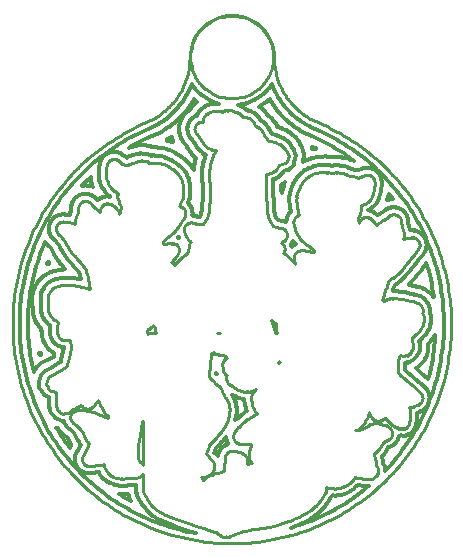
<source format=gbo>
%MOIN*%
%OFA0B0*%
%FSLAX46Y46*%
%IPPOS*%
%LPD*%
%ADD10C,0.00984251968503937*%
%ADD11C,0.011811023622047244*%
%ADD12C,0.013779527559055118*%
%ADD13C,0.015748031496062992*%
%LPD*%
G04 next file*
%LPD*%
D10*
X0000758500Y0000019700D02*
X0000774499Y0000020100D01*
X0000790600Y0000020799D01*
X0000806600Y0000021800D01*
X0000822600Y0000023200D01*
X0000838600Y0000025000D01*
X0000854500Y0000027100D01*
X0000870400Y0000029600D01*
X0000886200Y0000032400D01*
X0000902000Y0000035500D01*
X0000917700Y0000039000D01*
X0000933300Y0000042899D01*
X0000948800Y0000047100D01*
X0000964200Y0000051600D01*
X0000979500Y0000056500D01*
X0000994700Y0000061700D01*
X0001009800Y0000067200D01*
X0001024799Y0000073100D01*
X0001039600Y0000079300D01*
X0001054300Y0000085799D01*
X0001068800Y0000092600D01*
X0001083200Y0000099800D01*
X0001097400Y0000107300D01*
X0001111500Y0000115100D01*
X0001125400Y0000123100D01*
X0001139100Y0000131500D01*
X0001152600Y0000140200D01*
X0001165900Y0000149200D01*
X0001179000Y0000158500D01*
X0001191900Y0000168100D01*
X0001204600Y0000177900D01*
X0001217100Y0000188000D01*
X0001229400Y0000198400D01*
X0001241400Y0000209100D01*
X0001253200Y0000220000D01*
X0001264700Y0000231200D01*
X0001275999Y0000242600D01*
X0001287000Y0000254300D01*
X0001297800Y0000266200D01*
X0001308300Y0000278300D01*
X0001318599Y0000290700D01*
X0001328500Y0000303300D01*
X0001338200Y0000316200D01*
X0001347600Y0000329200D01*
X0001356800Y0000342400D01*
X0001365600Y0000355800D01*
X0001374100Y0000369400D01*
X0001382300Y0000383300D01*
X0001390300Y0000397200D01*
X0001397900Y0000411400D01*
X0001405200Y0000425700D01*
X0001412200Y0000440200D01*
X0001418800Y0000454800D01*
X0001425200Y0000469600D01*
X0001431200Y0000484500D01*
X0001436900Y0000499500D01*
X0001442200Y0000514599D01*
X0001447200Y0000529900D01*
X0001451900Y0000545300D01*
X0001456300Y0000560700D01*
X0001460300Y0000576300D01*
X0001463900Y0000591900D01*
X0001467200Y0000607700D01*
X0001470199Y0000623400D01*
X0001472800Y0000639300D01*
X0001475100Y0000655200D01*
X0001477000Y0000671199D01*
X0001478600Y0000687200D01*
X0001479800Y0000703200D01*
X0001480700Y0000719200D01*
X0001481200Y0000735299D01*
X0001481300Y0000751400D01*
X0001481100Y0000767400D01*
X0001480600Y0000783499D01*
X0001479700Y0000799500D01*
X0001478400Y0000815500D01*
X0001476799Y0000831500D01*
X0001474900Y0000847500D01*
X0001472600Y0000863400D01*
X0001469900Y0000879200D01*
X0001466900Y0000895000D01*
X0001463599Y0000910700D01*
X0001459900Y0000926400D01*
X0001455800Y0000941900D01*
X0001451500Y0000957400D01*
X0001446800Y0000972700D01*
X0001441700Y0000988000D01*
X0001436300Y0001003100D01*
X0001430600Y0001018100D01*
X0001424500Y0001032999D01*
X0001418200Y0001047800D01*
X0001411500Y0001062400D01*
X0001404500Y0001076800D01*
X0001397100Y0001091100D01*
X0001389500Y0001105300D01*
X0001381500Y0001119200D01*
X0001373300Y0001133000D01*
X0001364700Y0001146600D01*
X0001355900Y0001160000D01*
X0001346700Y0001173200D01*
X0001337300Y0001186200D01*
X0001327600Y0001199000D01*
X0001317599Y0001211600D01*
X0001307300Y0001224000D01*
X0001296800Y0001236100D01*
X0001285900Y0001248000D01*
X0001274900Y0001259600D01*
X0001263599Y0001271000D01*
X0001252000Y0001282199D01*
X0001240200Y0001293100D01*
X0001228100Y0001303700D01*
X0001215900Y0001314100D01*
X0001203400Y0001324199D01*
X0001190700Y0001334000D01*
X0001177700Y0001343600D01*
X0001164600Y0001352800D01*
X0001151200Y0001361800D01*
X0001137700Y0001370400D01*
X0001124000Y0001378799D01*
X0001110100Y0001386800D01*
X0001096000Y0001394600D01*
X0001081800Y0001402000D01*
X0001067400Y0001409199D01*
X0001052800Y0001415999D01*
X0001037900Y0001422500D01*
X0001037900Y0001422600D01*
X0001037800Y0001422600D01*
X0001022200Y0001429500D01*
X0001020799Y0001430200D01*
X0001005800Y0001438400D01*
X0001004500Y0001439199D01*
X0000990200Y0001448600D01*
X0000988900Y0001449500D01*
X0000975400Y0001459900D01*
X0000974200Y0001460900D01*
X0000961500Y0001472400D01*
X0000960400Y0001473500D01*
X0000948700Y0001486000D01*
X0000947700Y0001487200D01*
X0000937000Y0001500500D01*
X0000936100Y0001501800D01*
X0000926500Y0001515900D01*
X0000925700Y0001517200D01*
X0000917300Y0001532100D01*
X0000916600Y0001533500D01*
X0000909300Y0001548999D01*
X0000908700Y0001550400D01*
X0000902800Y0001566400D01*
X0000902300Y0001567900D01*
X0000897600Y0001584400D01*
X0000897200Y0001585900D01*
X0000893900Y0001602600D01*
X0000893600Y0001604200D01*
X0000891600Y0001621100D01*
X0000891500Y0001622700D01*
X0000890800Y0001639600D01*
X0000890000Y0001655200D01*
X0000887700Y0001669700D01*
X0000883900Y0001683900D01*
X0000878600Y0001697600D01*
X0000871900Y0001710700D01*
X0000863900Y0001723000D01*
X0000854700Y0001734400D01*
X0000844300Y0001744800D01*
X0000832900Y0001754000D01*
X0000820600Y0001762000D01*
X0000807500Y0001768700D01*
X0000793800Y0001774000D01*
X0000779600Y0001777800D01*
X0000765100Y0001780100D01*
X0000750499Y0001780800D01*
X0000735800Y0001780100D01*
X0000721300Y0001777800D01*
X0000707100Y0001774000D01*
X0000693400Y0001768700D01*
X0000680299Y0001762000D01*
X0000667999Y0001754000D01*
X0000656600Y0001744800D01*
X0000646200Y0001734400D01*
X0000637000Y0001723000D01*
X0000629000Y0001710700D01*
X0000622300Y0001697600D01*
X0000617000Y0001683900D01*
X0000613200Y0001669700D01*
X0000610900Y0001655200D01*
X0000610100Y0001639600D01*
X0000609400Y0001622700D01*
X0000609300Y0001621100D01*
X0000607300Y0001604200D01*
X0000607000Y0001602600D01*
X0000603700Y0001585900D01*
X0000603300Y0001584400D01*
X0000598600Y0001567900D01*
X0000598100Y0001566400D01*
X0000592200Y0001550400D01*
X0000591600Y0001548999D01*
X0000584300Y0001533500D01*
X0000583600Y0001532100D01*
X0000575200Y0001517200D01*
X0000574400Y0001515900D01*
X0000564800Y0001501800D01*
X0000563900Y0001500500D01*
X0000553200Y0001487200D01*
X0000552200Y0001486000D01*
X0000540500Y0001473500D01*
X0000539400Y0001472400D01*
X0000526700Y0001460900D01*
X0000525500Y0001459900D01*
X0000512000Y0001449500D01*
X0000510700Y0001448600D01*
X0000496400Y0001439199D01*
X0000495100Y0001438400D01*
X0000480100Y0001430200D01*
X0000478700Y0001429500D01*
X0000463100Y0001422600D01*
X0000463000Y0001422500D01*
X0000448100Y0001415999D01*
X0000433500Y0001409199D01*
X0000419099Y0001402000D01*
X0000404900Y0001394600D01*
X0000390800Y0001386800D01*
X0000376900Y0001378799D01*
X0000363200Y0001370400D01*
X0000349700Y0001361800D01*
X0000336300Y0001352800D01*
X0000323200Y0001343500D01*
X0000310300Y0001334000D01*
X0000297500Y0001324199D01*
X0000285000Y0001314100D01*
X0000272800Y0001303700D01*
X0000260700Y0001293100D01*
X0000248900Y0001282199D01*
X0000237300Y0001271000D01*
X0000226000Y0001259600D01*
X0000215000Y0001248000D01*
X0000204100Y0001236100D01*
X0000193599Y0001224000D01*
X0000183300Y0001211600D01*
X0000173300Y0001199000D01*
X0000163600Y0001186200D01*
X0000154200Y0001173200D01*
X0000145000Y0001160000D01*
X0000136200Y0001146600D01*
X0000127599Y0001133000D01*
X0000119400Y0001119200D01*
X0000111400Y0001105300D01*
X0000103800Y0001091100D01*
X0000096400Y0001076800D01*
X0000089400Y0001062400D01*
X0000082700Y0001047800D01*
X0000076400Y0001032999D01*
X0000070300Y0001018200D01*
X0000064600Y0001003100D01*
X0000059200Y0000988000D01*
X0000054100Y0000972700D01*
X0000049400Y0000957400D01*
X0000045100Y0000941900D01*
X0000040999Y0000926400D01*
X0000037300Y0000910700D01*
X0000034000Y0000895000D01*
X0000031000Y0000879200D01*
X0000028300Y0000863400D01*
X0000026000Y0000847500D01*
X0000024100Y0000831500D01*
X0000022499Y0000815500D01*
X0000021200Y0000799500D01*
X0000020300Y0000783499D01*
X0000019800Y0000767400D01*
X0000019600Y0000751400D01*
X0000019700Y0000735299D01*
X0000020200Y0000719200D01*
X0000021100Y0000703200D01*
X0000022299Y0000687200D01*
X0000023900Y0000671199D01*
X0000025800Y0000655200D01*
X0000028100Y0000639300D01*
X0000030700Y0000623400D01*
X0000033700Y0000607700D01*
X0000037000Y0000591900D01*
X0000040600Y0000576300D01*
X0000044599Y0000560700D01*
X0000049000Y0000545300D01*
X0000053700Y0000529900D01*
X0000058700Y0000514599D01*
X0000064000Y0000499500D01*
X0000069700Y0000484400D01*
X0000075700Y0000469500D01*
X0000082100Y0000454800D01*
X0000088700Y0000440200D01*
X0000095699Y0000425700D01*
X0000103000Y0000411400D01*
X0000110600Y0000397200D01*
X0000118600Y0000383200D01*
X0000126800Y0000369500D01*
X0000135300Y0000355800D01*
X0000144100Y0000342400D01*
X0000153300Y0000329200D01*
X0000162700Y0000316200D01*
X0000172399Y0000303300D01*
X0000182299Y0000290700D01*
X0000192600Y0000278300D01*
X0000203100Y0000266200D01*
X0000213900Y0000254300D01*
X0000224900Y0000242600D01*
X0000236200Y0000231200D01*
X0000247700Y0000220000D01*
X0000259500Y0000209100D01*
X0000271500Y0000198400D01*
X0000283800Y0000188000D01*
X0000296300Y0000177900D01*
X0000309000Y0000168100D01*
X0000321899Y0000158500D01*
X0000335000Y0000149200D01*
X0000348300Y0000140200D01*
X0000361800Y0000131500D01*
X0000375500Y0000123100D01*
X0000389400Y0000115100D01*
X0000403500Y0000107300D01*
X0000417700Y0000099800D01*
X0000432100Y0000092600D01*
X0000446600Y0000085799D01*
X0000461300Y0000079300D01*
X0000476100Y0000073100D01*
X0000491100Y0000067200D01*
X0000506200Y0000061700D01*
X0000521400Y0000056500D01*
X0000536700Y0000051600D01*
X0000552100Y0000047100D01*
X0000567600Y0000042899D01*
X0000583200Y0000039000D01*
X0000598900Y0000035500D01*
X0000614600Y0000032400D01*
X0000630500Y0000029600D01*
X0000646300Y0000027100D01*
X0000662299Y0000025000D01*
X0000678200Y0000023200D01*
X0000694300Y0000021800D01*
X0000710300Y0000020799D01*
X0000726400Y0000020100D01*
X0000742400Y0000019700D01*
X0000758500Y0000019700D01*
X0000738800Y0001502800D02*
X0000736900Y0001502800D01*
X0000734999Y0001503100D01*
X0000719799Y0001506199D01*
X0000719799Y0001506199D01*
X0000712200Y0001507700D01*
X0000710300Y0001508100D01*
X0000708500Y0001508800D01*
X0000687000Y0001517700D01*
X0000685200Y0001518500D01*
X0000683599Y0001519500D01*
X0000664200Y0001532400D01*
X0000662700Y0001533600D01*
X0000661200Y0001534900D01*
X0000644800Y0001551300D01*
X0000643500Y0001552800D01*
X0000642300Y0001554300D01*
X0000629400Y0001573700D01*
X0000628400Y0001575300D01*
X0000627600Y0001577100D01*
X0000618700Y0001598600D01*
X0000618000Y0001600400D01*
X0000617600Y0001602300D01*
X0000613000Y0001625100D01*
X0000612700Y0001627000D01*
X0000612700Y0001628900D01*
X0000612700Y0001652199D01*
X0000612700Y0001654100D01*
X0000613000Y0001656000D01*
X0000617600Y0001678800D01*
X0000618000Y0001680700D01*
X0000618700Y0001682500D01*
X0000627600Y0001704000D01*
X0000628400Y0001705800D01*
X0000629400Y0001707400D01*
X0000642300Y0001726800D01*
X0000643500Y0001728300D01*
X0000644800Y0001729800D01*
X0000661200Y0001746200D01*
X0000662700Y0001747500D01*
X0000664200Y0001748700D01*
X0000683599Y0001761600D01*
X0000685200Y0001762600D01*
X0000687000Y0001763400D01*
X0000708500Y0001772300D01*
X0000710300Y0001773000D01*
X0000712200Y0001773400D01*
X0000719799Y0001774900D01*
X0000719799Y0001774900D01*
X0000734999Y0001778000D01*
X0000736900Y0001778300D01*
X0000738800Y0001778300D01*
X0000762100Y0001778300D01*
X0000764000Y0001778300D01*
X0000765900Y0001778000D01*
X0000781100Y0001774900D01*
X0000788700Y0001773400D01*
X0000790600Y0001773000D01*
X0000792400Y0001772300D01*
X0000813899Y0001763400D01*
X0000815700Y0001762600D01*
X0000817300Y0001761600D01*
X0000836700Y0001748700D01*
X0000838199Y0001747500D01*
X0000839700Y0001746200D01*
X0000856100Y0001729800D01*
X0000857400Y0001728300D01*
X0000858600Y0001726800D01*
X0000871500Y0001707400D01*
X0000872500Y0001705800D01*
X0000873300Y0001704000D01*
X0000882200Y0001682500D01*
X0000882900Y0001680700D01*
X0000883300Y0001678800D01*
X0000887900Y0001656000D01*
X0000888200Y0001654100D01*
X0000888200Y0001652199D01*
X0000888200Y0001628900D01*
X0000888200Y0001627000D01*
X0000887900Y0001625100D01*
X0000883300Y0001602300D01*
X0000882900Y0001600400D01*
X0000882200Y0001598600D01*
X0000873300Y0001577100D01*
X0000872500Y0001575300D01*
X0000871500Y0001573700D01*
X0000858600Y0001554300D01*
X0000857400Y0001552800D01*
X0000856100Y0001551300D01*
X0000839700Y0001534900D01*
X0000838199Y0001533600D01*
X0000836700Y0001532400D01*
X0000817300Y0001519500D01*
X0000815700Y0001518500D01*
X0000813899Y0001517700D01*
X0000792400Y0001508800D01*
X0000790600Y0001508100D01*
X0000788700Y0001507700D01*
X0000781100Y0001506199D01*
X0000781100Y0001506199D01*
X0000765900Y0001503100D01*
X0000764000Y0001502800D01*
X0000762100Y0001502800D01*
X0000738800Y0001502800D01*
X0000726800Y0000039300D02*
X0000726400Y0000039400D01*
X0000726199Y0000039400D01*
X0000725000Y0000039600D01*
X0000722000Y0000040300D01*
X0000719100Y0000041500D01*
X0000718000Y0000042100D01*
X0000717600Y0000042300D01*
X0000714500Y0000044000D01*
X0000712000Y0000045500D01*
X0000707799Y0000048800D01*
X0000707599Y0000048900D01*
X0000704100Y0000051700D01*
X0000700700Y0000053800D01*
X0000697000Y0000055800D01*
X0000691100Y0000058400D01*
X0000682900Y0000061600D01*
X0000672100Y0000065300D01*
X0000658600Y0000069700D01*
X0000641800Y0000074900D01*
X0000621500Y0000081100D01*
X0000621500Y0000081100D01*
X0000613500Y0000083499D01*
X0000613200Y0000083600D01*
X0000593400Y0000090100D01*
X0000592900Y0000090300D01*
X0000573500Y0000097100D01*
X0000573100Y0000097300D01*
X0000554800Y0000104300D01*
X0000554300Y0000104500D01*
X0000537700Y0000111400D01*
X0000537000Y0000111700D01*
X0000522599Y0000118300D01*
X0000521800Y0000118600D01*
X0000520700Y0000119200D01*
X0000520599Y0000119300D01*
X0000508900Y0000125300D01*
X0000507499Y0000126099D01*
X0000499100Y0000131400D01*
X0000497600Y0000132400D01*
X0000496200Y0000133600D01*
X0000491300Y0000138200D01*
X0000490700Y0000138700D01*
X0000489800Y0000139600D01*
X0000488900Y0000140600D01*
X0000482600Y0000147800D01*
X0000481800Y0000148800D01*
X0000475200Y0000157400D01*
X0000474600Y0000158300D01*
X0000468500Y0000167300D01*
X0000467800Y0000168499D01*
X0000463000Y0000176800D01*
X0000462500Y0000177699D01*
X0000462000Y0000178800D01*
X0000461900Y0000178800D01*
X0000457100Y0000188299D01*
X0000456000Y0000191100D01*
X0000455300Y0000194100D01*
X0000455100Y0000195300D01*
X0000454800Y0000198400D01*
X0000454800Y0000252100D01*
X0000440900Y0000238900D01*
X0000429600Y0000238800D01*
X0000423900Y0000238500D01*
X0000415100Y0000237600D01*
X0000406300Y0000236400D01*
X0000401800Y0000235700D01*
X0000400800Y0000236500D01*
X0000399800Y0000235500D01*
X0000385799Y0000234900D01*
X0000384000Y0000236400D01*
X0000382300Y0000235000D01*
X0000369700Y0000236700D01*
X0000369199Y0000236800D01*
X0000368000Y0000237000D01*
X0000366099Y0000237400D01*
X0000364300Y0000237900D01*
X0000353799Y0000241800D01*
X0000351700Y0000242700D01*
X0000350600Y0000243300D01*
X0000349000Y0000244200D01*
X0000347500Y0000245200D01*
X0000339900Y0000251000D01*
X0000337900Y0000252699D01*
X0000337099Y0000253600D01*
X0000335000Y0000256000D01*
X0000330300Y0000262600D01*
X0000330700Y0000266200D01*
X0000327400Y0000267800D01*
X0000323699Y0000277000D01*
X0000325500Y0000281400D01*
X0000325199Y0000281600D01*
X0000324999Y0000281600D01*
X0000323000Y0000282800D01*
X0000321300Y0000281200D01*
X0000312900Y0000280900D01*
X0000305500Y0000280600D01*
X0000297800Y0000279800D01*
X0000292000Y0000278600D01*
X0000287800Y0000277600D01*
X0000286800Y0000277400D01*
X0000282000Y0000276500D01*
X0000279500Y0000277900D01*
X0000277400Y0000275900D01*
X0000275200Y0000275900D01*
X0000273200Y0000277700D01*
X0000273000Y0000276300D01*
X0000272800Y0000276300D01*
X0000269800Y0000277100D01*
X0000268700Y0000277500D01*
X0000267600Y0000277800D01*
X0000264800Y0000278900D01*
X0000263700Y0000279500D01*
X0000261100Y0000281100D01*
X0000258700Y0000283100D01*
X0000257799Y0000284000D01*
X0000255800Y0000286300D01*
X0000254199Y0000289000D01*
X0000253699Y0000290100D01*
X0000252500Y0000292900D01*
X0000251699Y0000295900D01*
X0000251600Y0000297100D01*
X0000251300Y0000300100D01*
X0000251500Y0000301900D01*
X0000251400Y0000302000D01*
X0000251500Y0000302700D01*
X0000251600Y0000303300D01*
X0000251699Y0000304500D01*
X0000252500Y0000307500D01*
X0000253699Y0000310400D01*
X0000254199Y0000311500D01*
X0000254699Y0000312400D01*
X0000256500Y0000315500D01*
X0000257199Y0000316600D01*
X0000257199Y0000316600D01*
X0000257699Y0000317300D01*
X0000260600Y0000321300D01*
X0000262800Y0000324800D01*
X0000265300Y0000329900D01*
X0000267900Y0000337099D01*
X0000270500Y0000344699D01*
X0000271600Y0000347300D01*
X0000272100Y0000348400D01*
X0000272200Y0000348600D01*
X0000275200Y0000354200D01*
X0000274400Y0000354700D01*
X0000272600Y0000356000D01*
X0000269200Y0000358800D01*
X0000267800Y0000360099D01*
X0000267000Y0000360900D01*
X0000265500Y0000362500D01*
X0000264300Y0000364300D01*
X0000261500Y0000368600D01*
X0000261900Y0000371000D01*
X0000259700Y0000371900D01*
X0000256500Y0000378800D01*
X0000253300Y0000385600D01*
X0000245500Y0000399200D01*
X0000238500Y0000408200D01*
X0000231800Y0000413900D01*
X0000222600Y0000419800D01*
X0000220800Y0000421000D01*
X0000219200Y0000422400D01*
X0000218400Y0000423300D01*
X0000216400Y0000425700D01*
X0000214800Y0000428300D01*
X0000214200Y0000429400D01*
X0000213000Y0000432200D01*
X0000212300Y0000435300D01*
X0000212100Y0000436500D01*
X0000211900Y0000439500D01*
X0000212100Y0000442600D01*
X0000212300Y0000443800D01*
X0000213000Y0000446900D01*
X0000214200Y0000449700D01*
X0000214800Y0000450800D01*
X0000216400Y0000453400D01*
X0000218400Y0000455800D01*
X0000219200Y0000456700D01*
X0000221600Y0000458700D01*
X0000224200Y0000460300D01*
X0000225300Y0000460800D01*
X0000228200Y0000462000D01*
X0000231200Y0000462700D01*
X0000232400Y0000462900D01*
X0000234000Y0000463100D01*
X0000242200Y0000463700D01*
X0000242300Y0000463600D01*
X0000242400Y0000463700D01*
X0000243100Y0000463800D01*
X0000244200Y0000462900D01*
X0000245300Y0000463800D01*
X0000255800Y0000463300D01*
X0000258000Y0000463100D01*
X0000259200Y0000462900D01*
X0000259400Y0000462900D01*
X0000272400Y0000460600D01*
X0000274000Y0000460300D01*
X0000288400Y0000456600D01*
X0000289700Y0000456200D01*
X0000304600Y0000451200D01*
X0000305900Y0000450700D01*
X0000320399Y0000444700D01*
X0000320700Y0000444600D01*
X0000329399Y0000440800D01*
X0000337199Y0000437800D01*
X0000338000Y0000445600D01*
X0000336200Y0000446300D01*
X0000335200Y0000446800D01*
X0000333999Y0000447500D01*
X0000333900Y0000447500D01*
X0000333900Y0000447500D01*
X0000333900Y0000447600D01*
X0000332499Y0000448500D01*
X0000330200Y0000450500D01*
X0000329300Y0000451300D01*
X0000327999Y0000452900D01*
X0000327899Y0000452900D01*
X0000325900Y0000455400D01*
X0000324400Y0000457600D01*
X0000321100Y0000462900D01*
X0000320700Y0000463600D01*
X0000316700Y0000470800D01*
X0000316500Y0000471300D01*
X0000312200Y0000479600D01*
X0000312500Y0000480700D01*
X0000311400Y0000481100D01*
X0000307300Y0000489600D01*
X0000307100Y0000490100D01*
X0000303700Y0000497500D01*
X0000299600Y0000491200D01*
X0000299300Y0000490800D01*
X0000298600Y0000489900D01*
X0000298300Y0000489400D01*
X0000294000Y0000483500D01*
X0000293300Y0000482600D01*
X0000289700Y0000478200D01*
X0000288400Y0000478000D01*
X0000286800Y0000475800D01*
X0000286800Y0000475200D01*
X0000284700Y0000473300D01*
X0000283900Y0000473300D01*
X0000282500Y0000472100D01*
X0000279800Y0000470500D01*
X0000278700Y0000470000D01*
X0000275900Y0000468800D01*
X0000272900Y0000468100D01*
X0000271700Y0000467900D01*
X0000268600Y0000467600D01*
X0000265500Y0000467900D01*
X0000264800Y0000468000D01*
X0000264200Y0000468100D01*
X0000264100Y0000468100D01*
X0000263500Y0000468200D01*
X0000260900Y0000468900D01*
X0000258400Y0000470000D01*
X0000257299Y0000470500D01*
X0000255300Y0000471700D01*
X0000253400Y0000473100D01*
X0000250699Y0000475500D01*
X0000249600Y0000476500D01*
X0000248800Y0000477400D01*
X0000247700Y0000478500D01*
X0000245400Y0000481300D01*
X0000243800Y0000479500D01*
X0000243800Y0000479500D01*
X0000243500Y0000479300D01*
X0000242900Y0000478600D01*
X0000242000Y0000477700D01*
X0000240700Y0000476500D01*
X0000235200Y0000471900D01*
X0000231500Y0000472200D01*
X0000230300Y0000471900D01*
X0000230100Y0000471800D01*
X0000229700Y0000471500D01*
X0000227700Y0000467800D01*
X0000222600Y0000466100D01*
X0000221300Y0000465800D01*
X0000220800Y0000465500D01*
X0000215800Y0000461400D01*
X0000206500Y0000452700D01*
X0000192700Y0000453000D01*
X0000190300Y0000449600D01*
X0000186799Y0000452000D01*
X0000184599Y0000451500D01*
X0000182999Y0000453300D01*
X0000178900Y0000453400D01*
X0000178900Y0000457500D01*
X0000178499Y0000457800D01*
X0000177800Y0000458100D01*
X0000175200Y0000459800D01*
X0000173099Y0000461600D01*
X0000167600Y0000465400D01*
X0000166200Y0000472800D01*
X0000166100Y0000473300D01*
X0000165900Y0000474500D01*
X0000165900Y0000474600D01*
X0000165700Y0000475800D01*
X0000165599Y0000476800D01*
X0000164899Y0000483200D01*
X0000164899Y0000484000D01*
X0000164300Y0000492500D01*
X0000164300Y0000493100D01*
X0000164099Y0000502100D01*
X0000163999Y0000502499D01*
X0000163999Y0000505200D01*
X0000163999Y0000505600D01*
X0000164099Y0000513700D01*
X0000164300Y0000515599D01*
X0000164899Y0000521100D01*
X0000165000Y0000521900D01*
X0000165200Y0000522900D01*
X0000163500Y0000523300D01*
X0000150500Y0000527600D01*
X0000149300Y0000528000D01*
X0000141700Y0000531000D01*
X0000134300Y0000546000D01*
X0000130399Y0000547200D01*
X0000131500Y0000550700D01*
X0000130500Y0000552000D01*
X0000130899Y0000552700D01*
X0000130000Y0000554500D01*
X0000133100Y0000556600D01*
X0000133600Y0000557400D01*
X0000138700Y0000573700D01*
X0000159200Y0000584500D01*
X0000168800Y0000589700D01*
X0000181800Y0000597200D01*
X0000191000Y0000603300D01*
X0000196600Y0000607700D01*
X0000198900Y0000610100D01*
X0000199800Y0000611500D01*
X0000202300Y0000616600D01*
X0000205200Y0000625700D01*
X0000208400Y0000638500D01*
X0000211600Y0000655400D01*
X0000211800Y0000656900D01*
X0000213400Y0000666100D01*
X0000214300Y0000672400D01*
X0000214500Y0000676400D01*
X0000214400Y0000679400D01*
X0000214000Y0000682500D01*
X0000212800Y0000688500D01*
X0000212800Y0000688500D01*
X0000212000Y0000692200D01*
X0000211900Y0000692999D01*
X0000211100Y0000697800D01*
X0000208200Y0000698100D01*
X0000201800Y0000696600D01*
X0000201000Y0000696400D01*
X0000199300Y0000696100D01*
X0000196500Y0000697800D01*
X0000196200Y0000697500D01*
X0000195700Y0000697400D01*
X0000193000Y0000697200D01*
X0000192899Y0000696200D01*
X0000191800Y0000696300D01*
X0000188800Y0000697100D01*
X0000186300Y0000698100D01*
X0000185299Y0000698300D01*
X0000182500Y0000699500D01*
X0000182100Y0000699700D01*
X0000179899Y0000701300D01*
X0000179100Y0000701300D01*
X0000177300Y0000702800D01*
X0000176400Y0000703700D01*
X0000175499Y0000704599D01*
X0000173500Y0000706900D01*
X0000171900Y0000709500D01*
X0000171300Y0000710599D01*
X0000170500Y0000712500D01*
X0000169900Y0000714400D01*
X0000168599Y0000719300D01*
X0000168100Y0000721300D01*
X0000167899Y0000722500D01*
X0000167799Y0000723800D01*
X0000167200Y0000729600D01*
X0000167099Y0000731600D01*
X0000167300Y0000733700D01*
X0000168599Y0000744900D01*
X0000168699Y0000745700D01*
X0000168900Y0000746900D01*
X0000169200Y0000748600D01*
X0000169700Y0000750299D01*
X0000172000Y0000756800D01*
X0000169700Y0000757800D01*
X0000168599Y0000758400D01*
X0000167400Y0000759000D01*
X0000160999Y0000762900D01*
X0000159400Y0000764000D01*
X0000157899Y0000765299D01*
X0000151800Y0000770800D01*
X0000151200Y0000771399D01*
X0000150300Y0000772300D01*
X0000149800Y0000772800D01*
X0000148100Y0000774700D01*
X0000146800Y0000776200D01*
X0000144700Y0000778900D01*
X0000143000Y0000781800D01*
X0000142400Y0000782900D01*
X0000141700Y0000784300D01*
X0000140400Y0000787500D01*
X0000139700Y0000789599D01*
X0000139200Y0000791700D01*
X0000138500Y0000796200D01*
X0000138400Y0000796400D01*
X0000138200Y0000797600D01*
X0000138000Y0000799500D01*
X0000137600Y0000806100D01*
X0000137600Y0000806800D01*
X0000137300Y0000816600D01*
X0000137300Y0000816700D01*
X0000137300Y0000816700D01*
X0000136700Y0000839000D01*
X0000136700Y0000840800D01*
X0000136900Y0000842600D01*
X0000137100Y0000843800D01*
X0000137800Y0000846800D01*
X0000139000Y0000849700D01*
X0000139600Y0000850800D01*
X0000141200Y0000853400D01*
X0000143200Y0000855800D01*
X0000144100Y0000856700D01*
X0000144400Y0000856900D01*
X0000144400Y0000857200D01*
X0000145600Y0000860100D01*
X0000146200Y0000861100D01*
X0000147800Y0000863800D01*
X0000149800Y0000866100D01*
X0000150700Y0000867000D01*
X0000153000Y0000869000D01*
X0000155600Y0000870600D01*
X0000156700Y0000871200D01*
X0000159400Y0000872300D01*
X0000160500Y0000874100D01*
X0000170400Y0000876700D01*
X0000171500Y0000876900D01*
X0000185999Y0000879900D01*
X0000186900Y0000880000D01*
X0000188100Y0000880200D01*
X0000189400Y0000880400D01*
X0000202300Y0000881600D01*
X0000203700Y0000880400D01*
X0000204999Y0000881600D01*
X0000217500Y0000881000D01*
X0000219600Y0000880800D01*
X0000220800Y0000880600D01*
X0000221300Y0000880500D01*
X0000234600Y0000878000D01*
X0000236300Y0000877600D01*
X0000251699Y0000873400D01*
X0000252199Y0000873200D01*
X0000253000Y0000873000D01*
X0000265700Y0000869600D01*
X0000273700Y0000868500D01*
X0000279000Y0000868700D01*
X0000274900Y0000880800D01*
X0000274200Y0000883300D01*
X0000270500Y0000902900D01*
X0000270400Y0000903500D01*
X0000270200Y0000904700D01*
X0000270100Y0000905200D01*
X0000269900Y0000906500D01*
X0000268200Y0000916600D01*
X0000266100Y0000924600D01*
X0000263600Y0000930500D01*
X0000259799Y0000936800D01*
X0000253300Y0000945200D01*
X0000243700Y0000956100D01*
X0000234500Y0000966100D01*
X0000234400Y0000966400D01*
X0000226300Y0000975500D01*
X0000225900Y0000975900D01*
X0000219600Y0000983600D01*
X0000219000Y0000984300D01*
X0000213800Y0000991200D01*
X0000213200Y0000992100D01*
X0000208500Y0000999100D01*
X0000208000Y0000999900D01*
X0000203400Y0001007600D01*
X0000203100Y0001008100D01*
X0000198000Y0001017200D01*
X0000193599Y0001024799D01*
X0000186600Y0001035099D01*
X0000180100Y0001042100D01*
X0000179899Y0001042300D01*
X0000175200Y0001046800D01*
X0000175000Y0001046999D01*
X0000174200Y0001047900D01*
X0000173400Y0001048700D01*
X0000170500Y0001051900D01*
X0000169000Y0001053900D01*
X0000167700Y0001056100D01*
X0000167099Y0001057200D01*
X0000166299Y0001059100D01*
X0000165800Y0001060300D01*
X0000165200Y0001062300D01*
X0000164699Y0001064300D01*
X0000164500Y0001065500D01*
X0000164300Y0001068500D01*
X0000164500Y0001071600D01*
X0000164699Y0001072800D01*
X0000165499Y0001075800D01*
X0000166600Y0001078700D01*
X0000167200Y0001079800D01*
X0000168800Y0001082400D01*
X0000170799Y0001084800D01*
X0000171699Y0001085700D01*
X0000173999Y0001087700D01*
X0000176700Y0001089300D01*
X0000177800Y0001089800D01*
X0000180600Y0001091000D01*
X0000183600Y0001091700D01*
X0000184800Y0001091900D01*
X0000186700Y0001092100D01*
X0000188700Y0001092200D01*
X0000189500Y0001092100D01*
X0000191399Y0001092000D01*
X0000197000Y0001091200D01*
X0000197500Y0001091100D01*
X0000198700Y0001091000D01*
X0000199300Y0001090800D01*
X0000207700Y0001089200D01*
X0000208200Y0001089100D01*
X0000218500Y0001086900D01*
X0000218900Y0001086800D01*
X0000227600Y0001084700D01*
X0000227700Y0001086100D01*
X0000229100Y0001087500D01*
X0000228100Y0001089100D01*
X0000229000Y0001094600D01*
X0000229400Y0001096100D01*
X0000231700Y0001105600D01*
X0000232200Y0001107200D01*
X0000235100Y0001115900D01*
X0000235200Y0001116100D01*
X0000237000Y0001121200D01*
X0000238400Y0001126900D01*
X0000238800Y0001130200D01*
X0000238800Y0001137500D01*
X0000239100Y0001140600D01*
X0000239300Y0001141800D01*
X0000240000Y0001144800D01*
X0000241200Y0001147600D01*
X0000241700Y0001148700D01*
X0000243300Y0001151400D01*
X0000245300Y0001153700D01*
X0000246200Y0001154600D01*
X0000248600Y0001156600D01*
X0000251199Y0001158200D01*
X0000252300Y0001158800D01*
X0000255199Y0001159900D01*
X0000258199Y0001160700D01*
X0000259400Y0001160900D01*
X0000262400Y0001161100D01*
X0000265500Y0001160900D01*
X0000266700Y0001160700D01*
X0000269700Y0001159900D01*
X0000272600Y0001158800D01*
X0000273700Y0001158200D01*
X0000276300Y0001156600D01*
X0000278700Y0001154600D01*
X0000279600Y0001153700D01*
X0000280800Y0001152300D01*
X0000281900Y0001150900D01*
X0000286800Y0001143700D01*
X0000289600Y0001140800D01*
X0000296100Y0001135600D01*
X0000304500Y0001129700D01*
X0000304700Y0001129600D01*
X0000304800Y0001129500D01*
X0000311900Y0001124700D01*
X0000312000Y0001127500D01*
X0000312200Y0001129500D01*
X0000312400Y0001131300D01*
X0000312500Y0001131600D01*
X0000312700Y0001132800D01*
X0000313400Y0001135800D01*
X0000314600Y0001138700D01*
X0000315100Y0001139800D01*
X0000316700Y0001142400D01*
X0000318800Y0001144800D01*
X0000319600Y0001145700D01*
X0000321999Y0001147700D01*
X0000324600Y0001149300D01*
X0000325700Y0001149800D01*
X0000328600Y0001151000D01*
X0000331600Y0001151700D01*
X0000332799Y0001151900D01*
X0000335900Y0001152200D01*
X0000338899Y0001151900D01*
X0000340099Y0001151700D01*
X0000342100Y0001151300D01*
X0000344100Y0001150700D01*
X0000345900Y0001150000D01*
X0000346800Y0001149600D01*
X0000350799Y0001147900D01*
X0000351800Y0001147400D01*
X0000352900Y0001146800D01*
X0000355499Y0001145200D01*
X0000358800Y0001142800D01*
X0000361100Y0001140800D01*
X0000362000Y0001140000D01*
X0000363900Y0001137700D01*
X0000368000Y0001132200D01*
X0000368999Y0001130700D01*
X0000369700Y0001129400D01*
X0000369700Y0001129400D01*
X0000374200Y0001120500D01*
X0000374200Y0001120500D01*
X0000374800Y0001119400D01*
X0000375400Y0001118200D01*
X0000375700Y0001117400D01*
X0000376100Y0001119600D01*
X0000376500Y0001121200D01*
X0000377600Y0001125300D01*
X0000377900Y0001126200D01*
X0000379300Y0001130600D01*
X0000381500Y0001137600D01*
X0000382300Y0001141500D01*
X0000382300Y0001141700D01*
X0000382100Y0001142200D01*
X0000379400Y0001146700D01*
X0000379300Y0001146800D01*
X0000375199Y0001153700D01*
X0000374700Y0001154700D01*
X0000374100Y0001155800D01*
X0000372900Y0001159000D01*
X0000370200Y0001167500D01*
X0000369600Y0001170300D01*
X0000369400Y0001171500D01*
X0000369099Y0001173900D01*
X0000369199Y0001176300D01*
X0000369900Y0001184600D01*
X0000370100Y0001186000D01*
X0000370200Y0001186600D01*
X0000369500Y0001187000D01*
X0000360700Y0001192300D01*
X0000359000Y0001193500D01*
X0000357400Y0001194800D01*
X0000349499Y0001202300D01*
X0000349199Y0001202700D01*
X0000348300Y0001203500D01*
X0000347000Y0001204900D01*
X0000345900Y0001206500D01*
X0000339900Y0001215400D01*
X0000338599Y0001217500D01*
X0000338100Y0001218600D01*
X0000337900Y0001218800D01*
X0000336999Y0001220800D01*
X0000336200Y0001222500D01*
X0000333800Y0001228900D01*
X0000333200Y0001230700D01*
X0000332799Y0001232600D01*
X0000331700Y0001239500D01*
X0000331700Y0001239600D01*
X0000331500Y0001240800D01*
X0000331199Y0001243500D01*
X0000330999Y0001252500D01*
X0000330999Y0001253200D01*
X0000330999Y0001253300D01*
X0000330999Y0001253800D01*
X0000331299Y0001261800D01*
X0000331400Y0001262700D01*
X0000331900Y0001269599D01*
X0000332100Y0001271100D01*
X0000332300Y0001272300D01*
X0000332300Y0001272400D01*
X0000333000Y0001276800D01*
X0000333500Y0001279000D01*
X0000334900Y0001283900D01*
X0000335499Y0001285800D01*
X0000336300Y0001287599D01*
X0000336900Y0001288700D01*
X0000338500Y0001291300D01*
X0000340500Y0001293700D01*
X0000341400Y0001294500D01*
X0000343700Y0001296500D01*
X0000346299Y0001298100D01*
X0000347400Y0001298700D01*
X0000350300Y0001299900D01*
X0000353300Y0001300599D01*
X0000354500Y0001300799D01*
X0000357600Y0001301000D01*
X0000360700Y0001300799D01*
X0000361900Y0001300599D01*
X0000364900Y0001299900D01*
X0000367700Y0001298700D01*
X0000368800Y0001298100D01*
X0000371200Y0001296800D01*
X0000373300Y0001295100D01*
X0000382400Y0001286600D01*
X0000382400Y0001286600D01*
X0000382699Y0001286400D01*
X0000386100Y0001283500D01*
X0000386300Y0001283400D01*
X0000387900Y0001282900D01*
X0000393100Y0001282100D01*
X0000398900Y0001281500D01*
X0000402600Y0001281500D01*
X0000403800Y0001281700D01*
X0000408600Y0001283300D01*
X0000420500Y0001287700D01*
X0000420800Y0001287799D01*
X0000429600Y0001290900D01*
X0000430300Y0001291100D01*
X0000436700Y0001293200D01*
X0000438300Y0001293599D01*
X0000443000Y0001294700D01*
X0000444200Y0001294900D01*
X0000445500Y0001295100D01*
X0000447300Y0001295300D01*
X0000450800Y0001295500D01*
X0000452800Y0001293799D01*
X0000454900Y0001295400D01*
X0000458000Y0001294900D01*
X0000458300Y0001294900D01*
X0000459500Y0001294700D01*
X0000462000Y0001294100D01*
X0000465300Y0001293200D01*
X0000466300Y0001292800D01*
X0000467700Y0001292300D01*
X0000469600Y0001291600D01*
X0000475300Y0001288799D01*
X0000475800Y0001288599D01*
X0000476900Y0001287999D01*
X0000478400Y0001287100D01*
X0000485400Y0001288199D01*
X0000485600Y0001288300D01*
X0000486800Y0001288399D01*
X0000489200Y0001288700D01*
X0000491700Y0001288599D01*
X0000503299Y0001287500D01*
X0000504600Y0001287399D01*
X0000505800Y0001287200D01*
X0000508000Y0001286700D01*
X0000520599Y0001283200D01*
X0000523300Y0001282199D01*
X0000536200Y0001276599D01*
X0000537100Y0001276100D01*
X0000538200Y0001275500D01*
X0000539600Y0001274800D01*
X0000551900Y0001267200D01*
X0000554200Y0001265500D01*
X0000565000Y0001256500D01*
X0000566300Y0001255300D01*
X0000567100Y0001254400D01*
X0000567400Y0001254200D01*
X0000569600Y0001251900D01*
X0000571100Y0001250100D01*
X0000577200Y0001242100D01*
X0000578200Y0001240600D01*
X0000579100Y0001239100D01*
X0000579700Y0001238000D01*
X0000580100Y0001237100D01*
X0000584100Y0001228200D01*
X0000584900Y0001226100D01*
X0000585400Y0001224000D01*
X0000587600Y0001213300D01*
X0000587700Y0001212500D01*
X0000587900Y0001211200D01*
X0000588100Y0001209200D01*
X0000588800Y0001195600D01*
X0000588900Y0001193800D01*
X0000588600Y0001186100D01*
X0000588300Y0001183700D01*
X0000588100Y0001182500D01*
X0000588100Y0001182500D01*
X0000586800Y0001174200D01*
X0000586200Y0001171400D01*
X0000583500Y0001162900D01*
X0000582700Y0001160700D01*
X0000578400Y0001151100D01*
X0000578000Y0001150200D01*
X0000577400Y0001149100D01*
X0000577200Y0001148600D01*
X0000574100Y0001143100D01*
X0000575500Y0001143000D01*
X0000576400Y0001142800D01*
X0000580000Y0001141700D01*
X0000580500Y0001141900D01*
X0000582000Y0001141100D01*
X0000582600Y0001140900D01*
X0000583700Y0001140300D01*
X0000586300Y0001138700D01*
X0000588700Y0001136700D01*
X0000589600Y0001135800D01*
X0000591600Y0001133500D01*
X0000593200Y0001130800D01*
X0000593700Y0001129700D01*
X0000594900Y0001126900D01*
X0000595600Y0001123900D01*
X0000595800Y0001122700D01*
X0000596100Y0001119600D01*
X0000595800Y0001116500D01*
X0000595600Y0001115300D01*
X0000594900Y0001112100D01*
X0000594600Y0001111300D01*
X0000593500Y0001108700D01*
X0000592900Y0001107600D01*
X0000592400Y0001106700D01*
X0000590300Y0001103000D01*
X0000589700Y0001102000D01*
X0000585800Y0001096000D01*
X0000585500Y0001095600D01*
X0000580200Y0001088000D01*
X0000580000Y0001087700D01*
X0000573700Y0001079100D01*
X0000573400Y0001078600D01*
X0000563800Y0001066200D01*
X0000563000Y0001065200D01*
X0000553100Y0001054000D01*
X0000552200Y0001053000D01*
X0000551300Y0001052200D01*
X0000550900Y0001051800D01*
X0000540800Y0001042300D01*
X0000539400Y0001040999D01*
X0000528000Y0001032200D01*
X0000526800Y0001031400D01*
X0000522300Y0001028400D01*
X0000522499Y0001026000D01*
X0000522200Y0001022899D01*
X0000522000Y0001021700D01*
X0000521300Y0001018699D01*
X0000520100Y0001015900D01*
X0000522499Y0001016500D01*
X0000523100Y0001016600D01*
X0000531500Y0001018400D01*
X0000532200Y0001018500D01*
X0000539200Y0001019800D01*
X0000539600Y0001019800D01*
X0000540800Y0001020000D01*
X0000541900Y0001020200D01*
X0000546700Y0001020600D01*
X0000550400Y0001017700D01*
X0000554800Y0001019900D01*
X0000556500Y0001019500D01*
X0000558600Y0001018799D01*
X0000560600Y0001017900D01*
X0000561700Y0001017400D01*
X0000564300Y0001015800D01*
X0000566700Y0001013800D01*
X0000567600Y0001012899D01*
X0000569600Y0001010500D01*
X0000571200Y0001007900D01*
X0000571700Y0001006799D01*
X0000572900Y0001003900D01*
X0000573600Y0001000899D01*
X0000573800Y0000999700D01*
X0000574100Y0000996600D01*
X0000573800Y0000993600D01*
X0000573600Y0000992400D01*
X0000573100Y0000990100D01*
X0000572400Y0000987900D01*
X0000571200Y0000985100D01*
X0000570600Y0000983700D01*
X0000570000Y0000982600D01*
X0000568500Y0000980100D01*
X0000564900Y0000975100D01*
X0000564000Y0000973900D01*
X0000558700Y0000967600D01*
X0000558100Y0000966900D01*
X0000551700Y0000960000D01*
X0000551200Y0000959400D01*
X0000550300Y0000958600D01*
X0000550300Y0000958500D01*
X0000549100Y0000957400D01*
X0000551300Y0000956100D01*
X0000553700Y0000954100D01*
X0000554500Y0000953200D01*
X0000556600Y0000950800D01*
X0000558000Y0000948500D01*
X0000563800Y0000953600D01*
X0000576100Y0000964600D01*
X0000585800Y0000973500D01*
X0000593200Y0000980500D01*
X0000597700Y0000984900D01*
X0000601100Y0000988700D01*
X0000603000Y0000991200D01*
X0000603600Y0000992200D01*
X0000603900Y0000992800D01*
X0000604500Y0000994900D01*
X0000605600Y0000999000D01*
X0000606600Y0001003900D01*
X0000606900Y0001006599D01*
X0000606900Y0001006999D01*
X0000607100Y0001009300D01*
X0000607300Y0001010500D01*
X0000608100Y0001013700D01*
X0000609200Y0001016999D01*
X0000610300Y0001019600D01*
X0000610900Y0001020699D01*
X0000612500Y0001023400D01*
X0000613300Y0001024300D01*
X0000610100Y0001027300D01*
X0000609500Y0001027800D01*
X0000608700Y0001028600D01*
X0000607300Y0001030200D01*
X0000606100Y0001031800D01*
X0000599700Y0001041700D01*
X0000598600Y0001043500D01*
X0000598100Y0001044600D01*
X0000598000Y0001044800D01*
X0000596000Y0001048700D01*
X0000595800Y0001049100D01*
X0000593700Y0001053700D01*
X0000593100Y0001055200D01*
X0000592300Y0001057400D01*
X0000591700Y0001059300D01*
X0000591300Y0001061200D01*
X0000591100Y0001062400D01*
X0000590800Y0001065500D01*
X0000591100Y0001068600D01*
X0000591300Y0001069800D01*
X0000592000Y0001072800D01*
X0000593200Y0001075600D01*
X0000593700Y0001076700D01*
X0000595300Y0001079400D01*
X0000597300Y0001081700D01*
X0000598200Y0001082600D01*
X0000600600Y0001084600D01*
X0000603200Y0001086200D01*
X0000604300Y0001086800D01*
X0000604400Y0001086800D01*
X0000604600Y0001086900D01*
X0000604600Y0001086900D01*
X0000607500Y0001088100D01*
X0000610400Y0001088800D01*
X0000611600Y0001089000D01*
X0000614700Y0001089200D01*
X0000617800Y0001089000D01*
X0000619000Y0001088800D01*
X0000622000Y0001088100D01*
X0000624700Y0001087200D01*
X0000627200Y0001086200D01*
X0000631799Y0001084000D01*
X0000631899Y0001083900D01*
X0000635900Y0001082700D01*
X0000642300Y0001082200D01*
X0000646799Y0001082500D01*
X0000652999Y0001084300D01*
X0000657400Y0001087100D01*
X0000662399Y0001092800D01*
X0000667999Y0001102900D01*
X0000668499Y0001104300D01*
X0000671599Y0001114900D01*
X0000673999Y0001128300D01*
X0000676000Y0001145300D01*
X0000677199Y0001165400D01*
X0000677699Y0001187400D01*
X0000677299Y0001210900D01*
X0000676000Y0001235500D01*
X0000675600Y0001243000D01*
X0000675500Y0001243500D01*
X0000675200Y0001253500D01*
X0000675200Y0001254700D01*
X0000675300Y0001262700D01*
X0000675500Y0001264399D01*
X0000676300Y0001271600D01*
X0000676400Y0001272400D01*
X0000676600Y0001273700D01*
X0000676700Y0001274300D01*
X0000678200Y0001281900D01*
X0000678300Y0001282500D01*
X0000678400Y0001283000D01*
X0000678800Y0001284500D01*
X0000684100Y0001301500D01*
X0000685000Y0001303900D01*
X0000692699Y0001320800D01*
X0000693100Y0001321500D01*
X0000693600Y0001322600D01*
X0000694400Y0001323900D01*
X0000698100Y0001330100D01*
X0000690600Y0001330100D01*
X0000687700Y0001330399D01*
X0000686499Y0001330599D01*
X0000683799Y0001331199D01*
X0000681200Y0001332200D01*
X0000672700Y0001336199D01*
X0000672100Y0001336500D01*
X0000670999Y0001336999D01*
X0000668399Y0001338600D01*
X0000666200Y0001340500D01*
X0000658000Y0001348399D01*
X0000657800Y0001348599D01*
X0000657000Y0001349500D01*
X0000655600Y0001351000D01*
X0000654400Y0001352600D01*
X0000646600Y0001364600D01*
X0000645900Y0001365700D01*
X0000644700Y0001367900D01*
X0000640799Y0001374500D01*
X0000637600Y0001379199D01*
X0000636400Y0001380700D01*
X0000634000Y0001383000D01*
X0000633500Y0001383400D01*
X0000632600Y0001384300D01*
X0000630600Y0001386700D01*
X0000629000Y0001389300D01*
X0000628400Y0001390400D01*
X0000627200Y0001393200D01*
X0000626500Y0001396300D01*
X0000626300Y0001397500D01*
X0000626100Y0001400500D01*
X0000626300Y0001403599D01*
X0000626500Y0001404800D01*
X0000627200Y0001407900D01*
X0000628400Y0001410700D01*
X0000629000Y0001411800D01*
X0000630600Y0001414400D01*
X0000632600Y0001416800D01*
X0000633500Y0001417700D01*
X0000635800Y0001419700D01*
X0000638400Y0001421300D01*
X0000639500Y0001421799D01*
X0000642400Y0001423000D01*
X0000645400Y0001423700D01*
X0000646600Y0001423900D01*
X0000649700Y0001424200D01*
X0000651600Y0001424200D01*
X0000653499Y0001424800D01*
X0000653399Y0001425800D01*
X0000653600Y0001428900D01*
X0000654000Y0001431400D01*
X0000654000Y0001431500D01*
X0000654200Y0001432700D01*
X0000655000Y0001435700D01*
X0000656099Y0001438600D01*
X0000656700Y0001439700D01*
X0000658300Y0001442300D01*
X0000660300Y0001444600D01*
X0000661200Y0001445500D01*
X0000661600Y0001445900D01*
X0000665599Y0001449700D01*
X0000667000Y0001450800D01*
X0000668399Y0001451900D01*
X0000672000Y0001454200D01*
X0000673800Y0001455300D01*
X0000674900Y0001455800D01*
X0000678000Y0001457100D01*
X0000687400Y0001460000D01*
X0000690200Y0001460700D01*
X0000691400Y0001460900D01*
X0000693200Y0001461100D01*
X0000695000Y0001461100D01*
X0000705300Y0001460800D01*
X0000707899Y0001460600D01*
X0000709100Y0001460400D01*
X0000712100Y0001459700D01*
X0000719300Y0001457300D01*
X0000721100Y0001458900D01*
X0000723800Y0001460500D01*
X0000724900Y0001461100D01*
X0000727700Y0001462300D01*
X0000730700Y0001463000D01*
X0000731899Y0001463200D01*
X0000732600Y0001463300D01*
X0000734899Y0001463599D01*
X0000737700Y0001461500D01*
X0000738700Y0001462200D01*
X0000738800Y0001463100D01*
X0000739300Y0001463000D01*
X0000739600Y0001462900D01*
X0000740400Y0001463500D01*
X0000745400Y0001462700D01*
X0000745400Y0001462700D01*
X0000746700Y0001462500D01*
X0000748300Y0001462200D01*
X0000754700Y0001460600D01*
X0000755800Y0001460300D01*
X0000762399Y0001458199D01*
X0000763700Y0001457799D01*
X0000769300Y0001455600D01*
X0000771200Y0001454800D01*
X0000772300Y0001454200D01*
X0000773100Y0001453800D01*
X0000776500Y0001451900D01*
X0000778700Y0001450400D01*
X0000780699Y0001448700D01*
X0000781500Y0001447800D01*
X0000782300Y0001447000D01*
X0000783200Y0001445999D01*
X0000785000Y0001443600D01*
X0000785900Y0001441900D01*
X0000786000Y0001442000D01*
X0000787200Y0001439700D01*
X0000788300Y0001439700D01*
X0000796100Y0001439399D01*
X0000798400Y0001439199D01*
X0000799600Y0001439000D01*
X0000802600Y0001438200D01*
X0000805400Y0001437100D01*
X0000806500Y0001436500D01*
X0000807100Y0001436200D01*
X0000813600Y0001432700D01*
X0000815900Y0001431100D01*
X0000818100Y0001429300D01*
X0000818900Y0001428399D01*
X0000819700Y0001427599D01*
X0000821900Y0001425100D01*
X0000823400Y0001423100D01*
X0000824700Y0001420999D01*
X0000825300Y0001419900D01*
X0000825900Y0001418500D01*
X0000827800Y0001413900D01*
X0000828600Y0001411700D01*
X0000829000Y0001409799D01*
X0000829500Y0001409700D01*
X0000832500Y0001408999D01*
X0000835400Y0001407800D01*
X0000836500Y0001407200D01*
X0000837700Y0001406500D01*
X0000841200Y0001404400D01*
X0000843100Y0001403100D01*
X0000844900Y0001401500D01*
X0000845700Y0001400700D01*
X0000846800Y0001399500D01*
X0000850500Y0001395300D01*
X0000851600Y0001393800D01*
X0000852600Y0001392200D01*
X0000855500Y0001387100D01*
X0000856000Y0001386200D01*
X0000856500Y0001385100D01*
X0000857400Y0001383200D01*
X0000858100Y0001381100D01*
X0000859000Y0001377600D01*
X0000859700Y0001377100D01*
X0000861600Y0001375400D01*
X0000862500Y0001374500D01*
X0000863600Y0001373300D01*
X0000867700Y0001368400D01*
X0000868700Y0001367199D01*
X0000872700Y0001361599D01*
X0000873400Y0001361300D01*
X0000879700Y0001359600D01*
X0000890400Y0001357400D01*
X0000891000Y0001357300D01*
X0000894400Y0001356500D01*
X0000896300Y0001356000D01*
X0000898000Y0001355300D01*
X0000909300Y0001350200D01*
X0000910100Y0001349800D01*
X0000911200Y0001349199D01*
X0000913300Y0001347999D01*
X0000915300Y0001346500D01*
X0000924400Y0001338500D01*
X0000925400Y0001337600D01*
X0000926200Y0001336700D01*
X0000927800Y0001335000D01*
X0000929100Y0001333000D01*
X0000935400Y0001322700D01*
X0000936100Y0001321400D01*
X0000936700Y0001320300D01*
X0000937400Y0001318799D01*
X0000940400Y0001311400D01*
X0000933600Y0001294500D01*
X0000935000Y0001290600D01*
X0000932300Y0001289600D01*
X0000932100Y0001288700D01*
X0000931300Y0001288500D01*
X0000930300Y0001286100D01*
X0000926500Y0001287399D01*
X0000909200Y0001281000D01*
X0000907100Y0001281999D01*
X0000906200Y0001280600D01*
X0000904200Y0001278300D01*
X0000904000Y0001278000D01*
X0000904000Y0001277300D01*
X0000903800Y0001276100D01*
X0000903000Y0001273100D01*
X0000901900Y0001270300D01*
X0000901300Y0001269200D01*
X0000899700Y0001266500D01*
X0000897700Y0001264199D01*
X0000896800Y0001263300D01*
X0000895200Y0001261900D01*
X0000893400Y0001260600D01*
X0000890800Y0001258900D01*
X0000889200Y0001258100D01*
X0000888100Y0001257500D01*
X0000887000Y0001257000D01*
X0000882200Y0001254900D01*
X0000881100Y0001254500D01*
X0000875000Y0001252300D01*
X0000874200Y0001252000D01*
X0000867700Y0001250000D01*
X0000866700Y0001249700D01*
X0000863700Y0001248900D01*
X0000863700Y0001248600D01*
X0000863800Y0001236500D01*
X0000864100Y0001225400D01*
X0000864400Y0001210800D01*
X0000864900Y0001194900D01*
X0000865500Y0001178600D01*
X0000866100Y0001163300D01*
X0000866400Y0001156400D01*
X0000867100Y0001142900D01*
X0000867800Y0001132800D01*
X0000868500Y0001125100D01*
X0000869300Y0001120300D01*
X0000870300Y0001115400D01*
X0000871900Y0001109900D01*
X0000872700Y0001107000D01*
X0000877000Y0001094300D01*
X0000880200Y0001086800D01*
X0000882900Y0001082800D01*
X0000885100Y0001080700D01*
X0000889200Y0001078400D01*
X0000897600Y0001075300D01*
X0000910700Y0001071800D01*
X0000917500Y0001070100D01*
X0000919600Y0001069400D01*
X0000921600Y0001068500D01*
X0000922700Y0001067900D01*
X0000925300Y0001066300D01*
X0000927700Y0001064300D01*
X0000928600Y0001063500D01*
X0000930600Y0001061100D01*
X0000932200Y0001058500D01*
X0000932700Y0001057400D01*
X0000933900Y0001054500D01*
X0000934600Y0001051500D01*
X0000934800Y0001050300D01*
X0000935100Y0001047199D01*
X0000934800Y0001044100D01*
X0000934600Y0001042899D01*
X0000933900Y0001039900D01*
X0000932700Y0001037099D01*
X0000932200Y0001036000D01*
X0000930600Y0001033300D01*
X0000928600Y0001030999D01*
X0000927700Y0001030100D01*
X0000925300Y0001028100D01*
X0000922700Y0001026500D01*
X0000921600Y0001025900D01*
X0000921600Y0001025900D01*
X0000914000Y0001022100D01*
X0000914300Y0001021900D01*
X0000916900Y0001020300D01*
X0000919200Y0001018400D01*
X0000920000Y0001017500D01*
X0000922000Y0001015099D01*
X0000923700Y0001012500D01*
X0000924200Y0001011400D01*
X0000925400Y0001008500D01*
X0000926100Y0001005500D01*
X0000926300Y0001004300D01*
X0000926500Y0001001200D01*
X0000926300Y0000998200D01*
X0000926100Y0000996900D01*
X0000925400Y0000993900D01*
X0000924200Y0000991100D01*
X0000923700Y0000990000D01*
X0000922000Y0000987400D01*
X0000921700Y0000986900D01*
X0000926300Y0000983700D01*
X0000927400Y0000982900D01*
X0000944000Y0000969600D01*
X0000945300Y0000968400D01*
X0000945300Y0000968400D01*
X0000958900Y0000955500D01*
X0000959200Y0000955100D01*
X0000960100Y0000954300D01*
X0000961200Y0000953000D01*
X0000962700Y0000951300D01*
X0000960900Y0000955800D01*
X0000960800Y0000956200D01*
X0000958900Y0000961300D01*
X0000958500Y0000962500D01*
X0000957800Y0000964800D01*
X0000957300Y0000967400D01*
X0000957100Y0000968600D01*
X0000956800Y0000971600D01*
X0000957100Y0000974700D01*
X0000957300Y0000975900D01*
X0000958000Y0000978900D01*
X0000959200Y0000981800D01*
X0000959700Y0000982900D01*
X0000960300Y0000984000D01*
X0000960500Y0000984200D01*
X0000961900Y0000986300D01*
X0000963500Y0000988100D01*
X0000964400Y0000989000D01*
X0000966700Y0000991000D01*
X0000969300Y0000992600D01*
X0000970400Y0000993200D01*
X0000973300Y0000994400D01*
X0000976300Y0000995100D01*
X0000979000Y0000995500D01*
X0000979000Y0000995500D01*
X0000980200Y0000995700D01*
X0000982100Y0000995900D01*
X0000984000Y0000995900D01*
X0000989400Y0000995700D01*
X0000990700Y0000995600D01*
X0000997800Y0000994900D01*
X0000998600Y0000994800D01*
X0001006400Y0000993700D01*
X0001006699Y0000993700D01*
X0001007900Y0000993500D01*
X0001008400Y0000993400D01*
X0001016000Y0000991900D01*
X0001017200Y0000991700D01*
X0001023500Y0000990100D01*
X0001023400Y0000991000D01*
X0001023500Y0000992800D01*
X0001023700Y0000994600D01*
X0001023900Y0000995600D01*
X0001024100Y0000996900D01*
X0001024400Y0000998200D01*
X0001016000Y0001004200D01*
X0001006300Y0001010600D01*
X0001001500Y0001013700D01*
X0001000300Y0001014600D01*
X0000988200Y0001023900D01*
X0000986300Y0001025600D01*
X0000985400Y0001026500D01*
X0000985000Y0001026899D01*
X0000976100Y0001036400D01*
X0000975500Y0001037099D01*
X0000975500Y0001037099D01*
X0000973600Y0001039600D01*
X0000967200Y0001050000D01*
X0000966500Y0001051300D01*
X0000965900Y0001052400D01*
X0000965000Y0001054600D01*
X0000960600Y0001066700D01*
X0000960100Y0001068300D01*
X0000959600Y0001069900D01*
X0000959600Y0001070200D01*
X0000957800Y0001077100D01*
X0000957700Y0001077900D01*
X0000956600Y0001082800D01*
X0000956400Y0001083800D01*
X0000956200Y0001085000D01*
X0000956000Y0001086700D01*
X0000955900Y0001088800D01*
X0000955900Y0001091100D01*
X0000956100Y0001093300D01*
X0000956300Y0001094500D01*
X0000957000Y0001097500D01*
X0000958200Y0001100400D01*
X0000958700Y0001101500D01*
X0000960400Y0001104100D01*
X0000962400Y0001106500D01*
X0000963200Y0001107300D01*
X0000965600Y0001109300D01*
X0000968200Y0001111000D01*
X0000969300Y0001111500D01*
X0000972200Y0001112700D01*
X0000974900Y0001113400D01*
X0000972800Y0001119700D01*
X0000972200Y0001122200D01*
X0000968200Y0001143300D01*
X0000968900Y0001144600D01*
X0000967800Y0001145500D01*
X0000965100Y0001166100D01*
X0000968500Y0001170700D01*
X0000966000Y0001176000D01*
X0000971900Y0001194400D01*
X0000972000Y0001194500D01*
X0000973500Y0001199100D01*
X0000973700Y0001199900D01*
X0000976700Y0001207700D01*
X0000977600Y0001209800D01*
X0000978100Y0001210900D01*
X0000978200Y0001211000D01*
X0000981200Y0001216700D01*
X0000982900Y0001219600D01*
X0000986700Y0001224600D01*
X0000988300Y0001226400D01*
X0000993500Y0001231900D01*
X0000993800Y0001232100D01*
X0000994600Y0001233000D01*
X0000995000Y0001233300D01*
X0000997400Y0001235600D01*
X0000998500Y0001236600D01*
X0001005200Y0001242100D01*
X0001006699Y0001243200D01*
X0001008300Y0001244100D01*
X0001015099Y0001247800D01*
X0001015500Y0001248100D01*
X0001016600Y0001248600D01*
X0001019200Y0001249700D01*
X0001028100Y0001252700D01*
X0001028999Y0001253000D01*
X0001030100Y0001253400D01*
X0001031500Y0001253700D01*
X0001046400Y0001256900D01*
X0001047400Y0001257000D01*
X0001048600Y0001257200D01*
X0001051200Y0001257500D01*
X0001064200Y0001257800D01*
X0001066900Y0001255400D01*
X0001070000Y0001257100D01*
X0001081700Y0001254600D01*
X0001082300Y0001254400D01*
X0001084700Y0001253900D01*
X0001084800Y0001253900D01*
X0001086500Y0001254200D01*
X0001087800Y0001254400D01*
X0001087800Y0001254400D01*
X0001096600Y0001255800D01*
X0001099300Y0001253900D01*
X0001101900Y0001255900D01*
X0001112500Y0001254700D01*
X0001113400Y0001254600D01*
X0001114600Y0001254400D01*
X0001117100Y0001253800D01*
X0001130100Y0001249900D01*
X0001131000Y0001249600D01*
X0001134200Y0001248500D01*
X0001144400Y0001245200D01*
X0001155000Y0001242300D01*
X0001164800Y0001239900D01*
X0001171700Y0001238600D01*
X0001173700Y0001238400D01*
X0001175900Y0001239000D01*
X0001181000Y0001241200D01*
X0001184600Y0001243000D01*
X0001185300Y0001243300D01*
X0001190200Y0001245400D01*
X0001192100Y0001246200D01*
X0001194600Y0001247000D01*
X0001197700Y0001247700D01*
X0001198900Y0001247900D01*
X0001202000Y0001248200D01*
X0001205000Y0001247900D01*
X0001206300Y0001247700D01*
X0001209300Y0001247000D01*
X0001212100Y0001245800D01*
X0001213200Y0001245300D01*
X0001213400Y0001245200D01*
X0001213800Y0001245000D01*
X0001216300Y0001243400D01*
X0001218500Y0001241500D01*
X0001219400Y0001240600D01*
X0001221400Y0001238300D01*
X0001223000Y0001235600D01*
X0001223600Y0001234500D01*
X0001224600Y0001232100D01*
X0001225300Y0001229500D01*
X0001225900Y0001226700D01*
X0001226000Y0001225900D01*
X0001226200Y0001224700D01*
X0001226400Y0001222900D01*
X0001226500Y0001221100D01*
X0001226300Y0001215700D01*
X0001226200Y0001214200D01*
X0001225500Y0001207100D01*
X0001225300Y0001206100D01*
X0001225300Y0001206100D01*
X0001224100Y0001198400D01*
X0001224100Y0001198300D01*
X0001223900Y0001197100D01*
X0001223700Y0001196200D01*
X0001222200Y0001188700D01*
X0001221800Y0001187300D01*
X0001220000Y0001181100D01*
X0001219500Y0001179500D01*
X0001218000Y0001175800D01*
X0001217200Y0001173900D01*
X0001216600Y0001172800D01*
X0001216100Y0001171800D01*
X0001213600Y0001167400D01*
X0001212100Y0001165300D01*
X0001210400Y0001163300D01*
X0001209600Y0001162500D01*
X0001208200Y0001161300D01*
X0001204400Y0001158100D01*
X0001202600Y0001156800D01*
X0001200800Y0001155700D01*
X0001199700Y0001155100D01*
X0001199600Y0001155100D01*
X0001193300Y0001151900D01*
X0001191800Y0001151200D01*
X0001185500Y0001148600D01*
X0001182800Y0001147800D01*
X0001182800Y0001147300D01*
X0001181800Y0001136300D01*
X0001181700Y0001134900D01*
X0001181500Y0001133700D01*
X0001181100Y0001132100D01*
X0001178000Y0001119500D01*
X0001177300Y0001117100D01*
X0001172200Y0001103800D01*
X0001171800Y0001102900D01*
X0001171400Y0001101900D01*
X0001171000Y0001100800D01*
X0001171100Y0001100400D01*
X0001171100Y0001100100D01*
X0001171100Y0001100100D01*
X0001172800Y0001092300D01*
X0001172900Y0001091300D01*
X0001173100Y0001090100D01*
X0001173400Y0001088000D01*
X0001173400Y0001087500D01*
X0001174000Y0001088700D01*
X0001174200Y0001089200D01*
X0001174700Y0001090300D01*
X0001175900Y0001092300D01*
X0001178700Y0001096400D01*
X0001179800Y0001097900D01*
X0001181100Y0001099300D01*
X0001182000Y0001100200D01*
X0001184300Y0001102200D01*
X0001186900Y0001103800D01*
X0001188000Y0001104400D01*
X0001190900Y0001105600D01*
X0001193900Y0001106300D01*
X0001195100Y0001106500D01*
X0001198200Y0001106700D01*
X0001201300Y0001106500D01*
X0001202500Y0001106300D01*
X0001204800Y0001105800D01*
X0001207000Y0001105000D01*
X0001208500Y0001104400D01*
X0001209900Y0001103800D01*
X0001211000Y0001103200D01*
X0001213600Y0001101600D01*
X0001215700Y0001099800D01*
X0001215700Y0001099800D01*
X0001219100Y0001096500D01*
X0001219400Y0001096300D01*
X0001220300Y0001095400D01*
X0001221200Y0001094400D01*
X0001226000Y0001088900D01*
X0001226600Y0001088100D01*
X0001231900Y0001081400D01*
X0001236500Y0001084900D01*
X0001237200Y0001085500D01*
X0001246300Y0001091900D01*
X0001247000Y0001092300D01*
X0001256000Y0001098100D01*
X0001256300Y0001098300D01*
X0001261200Y0001101300D01*
X0001267500Y0001105200D01*
X0001271200Y0001107800D01*
X0001271900Y0001108400D01*
X0001273000Y0001109400D01*
X0001275300Y0001111400D01*
X0001277900Y0001113000D01*
X0001279000Y0001113500D01*
X0001281799Y0001114700D01*
X0001284800Y0001115400D01*
X0001286000Y0001115600D01*
X0001287799Y0001115800D01*
X0001289600Y0001115900D01*
X0001291600Y0001115800D01*
X0001294199Y0001115600D01*
X0001295400Y0001115400D01*
X0001298400Y0001114700D01*
X0001301300Y0001113500D01*
X0001302400Y0001112900D01*
X0001305000Y0001111300D01*
X0001307300Y0001109300D01*
X0001308200Y0001108400D01*
X0001310200Y0001106100D01*
X0001311799Y0001103400D01*
X0001312399Y0001102300D01*
X0001313600Y0001099500D01*
X0001314300Y0001096500D01*
X0001314500Y0001095300D01*
X0001314700Y0001093600D01*
X0001314900Y0001091300D01*
X0001314900Y0001089000D01*
X0001314900Y0001088900D01*
X0001315200Y0001086800D01*
X0001316300Y0001080900D01*
X0001318300Y0001072700D01*
X0001323400Y0001052600D01*
X0001323700Y0001050800D01*
X0001323900Y0001049600D01*
X0001324199Y0001046500D01*
X0001323900Y0001043400D01*
X0001323700Y0001042200D01*
X0001323200Y0001039800D01*
X0001321400Y0001033700D01*
X0001323799Y0001034000D01*
X0001331300Y0001035500D01*
X0001334000Y0001036100D01*
X0001334200Y0001036200D01*
X0001341200Y0001037700D01*
X0001341800Y0001037800D01*
X0001346800Y0001038800D01*
X0001347400Y0001038899D01*
X0001348599Y0001039099D01*
X0001349900Y0001039299D01*
X0001351900Y0001039400D01*
X0001355100Y0001036899D01*
X0001355399Y0001038999D01*
X0001356000Y0001038899D01*
X0001359000Y0001038200D01*
X0001361900Y0001036999D01*
X0001363000Y0001036400D01*
X0001365600Y0001034800D01*
X0001367900Y0001032799D01*
X0001368800Y0001032000D01*
X0001370800Y0001029600D01*
X0001370800Y0001029600D01*
X0001371900Y0001028300D01*
X0001373500Y0001025700D01*
X0001374100Y0001024600D01*
X0001375300Y0001021700D01*
X0001376000Y0001018699D01*
X0001376200Y0001017500D01*
X0001376400Y0001014400D01*
X0001376200Y0001011400D01*
X0001376000Y0001010100D01*
X0001374900Y0001006100D01*
X0001373500Y0001003400D01*
X0001373500Y0001002999D01*
X0001372599Y0001001500D01*
X0001371800Y0001000300D01*
X0001368600Y0000996100D01*
X0001368400Y0000995900D01*
X0001363400Y0000989400D01*
X0001363300Y0000989300D01*
X0001356700Y0000980800D01*
X0001356700Y0000980800D01*
X0001348799Y0000970900D01*
X0001348799Y0000970800D01*
X0001340000Y0000959900D01*
X0001340000Y0000959800D01*
X0001334400Y0000952900D01*
X0001334400Y0000952800D01*
X0001325100Y0000941400D01*
X0001324900Y0000941100D01*
X0001317400Y0000932100D01*
X0001317000Y0000931700D01*
X0001310800Y0000924700D01*
X0001310200Y0000924100D01*
X0001304900Y0000918600D01*
X0001303400Y0000918500D01*
X0001303200Y0000916900D01*
X0001298300Y0000912500D01*
X0001297300Y0000911600D01*
X0001292500Y0000907700D01*
X0001291600Y0000907100D01*
X0001286300Y0000903300D01*
X0001286000Y0000903100D01*
X0001275500Y0000895900D01*
X0001269399Y0000881700D01*
X0001266700Y0000875100D01*
X0001262100Y0000863000D01*
X0001257500Y0000850200D01*
X0001253800Y0000838600D01*
X0001251400Y0000831000D01*
X0001251200Y0000830400D01*
X0001250700Y0000829000D01*
X0001250800Y0000829000D01*
X0001250800Y0000829000D01*
X0001251800Y0000828900D01*
X0001257600Y0000828700D01*
X0001258100Y0000828700D01*
X0001259900Y0000829400D01*
X0001265600Y0000832099D01*
X0001268100Y0000833100D01*
X0001274200Y0000835000D01*
X0001277000Y0000835600D01*
X0001278200Y0000835800D01*
X0001279100Y0000835900D01*
X0001285600Y0000836600D01*
X0001287100Y0000835400D01*
X0001288599Y0000836700D01*
X0001296700Y0000836400D01*
X0001298200Y0000836200D01*
X0001309000Y0000834900D01*
X0001309500Y0000834800D01*
X0001311799Y0000834500D01*
X0001311999Y0000834500D01*
X0001313200Y0000834300D01*
X0001313500Y0000834200D01*
X0001322200Y0000832700D01*
X0001322800Y0000832600D01*
X0001332600Y0000830600D01*
X0001333000Y0000830600D01*
X0001343100Y0000828300D01*
X0001343399Y0000828200D01*
X0001352900Y0000826000D01*
X0001353400Y0000825900D01*
X0001361500Y0000823700D01*
X0001362200Y0000823500D01*
X0001368100Y0000821700D01*
X0001370500Y0000820800D01*
X0001373199Y0000819500D01*
X0001373500Y0000818800D01*
X0001377800Y0000815700D01*
X0001378100Y0000815400D01*
X0001380200Y0000813000D01*
X0001381500Y0000810899D01*
X0001382400Y0000809700D01*
X0001384100Y0000807100D01*
X0001384599Y0000806000D01*
X0001385799Y0000803200D01*
X0001386500Y0000800200D01*
X0001386700Y0000799100D01*
X0001386700Y0000793000D01*
X0001386500Y0000792599D01*
X0001386700Y0000792200D01*
X0001386300Y0000790200D01*
X0001385599Y0000787900D01*
X0001385199Y0000787200D01*
X0001385599Y0000786800D01*
X0001387200Y0000784200D01*
X0001387700Y0000783100D01*
X0001388900Y0000780200D01*
X0001389600Y0000777200D01*
X0001389800Y0000776000D01*
X0001390100Y0000772900D01*
X0001390100Y0000762900D01*
X0001390100Y0000762800D01*
X0001390100Y0000761500D01*
X0001390000Y0000759700D01*
X0001389400Y0000753399D01*
X0001389200Y0000752300D01*
X0001389000Y0000751000D01*
X0001388500Y0000748800D01*
X0001387800Y0000746600D01*
X0001385599Y0000741500D01*
X0001384999Y0000740100D01*
X0001384400Y0000739000D01*
X0001382700Y0000736200D01*
X0001378300Y0000730400D01*
X0001376900Y0000728700D01*
X0001368200Y0000719400D01*
X0001367700Y0000718900D01*
X0001366900Y0000718100D01*
X0001365200Y0000716599D01*
X0001355300Y0000708700D01*
X0001353700Y0000707499D01*
X0001351900Y0000706500D01*
X0001350800Y0000705900D01*
X0001350800Y0000705900D01*
X0001350400Y0000705700D01*
X0001350900Y0000702500D01*
X0001351000Y0000701799D01*
X0001352000Y0000692699D01*
X0001352100Y0000692200D01*
X0001352900Y0000683000D01*
X0001352900Y0000682700D01*
X0001354100Y0000666400D01*
X0001346000Y0000656600D01*
X0001347200Y0000653099D01*
X0001343199Y0000651500D01*
X0001342100Y0000649100D01*
X0001339400Y0000648700D01*
X0001336700Y0000645400D01*
X0001333700Y0000647700D01*
X0001321900Y0000643000D01*
X0001309900Y0000647900D01*
X0001308500Y0000641900D01*
X0001305900Y0000626400D01*
X0001304500Y0000611300D01*
X0001304500Y0000598500D01*
X0001305599Y0000589800D01*
X0001305900Y0000588300D01*
X0001306300Y0000587200D01*
X0001306500Y0000586900D01*
X0001308100Y0000584700D01*
X0001311200Y0000581300D01*
X0001316000Y0000576700D01*
X0001323799Y0000569600D01*
X0001334100Y0000560500D01*
X0001347200Y0000549200D01*
X0001377700Y0000522800D01*
X0001378799Y0000521800D01*
X0001379700Y0000520900D01*
X0001381700Y0000518599D01*
X0001383300Y0000516000D01*
X0001383800Y0000514900D01*
X0001384999Y0000512000D01*
X0001385700Y0000509000D01*
X0001385900Y0000507800D01*
X0001386200Y0000504700D01*
X0001385900Y0000501600D01*
X0001385700Y0000500399D01*
X0001384999Y0000497400D01*
X0001383800Y0000494600D01*
X0001383300Y0000493500D01*
X0001381700Y0000490800D01*
X0001379700Y0000488500D01*
X0001378799Y0000487600D01*
X0001377300Y0000486200D01*
X0001375700Y0000485100D01*
X0001370800Y0000481900D01*
X0001370700Y0000481800D01*
X0001370500Y0000481700D01*
X0001368800Y0000480700D01*
X0001367700Y0000480100D01*
X0001366300Y0000479500D01*
X0001358100Y0000476100D01*
X0001356000Y0000475300D01*
X0001353900Y0000474800D01*
X0001343100Y0000473000D01*
X0001340800Y0000474300D01*
X0001343700Y0000462500D01*
X0001344000Y0000460900D01*
X0001344200Y0000459700D01*
X0001344400Y0000456900D01*
X0001344700Y0000441200D01*
X0001344700Y0000440800D01*
X0001344700Y0000440800D01*
X0001344700Y0000440700D01*
X0001344600Y0000439200D01*
X0001344600Y0000439100D01*
X0001344600Y0000438600D01*
X0001343800Y0000431300D01*
X0001343600Y0000430300D01*
X0001343500Y0000429100D01*
X0001343399Y0000429100D01*
X0001342500Y0000423200D01*
X0001341999Y0000420900D01*
X0001341100Y0000417800D01*
X0001340500Y0000416000D01*
X0001339700Y0000414300D01*
X0001339100Y0000413200D01*
X0001337500Y0000410600D01*
X0001335500Y0000408300D01*
X0001334700Y0000407400D01*
X0001332300Y0000405400D01*
X0001329700Y0000403800D01*
X0001328600Y0000403200D01*
X0001326500Y0000402300D01*
X0001324399Y0000401700D01*
X0001322500Y0000401200D01*
X0001318999Y0000403000D01*
X0001316500Y0000402399D01*
X0001316400Y0000402399D01*
X0001316100Y0000404600D01*
X0001315800Y0000404700D01*
X0001315300Y0000401100D01*
X0001314100Y0000401300D01*
X0001311100Y0000402000D01*
X0001310200Y0000402399D01*
X0001308700Y0000401800D01*
X0001304300Y0000403400D01*
X0001303000Y0000405900D01*
X0001300199Y0000405300D01*
X0001293999Y0000408800D01*
X0001292600Y0000409600D01*
X0001285300Y0000414600D01*
X0001284300Y0000415300D01*
X0001276599Y0000421400D01*
X0001275599Y0000422200D01*
X0001268000Y0000428900D01*
X0001267200Y0000429700D01*
X0001263900Y0000433000D01*
X0001262900Y0000433900D01*
X0001261400Y0000435600D01*
X0001259300Y0000438200D01*
X0001258500Y0000437300D01*
X0001257200Y0000435900D01*
X0001256400Y0000435000D01*
X0001255400Y0000434100D01*
X0001253700Y0000432600D01*
X0001252900Y0000432600D01*
X0001250700Y0000431000D01*
X0001250300Y0000430800D01*
X0001247400Y0000429600D01*
X0001246600Y0000429400D01*
X0001244800Y0000428700D01*
X0001241800Y0000428000D01*
X0001240600Y0000427800D01*
X0001237500Y0000427500D01*
X0001234400Y0000427800D01*
X0001233200Y0000428000D01*
X0001230200Y0000428700D01*
X0001227400Y0000429900D01*
X0001226800Y0000430200D01*
X0001224900Y0000431300D01*
X0001224700Y0000431300D01*
X0001223800Y0000431900D01*
X0001221300Y0000434000D01*
X0001220400Y0000434900D01*
X0001218200Y0000437500D01*
X0001215900Y0000440800D01*
X0001214700Y0000442800D01*
X0001211900Y0000448000D01*
X0001211700Y0000448400D01*
X0001211100Y0000449500D01*
X0001210600Y0000450600D01*
X0001209300Y0000453700D01*
X0001208300Y0000456400D01*
X0001208200Y0000456800D01*
X0001208100Y0000456500D01*
X0001207900Y0000455800D01*
X0001204500Y0000445100D01*
X0001204000Y0000443800D01*
X0001200700Y0000435400D01*
X0001198800Y0000434500D01*
X0001199200Y0000432400D01*
X0001195700Y0000425700D01*
X0001194300Y0000423400D01*
X0001190200Y0000417700D01*
X0001188600Y0000415800D01*
X0001183700Y0000410500D01*
X0001181800Y0000410300D01*
X0001181600Y0000408499D01*
X0001175600Y0000402900D01*
X0001175200Y0000402600D01*
X0001169800Y0000397899D01*
X0001160000Y0000398400D01*
X0001160200Y0000397300D01*
X0001160300Y0000396800D01*
X0001163100Y0000396399D01*
X0001170900Y0000397300D01*
X0001183100Y0000400899D01*
X0001183600Y0000401100D01*
X0001191700Y0000404500D01*
X0001198400Y0000407700D01*
X0001203500Y0000410600D01*
X0001205400Y0000411900D01*
X0001206900Y0000412700D01*
X0001212300Y0000415600D01*
X0001212700Y0000415800D01*
X0001213800Y0000416400D01*
X0001216100Y0000417400D01*
X0001218600Y0000418100D01*
X0001223500Y0000419099D01*
X0001224500Y0000419300D01*
X0001225700Y0000419500D01*
X0001227800Y0000419700D01*
X0001229800Y0000419700D01*
X0001236000Y0000419400D01*
X0001237500Y0000419300D01*
X0001238400Y0000419099D01*
X0001238900Y0000419099D01*
X0001240200Y0000418900D01*
X0001241200Y0000418700D01*
X0001246700Y0000417500D01*
X0001248300Y0000417100D01*
X0001254500Y0000415300D01*
X0001255600Y0000414900D01*
X0001261600Y0000412700D01*
X0001262900Y0000412200D01*
X0001267800Y0000410100D01*
X0001268800Y0000409600D01*
X0001269900Y0000409000D01*
X0001271300Y0000408300D01*
X0001274200Y0000406500D01*
X0001275999Y0000405200D01*
X0001277700Y0000403600D01*
X0001278600Y0000402800D01*
X0001280600Y0000400400D01*
X0001282199Y0000397800D01*
X0001282800Y0000396700D01*
X0001284000Y0000393800D01*
X0001284700Y0000390800D01*
X0001284900Y0000389600D01*
X0001285100Y0000387500D01*
X0001285100Y0000385300D01*
X0001285000Y0000384299D01*
X0001284800Y0000382400D01*
X0001284600Y0000381199D01*
X0001283900Y0000378199D01*
X0001282700Y0000375400D01*
X0001282199Y0000374300D01*
X0001280600Y0000371600D01*
X0001278500Y0000369300D01*
X0001277700Y0000368400D01*
X0001275300Y0000366400D01*
X0001272700Y0000364800D01*
X0001271600Y0000364200D01*
X0001269700Y0000363400D01*
X0001267600Y0000362700D01*
X0001264900Y0000362000D01*
X0001264399Y0000361900D01*
X0001260900Y0000361100D01*
X0001260800Y0000361000D01*
X0001257800Y0000358800D01*
X0001253200Y0000353500D01*
X0001247000Y0000343399D01*
X0001247000Y0000343399D01*
X0001240700Y0000333300D01*
X0001239600Y0000331800D01*
X0001238500Y0000330400D01*
X0001228200Y0000319300D01*
X0001225100Y0000318899D01*
X0001224400Y0000315799D01*
X0001224100Y0000315600D01*
X0001224300Y0000315200D01*
X0001227300Y0000305200D01*
X0001227800Y0000303400D01*
X0001230500Y0000290400D01*
X0001230500Y0000290000D01*
X0001230500Y0000290000D01*
X0001231000Y0000287500D01*
X0001232700Y0000280200D01*
X0001234300Y0000275200D01*
X0001234500Y0000274800D01*
X0001237000Y0000271300D01*
X0001236200Y0000263600D01*
X0001237400Y0000258199D01*
X0001237400Y0000258199D01*
X0001236700Y0000255199D01*
X0001236000Y0000253500D01*
X0001237600Y0000251500D01*
X0001235300Y0000249500D01*
X0001235400Y0000248100D01*
X0001234300Y0000247500D01*
X0001234000Y0000244700D01*
X0001230000Y0000244900D01*
X0001217200Y0000233700D01*
X0001199000Y0000234400D01*
X0001198700Y0000234400D01*
X0001191300Y0000234800D01*
X0001190300Y0000234900D01*
X0001178300Y0000236100D01*
X0001177200Y0000236200D01*
X0001176000Y0000236400D01*
X0001174800Y0000236700D01*
X0001165700Y0000238700D01*
X0001163800Y0000239200D01*
X0001162000Y0000239900D01*
X0001160100Y0000240700D01*
X0001157500Y0000235800D01*
X0001156200Y0000233600D01*
X0001154500Y0000231600D01*
X0001145200Y0000221600D01*
X0001141000Y0000221100D01*
X0001139900Y0000217100D01*
X0001128200Y0000210200D01*
X0001124300Y0000210900D01*
X0001122200Y0000207600D01*
X0001108000Y0000203700D01*
X0001105200Y0000205100D01*
X0001103100Y0000202900D01*
X0001091900Y0000202000D01*
X0001089800Y0000203800D01*
X0001087600Y0000202200D01*
X0001076700Y0000203700D01*
X0001076400Y0000203800D01*
X0001075200Y0000204000D01*
X0001073000Y0000204400D01*
X0001071000Y0000205100D01*
X0001066100Y0000207100D01*
X0001066100Y0000198800D01*
X0001065800Y0000195700D01*
X0001065600Y0000194500D01*
X0001064900Y0000191500D01*
X0001063700Y0000188700D01*
X0001063200Y0000187599D01*
X0001062000Y0000185600D01*
X0001052300Y0000171000D01*
X0001051800Y0000170199D01*
X0001043600Y0000159100D01*
X0001042300Y0000157400D01*
X0001030999Y0000145100D01*
X0001030400Y0000144500D01*
X0001029500Y0000143700D01*
X0001028300Y0000142600D01*
X0001015200Y0000131500D01*
X0001013400Y0000130100D01*
X0000998000Y0000119900D01*
X0000996300Y0000118900D01*
X0000978200Y0000109400D01*
X0000978000Y0000109300D01*
X0000976900Y0000108700D01*
X0000975800Y0000108200D01*
X0000954500Y0000099000D01*
X0000953500Y0000098600D01*
X0000928700Y0000089500D01*
X0000928000Y0000089300D01*
X0000910300Y0000083499D01*
X0000909600Y0000083300D01*
X0000892300Y0000078400D01*
X0000891300Y0000078100D01*
X0000874100Y0000074200D01*
X0000873200Y0000074000D01*
X0000854700Y0000070600D01*
X0000853600Y0000071300D01*
X0000852800Y0000070300D01*
X0000831700Y0000067200D01*
X0000831600Y0000067300D01*
X0000831500Y0000067200D01*
X0000821000Y0000065800D01*
X0000808100Y0000063799D01*
X0000797300Y0000061900D01*
X0000788300Y0000059700D01*
X0000780000Y0000057200D01*
X0000771399Y0000054100D01*
X0000761200Y0000049900D01*
X0000753700Y0000046699D01*
X0000753499Y0000046699D01*
X0000746100Y0000043600D01*
X0000745900Y0000043499D01*
X0000740600Y0000041500D01*
X0000739600Y0000041100D01*
X0000737200Y0000040300D01*
X0000736900Y0000040400D01*
X0000736600Y0000040300D01*
X0000733600Y0000039600D01*
X0000732400Y0000039400D01*
X0000731799Y0000042699D01*
X0000731799Y0000042699D01*
X0000729600Y0000041100D01*
X0000729299Y0000041100D01*
X0000729199Y0000041100D01*
X0000729199Y0000040999D01*
X0000728999Y0000040100D01*
X0000728600Y0000040200D01*
X0000728400Y0000040400D01*
X0000726800Y0000039300D01*
X0000901300Y0000720300D02*
X0000900100Y0000722200D01*
X0000899600Y0000723300D01*
X0000899400Y0000723600D01*
X0000899300Y0000723900D01*
X0000898200Y0000726600D01*
X0000897500Y0000729500D01*
X0000897300Y0000730700D01*
X0000897300Y0000731200D01*
X0000896800Y0000734600D01*
X0000896700Y0000736200D01*
X0000896400Y0000742600D01*
X0000896400Y0000743200D01*
X0000896200Y0000751900D01*
X0000896200Y0000752300D01*
X0000896200Y0000753900D01*
X0000894800Y0000754300D01*
X0000892500Y0000755200D01*
X0000892500Y0000755200D01*
X0000892100Y0000755300D01*
X0000892100Y0000755400D01*
X0000891900Y0000755400D01*
X0000891200Y0000755800D01*
X0000888500Y0000757400D01*
X0000886200Y0000759399D01*
X0000885300Y0000760300D01*
X0000883300Y0000762700D01*
X0000883000Y0000763200D01*
X0000882700Y0000763200D01*
X0000882100Y0000764000D01*
X0000884300Y0000758100D01*
X0000884900Y0000756199D01*
X0000889500Y0000739100D01*
X0000889800Y0000737600D01*
X0000892900Y0000720400D01*
X0000894100Y0000720400D01*
X0000901300Y0000720300D01*
X0000470300Y0000718700D02*
X0000471100Y0000719000D01*
X0000474200Y0000719699D01*
X0000475400Y0000719899D01*
X0000478500Y0000720199D01*
X0000497700Y0000720199D01*
X0000496600Y0000722600D01*
X0000495700Y0000725000D01*
X0000495100Y0000727600D01*
X0000494900Y0000728799D01*
X0000494800Y0000729700D01*
X0000494400Y0000733300D01*
X0000494300Y0000735900D01*
X0000494500Y0000738600D01*
X0000494700Y0000739600D01*
X0000492200Y0000741199D01*
X0000489800Y0000743200D01*
X0000488900Y0000744099D01*
X0000487600Y0000745500D01*
X0000487600Y0000745400D01*
X0000486600Y0000744299D01*
X0000485300Y0000743000D01*
X0000485100Y0000742800D01*
X0000484200Y0000741900D01*
X0000481700Y0000739800D01*
X0000473300Y0000733800D01*
X0000469900Y0000734200D01*
X0000468700Y0000731799D01*
X0000468900Y0000729800D01*
X0000468800Y0000726400D01*
X0000468400Y0000723099D01*
X0000468800Y0000721900D01*
X0000470300Y0000718700D01*
X0000711900Y0000720199D02*
X0000709800Y0000720500D01*
X0000704999Y0000720700D01*
X0000702600Y0000720500D01*
X0000701599Y0000720199D01*
X0000711900Y0000720199D01*
X0000654000Y0000229100D02*
X0000654700Y0000229900D01*
X0000659299Y0000235000D01*
X0000659900Y0000235500D01*
X0000660800Y0000236400D01*
X0000662700Y0000238100D01*
X0000664800Y0000239500D01*
X0000671399Y0000243300D01*
X0000672400Y0000243900D01*
X0000673500Y0000244400D01*
X0000675900Y0000245500D01*
X0000685100Y0000248700D01*
X0000686799Y0000249200D01*
X0000699400Y0000252400D01*
X0000699600Y0000252500D01*
X0000705800Y0000254000D01*
X0000715900Y0000256900D01*
X0000721700Y0000259100D01*
X0000723300Y0000260000D01*
X0000723900Y0000267600D01*
X0000723900Y0000267800D01*
X0000724200Y0000272200D01*
X0000724200Y0000272600D01*
X0000725100Y0000281500D01*
X0000725200Y0000282200D01*
X0000726199Y0000289700D01*
X0000726299Y0000290100D01*
X0000726500Y0000291300D01*
X0000726700Y0000292200D01*
X0000727600Y0000296600D01*
X0000727800Y0000298000D01*
X0000727700Y0000298800D01*
X0000727600Y0000299400D01*
X0000727300Y0000301400D01*
X0000727200Y0000304200D01*
X0000727400Y0000307000D01*
X0000727600Y0000308200D01*
X0000728300Y0000311200D01*
X0000729500Y0000314000D01*
X0000730100Y0000315100D01*
X0000731700Y0000317800D01*
X0000733700Y0000320100D01*
X0000734600Y0000321000D01*
X0000736900Y0000323000D01*
X0000739600Y0000324600D01*
X0000740600Y0000325199D01*
X0000742500Y0000326000D01*
X0000744399Y0000326599D01*
X0000746300Y0000327200D01*
X0000748400Y0000327600D01*
X0000749600Y0000327800D01*
X0000752500Y0000327999D01*
X0000755500Y0000327800D01*
X0000760400Y0000327100D01*
X0000760700Y0000327100D01*
X0000761900Y0000326900D01*
X0000762399Y0000326800D01*
X0000762900Y0000326699D01*
X0000763800Y0000326599D01*
X0000771000Y0000324899D01*
X0000772200Y0000324600D01*
X0000778700Y0000322700D01*
X0000779900Y0000322300D01*
X0000781600Y0000321700D01*
X0000783800Y0000320700D01*
X0000784900Y0000320200D01*
X0000785000Y0000320100D01*
X0000787600Y0000318700D01*
X0000790100Y0000317100D01*
X0000792400Y0000315200D01*
X0000793300Y0000314300D01*
X0000795100Y0000312300D01*
X0000796700Y0000310100D01*
X0000797700Y0000308700D01*
X0000798500Y0000307200D01*
X0000799100Y0000306100D01*
X0000800000Y0000304000D01*
X0000800700Y0000301700D01*
X0000801600Y0000298000D01*
X0000801899Y0000296500D01*
X0000802100Y0000295300D01*
X0000802300Y0000293600D01*
X0000802700Y0000287500D01*
X0000802700Y0000286600D01*
X0000802800Y0000284900D01*
X0000803400Y0000284900D01*
X0000809400Y0000285700D01*
X0000813400Y0000286300D01*
X0000814200Y0000285700D01*
X0000814900Y0000286500D01*
X0000817400Y0000286600D01*
X0000814800Y0000289400D01*
X0000813200Y0000291500D01*
X0000811800Y0000293800D01*
X0000811200Y0000294900D01*
X0000811200Y0000295000D01*
X0000810100Y0000297200D01*
X0000810100Y0000297200D01*
X0000809300Y0000299000D01*
X0000808600Y0000301200D01*
X0000807899Y0000304100D01*
X0000807500Y0000305800D01*
X0000807300Y0000307100D01*
X0000807100Y0000309100D01*
X0000807100Y0000311200D01*
X0000807300Y0000315000D01*
X0000807500Y0000317000D01*
X0000807700Y0000318200D01*
X0000807899Y0000319300D01*
X0000809100Y0000324899D01*
X0000809400Y0000325900D01*
X0000811700Y0000334400D01*
X0000811700Y0000334500D01*
X0000811900Y0000335200D01*
X0000814600Y0000346800D01*
X0000814900Y0000348900D01*
X0000805300Y0000348900D01*
X0000796500Y0000349000D01*
X0000795900Y0000349000D01*
X0000786699Y0000349299D01*
X0000784700Y0000349399D01*
X0000778900Y0000350200D01*
X0000778400Y0000350300D01*
X0000777200Y0000350500D01*
X0000774200Y0000351200D01*
X0000771399Y0000352399D01*
X0000770300Y0000352900D01*
X0000769500Y0000353400D01*
X0000766800Y0000354900D01*
X0000764600Y0000356400D01*
X0000762599Y0000358100D01*
X0000761700Y0000359000D01*
X0000759700Y0000361300D01*
X0000758100Y0000364000D01*
X0000757500Y0000365100D01*
X0000756299Y0000367900D01*
X0000755600Y0000370900D01*
X0000755400Y0000372099D01*
X0000755200Y0000375500D01*
X0000755200Y0000378000D01*
X0000755500Y0000380800D01*
X0000755700Y0000382000D01*
X0000756399Y0000385000D01*
X0000757600Y0000387900D01*
X0000758100Y0000389000D01*
X0000759199Y0000390800D01*
X0000761600Y0000394600D01*
X0000763200Y0000396700D01*
X0000767800Y0000401900D01*
X0000768399Y0000402700D01*
X0000771499Y0000405900D01*
X0000771800Y0000406200D01*
X0000772700Y0000407100D01*
X0000773200Y0000407600D01*
X0000781300Y0000415100D01*
X0000782000Y0000415700D01*
X0000791800Y0000423900D01*
X0000792300Y0000424300D01*
X0000802600Y0000432300D01*
X0000803200Y0000432800D01*
X0000812900Y0000439700D01*
X0000813899Y0000440400D01*
X0000821900Y0000445300D01*
X0000823100Y0000446000D01*
X0000827300Y0000448200D01*
X0000827500Y0000448300D01*
X0000828600Y0000448900D01*
X0000830300Y0000449700D01*
X0000834500Y0000451300D01*
X0000834300Y0000451400D01*
X0000833400Y0000452300D01*
X0000832300Y0000453600D01*
X0000828400Y0000458200D01*
X0000827300Y0000459700D01*
X0000826300Y0000461300D01*
X0000825000Y0000463600D01*
X0000824700Y0000464300D01*
X0000824100Y0000465400D01*
X0000823400Y0000466900D01*
X0000820200Y0000474800D01*
X0000819500Y0000477100D01*
X0000817100Y0000485900D01*
X0000818200Y0000487900D01*
X0000816500Y0000489400D01*
X0000815300Y0000497700D01*
X0000815100Y0000499600D01*
X0000815100Y0000501499D01*
X0000815500Y0000507700D01*
X0000815700Y0000509700D01*
X0000815900Y0000510900D01*
X0000816300Y0000512800D01*
X0000816800Y0000514599D01*
X0000817200Y0000515700D01*
X0000818200Y0000517800D01*
X0000818700Y0000518900D01*
X0000820200Y0000521400D01*
X0000823400Y0000525800D01*
X0000826300Y0000526400D01*
X0000826400Y0000526700D01*
X0000827000Y0000527800D01*
X0000827100Y0000528000D01*
X0000827400Y0000530200D01*
X0000829900Y0000532400D01*
X0000824800Y0000529700D01*
X0000822500Y0000530200D01*
X0000821500Y0000528100D01*
X0000814400Y0000525500D01*
X0000812800Y0000524900D01*
X0000811100Y0000524500D01*
X0000805400Y0000523499D01*
X0000801699Y0000525700D01*
X0000798300Y0000523100D01*
X0000795000Y0000523400D01*
X0000794200Y0000523599D01*
X0000793000Y0000523700D01*
X0000790600Y0000524300D01*
X0000783200Y0000526400D01*
X0000781100Y0000527100D01*
X0000772900Y0000530500D01*
X0000771599Y0000531200D01*
X0000770500Y0000531700D01*
X0000770100Y0000531900D01*
X0000762599Y0000535900D01*
X0000760100Y0000537500D01*
X0000754800Y0000541500D01*
X0000752900Y0000543100D01*
X0000752700Y0000543300D01*
X0000750600Y0000544900D01*
X0000750299Y0000545100D01*
X0000747600Y0000546100D01*
X0000745900Y0000546900D01*
X0000744800Y0000547400D01*
X0000742200Y0000549000D01*
X0000739800Y0000551000D01*
X0000739000Y0000551900D01*
X0000737000Y0000554300D01*
X0000735299Y0000556900D01*
X0000734799Y0000558000D01*
X0000734000Y0000559700D01*
X0000732900Y0000562400D01*
X0000732299Y0000564400D01*
X0000731799Y0000566500D01*
X0000731600Y0000567700D01*
X0000731400Y0000570800D01*
X0000731600Y0000573900D01*
X0000731799Y0000575100D01*
X0000732600Y0000578100D01*
X0000732900Y0000579000D01*
X0000730600Y0000580500D01*
X0000728500Y0000582300D01*
X0000727600Y0000583200D01*
X0000727300Y0000583500D01*
X0000726500Y0000584400D01*
X0000724700Y0000586600D01*
X0000723199Y0000589000D01*
X0000722600Y0000590100D01*
X0000722300Y0000590700D01*
X0000721600Y0000592200D01*
X0000720600Y0000594800D01*
X0000719999Y0000597500D01*
X0000719799Y0000598700D01*
X0000719599Y0000601800D01*
X0000719799Y0000604900D01*
X0000719999Y0000606100D01*
X0000720199Y0000606900D01*
X0000719999Y0000607400D01*
X0000719300Y0000610400D01*
X0000719100Y0000611600D01*
X0000718800Y0000614700D01*
X0000719100Y0000617800D01*
X0000719300Y0000619000D01*
X0000719999Y0000622000D01*
X0000721200Y0000624900D01*
X0000721700Y0000626000D01*
X0000721800Y0000626100D01*
X0000722400Y0000627200D01*
X0000724000Y0000629800D01*
X0000725899Y0000631999D01*
X0000726800Y0000632900D01*
X0000729099Y0000634899D01*
X0000731799Y0000636500D01*
X0000732900Y0000637100D01*
X0000734200Y0000637699D01*
X0000734000Y0000637899D01*
X0000733200Y0000638700D01*
X0000731600Y0000640500D01*
X0000730200Y0000642500D01*
X0000729099Y0000644399D01*
X0000727600Y0000644900D01*
X0000719799Y0000646200D01*
X0000717199Y0000646600D01*
X0000717099Y0000646600D01*
X0000715900Y0000646799D01*
X0000715700Y0000646799D01*
X0000708500Y0000648000D01*
X0000707999Y0000648100D01*
X0000702900Y0000649100D01*
X0000701000Y0000649600D01*
X0000698999Y0000650199D01*
X0000697300Y0000650800D01*
X0000695699Y0000651500D01*
X0000694600Y0000652100D01*
X0000692000Y0000653700D01*
X0000689699Y0000655700D01*
X0000689199Y0000656099D01*
X0000688800Y0000655899D01*
X0000686399Y0000655000D01*
X0000683899Y0000654400D01*
X0000682800Y0000654200D01*
X0000682900Y0000648700D01*
X0000680099Y0000645500D01*
X0000682000Y0000641700D01*
X0000680099Y0000634600D01*
X0000679600Y0000633100D01*
X0000679100Y0000631699D01*
X0000678500Y0000628400D01*
X0000678100Y0000620800D01*
X0000677900Y0000613600D01*
X0000677900Y0000612500D01*
X0000677199Y0000604100D01*
X0000677000Y0000602700D01*
X0000676800Y0000601500D01*
X0000676800Y0000601400D01*
X0000675700Y0000595100D01*
X0000675600Y0000594600D01*
X0000674599Y0000589300D01*
X0000674299Y0000584500D01*
X0000674799Y0000577800D01*
X0000676300Y0000569400D01*
X0000676500Y0000568300D01*
X0000678800Y0000567700D01*
X0000681600Y0000566500D01*
X0000682700Y0000566000D01*
X0000685400Y0000564400D01*
X0000687700Y0000562400D01*
X0000688600Y0000561500D01*
X0000690100Y0000559800D01*
X0000691400Y0000557900D01*
X0000692000Y0000557000D01*
X0000692799Y0000555600D01*
X0000693300Y0000554500D01*
X0000694100Y0000552700D01*
X0000694600Y0000551500D01*
X0000695299Y0000551200D01*
X0000696400Y0000550700D01*
X0000699100Y0000549000D01*
X0000701399Y0000547000D01*
X0000702300Y0000546200D01*
X0000702900Y0000545500D01*
X0000704399Y0000544800D01*
X0000705500Y0000544300D01*
X0000708200Y0000542700D01*
X0000710499Y0000540600D01*
X0000711400Y0000539800D01*
X0000713400Y0000537400D01*
X0000715000Y0000534800D01*
X0000715600Y0000533700D01*
X0000716799Y0000530800D01*
X0000717500Y0000527900D01*
X0000717700Y0000526600D01*
X0000717800Y0000524800D01*
X0000719000Y0000523499D01*
X0000720400Y0000521599D01*
X0000721400Y0000520200D01*
X0000722200Y0000518700D01*
X0000722799Y0000517599D01*
X0000723700Y0000515499D01*
X0000725200Y0000511499D01*
X0000725799Y0000509800D01*
X0000726700Y0000506200D01*
X0000728400Y0000505100D01*
X0000730100Y0000503499D01*
X0000731000Y0000502700D01*
X0000732900Y0000500299D01*
X0000734600Y0000497700D01*
X0000734600Y0000497700D01*
X0000734600Y0000497700D01*
X0000736000Y0000494800D01*
X0000736000Y0000494800D01*
X0000736600Y0000493700D01*
X0000737300Y0000492200D01*
X0000739000Y0000488000D01*
X0000739600Y0000486200D01*
X0000740100Y0000484400D01*
X0000742600Y0000471800D01*
X0000742700Y0000471100D01*
X0000742900Y0000469900D01*
X0000743100Y0000468000D01*
X0000743100Y0000466100D01*
X0000742700Y0000452400D01*
X0000742400Y0000450000D01*
X0000742200Y0000448700D01*
X0000742000Y0000447300D01*
X0000738700Y0000433400D01*
X0000738099Y0000431500D01*
X0000737400Y0000429700D01*
X0000731400Y0000416600D01*
X0000731000Y0000415900D01*
X0000730500Y0000414800D01*
X0000729700Y0000413300D01*
X0000727600Y0000410100D01*
X0000727100Y0000409300D01*
X0000721400Y0000401000D01*
X0000720900Y0000400300D01*
X0000713999Y0000391000D01*
X0000713699Y0000390600D01*
X0000706100Y0000381000D01*
X0000705800Y0000380600D01*
X0000698200Y0000371600D01*
X0000697800Y0000371100D01*
X0000697800Y0000371100D01*
X0000690700Y0000363200D01*
X0000690100Y0000362500D01*
X0000690100Y0000362500D01*
X0000684200Y0000356600D01*
X0000684100Y0000356400D01*
X0000683199Y0000355600D01*
X0000681700Y0000354200D01*
X0000677499Y0000350799D01*
X0000675400Y0000349399D01*
X0000674799Y0000348900D01*
X0000673500Y0000342000D01*
X0000673400Y0000341599D01*
X0000672400Y0000336999D01*
X0000671599Y0000334099D01*
X0000669400Y0000328300D01*
X0000668499Y0000326300D01*
X0000667900Y0000325199D01*
X0000667200Y0000323900D01*
X0000664300Y0000319099D01*
X0000665800Y0000317700D01*
X0000666700Y0000316900D01*
X0000668800Y0000314400D01*
X0000669700Y0000313200D01*
X0000671199Y0000310700D01*
X0000671699Y0000309600D01*
X0000672000Y0000309100D01*
X0000673100Y0000307600D01*
X0000676300Y0000304400D01*
X0000678100Y0000302800D01*
X0000678600Y0000302300D01*
X0000679500Y0000301400D01*
X0000680399Y0000300400D01*
X0000685500Y0000294500D01*
X0000686899Y0000292600D01*
X0000688100Y0000290600D01*
X0000688700Y0000289500D01*
X0000689899Y0000286700D01*
X0000691400Y0000281900D01*
X0000692100Y0000278900D01*
X0000692299Y0000277700D01*
X0000692599Y0000274600D01*
X0000692299Y0000271500D01*
X0000692100Y0000270300D01*
X0000691500Y0000267700D01*
X0000690500Y0000265100D01*
X0000688600Y0000261000D01*
X0000688300Y0000260299D01*
X0000687700Y0000259200D01*
X0000686100Y0000256600D01*
X0000684100Y0000254199D01*
X0000683199Y0000253400D01*
X0000681300Y0000251699D01*
X0000676000Y0000247600D01*
X0000674499Y0000246500D01*
X0000672900Y0000245600D01*
X0000671800Y0000245100D01*
X0000670800Y0000244600D01*
X0000666100Y0000242500D01*
X0000664300Y0000241800D01*
X0000662399Y0000241300D01*
X0000655700Y0000239900D01*
X0000653299Y0000241200D01*
X0000651200Y0000239200D01*
X0000649200Y0000239100D01*
X0000649200Y0000239100D01*
X0000650099Y0000237900D01*
X0000651800Y0000235100D01*
X0000652300Y0000234000D01*
X0000653499Y0000231200D01*
X0000654000Y0000229100D01*
X0000905000Y0000622000D02*
X0000907600Y0000623800D01*
X0000909600Y0000625000D01*
X0000908700Y0000625200D01*
X0000906700Y0000626000D01*
X0000906600Y0000626000D01*
X0000906300Y0000625900D01*
X0000906400Y0000625400D01*
X0000905000Y0000622900D01*
X0000904900Y0000622200D01*
X0000905000Y0000622000D01*
X0000454800Y0000281500D02*
X0000454800Y0000427200D01*
X0000454200Y0000427000D01*
X0000452000Y0000426400D01*
X0000451600Y0000423600D01*
X0000451500Y0000423600D01*
X0000451300Y0000422400D01*
X0000451300Y0000422100D01*
X0000449400Y0000411000D01*
X0000449400Y0000410800D01*
X0000447100Y0000398200D01*
X0000447100Y0000398000D01*
X0000444500Y0000384400D01*
X0000444500Y0000384299D01*
X0000444000Y0000381700D01*
X0000440600Y0000362700D01*
X0000438300Y0000348500D01*
X0000436800Y0000336100D01*
X0000436300Y0000326300D01*
X0000436400Y0000318600D01*
X0000437100Y0000313000D01*
X0000438500Y0000307200D01*
X0000439400Y0000304100D01*
X0000442800Y0000295200D01*
X0000445800Y0000290200D01*
X0000449800Y0000285900D01*
X0000454800Y0000281500D01*
D11*
X0000631300Y0000053400D02*
X0000614700Y0000058500D01*
X0000614600Y0000058500D01*
X0000614500Y0000058500D01*
X0000606600Y0000060900D01*
X0000606400Y0000061000D01*
X0000606100Y0000061100D01*
X0000605900Y0000061200D01*
X0000586000Y0000067700D01*
X0000585800Y0000067700D01*
X0000585300Y0000067900D01*
X0000585000Y0000068000D01*
X0000565700Y0000074900D01*
X0000565400Y0000075000D01*
X0000564900Y0000075100D01*
X0000564600Y0000075200D01*
X0000546400Y0000082200D01*
X0000546100Y0000082399D01*
X0000545500Y0000082600D01*
X0000545200Y0000082700D01*
X0000528600Y0000089599D01*
X0000528200Y0000089800D01*
X0000527600Y0000089999D01*
X0000527200Y0000090200D01*
X0000512800Y0000096799D01*
X0000512300Y0000097000D01*
X0000511600Y0000097400D01*
X0000511100Y0000097600D01*
X0000510000Y0000098200D01*
X0000510000Y0000098200D01*
X0000509900Y0000098200D01*
X0000509800Y0000098300D01*
X0000498100Y0000104300D01*
X0000497200Y0000104800D01*
X0000495700Y0000105600D01*
X0000494900Y0000106200D01*
X0000486500Y0000111400D01*
X0000485600Y0000112000D01*
X0000484100Y0000113100D01*
X0000482400Y0000114400D01*
X0000481000Y0000115500D01*
X0000480200Y0000116200D01*
X0000475300Y0000120800D01*
X0000474900Y0000121100D01*
X0000474300Y0000121700D01*
X0000474000Y0000122000D01*
X0000473100Y0000122900D01*
X0000472500Y0000123500D01*
X0000471600Y0000124500D01*
X0000471000Y0000125099D01*
X0000464800Y0000132300D01*
X0000464300Y0000132900D01*
X0000463500Y0000133900D01*
X0000463000Y0000134500D01*
X0000456500Y0000143100D01*
X0000456100Y0000143600D01*
X0000455400Y0000144600D01*
X0000455000Y0000145100D01*
X0000448900Y0000154100D01*
X0000448500Y0000154800D01*
X0000447700Y0000156000D01*
X0000447300Y0000156800D01*
X0000442500Y0000165100D01*
X0000442200Y0000165599D01*
X0000441700Y0000166500D01*
X0000441500Y0000166999D01*
X0000440900Y0000168100D01*
X0000440900Y0000168100D01*
X0000440900Y0000168200D01*
X0000436100Y0000177600D01*
X0000435300Y0000179299D01*
X0000434100Y0000182100D01*
X0000433000Y0000185600D01*
X0000432300Y0000188600D01*
X0000431900Y0000190400D01*
X0000431700Y0000191600D01*
X0000431500Y0000193500D01*
X0000431300Y0000196600D01*
X0000431200Y0000198400D01*
X0000431200Y0000215200D01*
X0000430400Y0000215200D01*
X0000425600Y0000214900D01*
X0000417900Y0000214200D01*
X0000409700Y0000213000D01*
X0000405400Y0000212300D01*
X0000403200Y0000212400D01*
X0000400800Y0000211900D01*
X0000386800Y0000211300D01*
X0000382900Y0000211800D01*
X0000379200Y0000211600D01*
X0000366600Y0000213300D01*
X0000366300Y0000213300D01*
X0000365800Y0000213400D01*
X0000365500Y0000213400D01*
X0000364300Y0000213600D01*
X0000363200Y0000213800D01*
X0000361300Y0000214200D01*
X0000359100Y0000214800D01*
X0000357300Y0000215400D01*
X0000356200Y0000215800D01*
X0000345700Y0000219600D01*
X0000344400Y0000220100D01*
X0000342200Y0000221100D01*
X0000340900Y0000221700D01*
X0000339800Y0000222200D01*
X0000338899Y0000222700D01*
X0000337299Y0000223600D01*
X0000335499Y0000224800D01*
X0000333999Y0000225800D01*
X0000333200Y0000226400D01*
X0000325500Y0000232300D01*
X0000324300Y0000233300D01*
X0000322400Y0000235000D01*
X0000321200Y0000236000D01*
X0000320399Y0000236900D01*
X0000319099Y0000238300D01*
X0000317100Y0000240700D01*
X0000315899Y0000242200D01*
X0000311100Y0000248800D01*
X0000308600Y0000254100D01*
X0000306800Y0000257000D01*
X0000301400Y0000256400D01*
X0000297000Y0000255500D01*
X0000293500Y0000254699D01*
X0000292900Y0000254500D01*
X0000291800Y0000254300D01*
X0000291200Y0000254199D01*
X0000286400Y0000253199D01*
X0000282200Y0000253199D01*
X0000277800Y0000252300D01*
X0000275600Y0000252300D01*
X0000270200Y0000253199D01*
X0000269300Y0000253000D01*
X0000269100Y0000253000D01*
X0000267300Y0000253400D01*
X0000264200Y0000254100D01*
X0000260700Y0000255199D01*
X0000260600Y0000255300D01*
X0000258600Y0000255900D01*
X0000255699Y0000257100D01*
X0000254000Y0000257900D01*
X0000252900Y0000258500D01*
X0000251300Y0000259400D01*
X0000248700Y0000261000D01*
X0000245700Y0000263200D01*
X0000243400Y0000265200D01*
X0000242000Y0000266400D01*
X0000241100Y0000267300D01*
X0000239900Y0000268600D01*
X0000237900Y0000271000D01*
X0000235700Y0000274000D01*
X0000234100Y0000276600D01*
X0000233200Y0000278200D01*
X0000232600Y0000279300D01*
X0000231800Y0000281000D01*
X0000230700Y0000283900D01*
X0000229500Y0000287400D01*
X0000228800Y0000290400D01*
X0000228400Y0000292200D01*
X0000228200Y0000293400D01*
X0000228000Y0000295200D01*
X0000227800Y0000298300D01*
X0000227800Y0000302000D01*
X0000227900Y0000303700D01*
X0000228000Y0000303700D01*
X0000227900Y0000305000D01*
X0000228000Y0000305700D01*
X0000228100Y0000306100D01*
X0000228200Y0000306700D01*
X0000228200Y0000307000D01*
X0000228400Y0000308200D01*
X0000228800Y0000310000D01*
X0000229500Y0000313000D01*
X0000230600Y0000316600D01*
X0000231800Y0000319400D01*
X0000232600Y0000321100D01*
X0000233200Y0000322199D01*
X0000233500Y0000322700D01*
X0000233900Y0000323599D01*
X0000234200Y0000324100D01*
X0000236000Y0000327300D01*
X0000236400Y0000327899D01*
X0000237100Y0000329000D01*
X0000237500Y0000329699D01*
X0000237500Y0000329699D01*
X0000237800Y0000330100D01*
X0000238300Y0000330800D01*
X0000238600Y0000331199D01*
X0000241100Y0000334600D01*
X0000242100Y0000336300D01*
X0000243400Y0000339000D01*
X0000245600Y0000344999D01*
X0000246700Y0000348300D01*
X0000246300Y0000348800D01*
X0000245100Y0000350500D01*
X0000244400Y0000351600D01*
X0000241600Y0000355900D01*
X0000240300Y0000359200D01*
X0000238300Y0000362000D01*
X0000235200Y0000368700D01*
X0000232300Y0000374700D01*
X0000225900Y0000385900D01*
X0000221300Y0000391799D01*
X0000217700Y0000394899D01*
X0000209800Y0000399900D01*
X0000208800Y0000400600D01*
X0000207000Y0000401800D01*
X0000204999Y0000403400D01*
X0000203499Y0000404900D01*
X0000202500Y0000405700D01*
X0000201700Y0000406600D01*
X0000200400Y0000408000D01*
X0000198400Y0000410300D01*
X0000196200Y0000413300D01*
X0000194600Y0000415900D01*
X0000193700Y0000417600D01*
X0000193200Y0000418700D01*
X0000192400Y0000420300D01*
X0000191200Y0000423200D01*
X0000190000Y0000426700D01*
X0000189900Y0000427300D01*
X0000183300Y0000428800D01*
X0000177200Y0000429100D01*
X0000172100Y0000432400D01*
X0000161900Y0000436900D01*
X0000160000Y0000441700D01*
X0000159900Y0000441800D01*
X0000158600Y0000442900D01*
X0000154100Y0000446000D01*
X0000147800Y0000452500D01*
X0000144400Y0000461000D01*
X0000143000Y0000468500D01*
X0000142900Y0000468700D01*
X0000142900Y0000469200D01*
X0000142800Y0000469500D01*
X0000142600Y0000470600D01*
X0000142600Y0000470700D01*
X0000142600Y0000470800D01*
X0000142600Y0000470900D01*
X0000142400Y0000472100D01*
X0000142300Y0000472700D01*
X0000142200Y0000473800D01*
X0000142100Y0000474400D01*
X0000141400Y0000480800D01*
X0000141400Y0000481300D01*
X0000141300Y0000482100D01*
X0000141300Y0000482600D01*
X0000140800Y0000491000D01*
X0000140800Y0000491400D01*
X0000140700Y0000492000D01*
X0000140700Y0000492400D01*
X0000140400Y0000501399D01*
X0000140400Y0000501700D01*
X0000140400Y0000502000D01*
X0000140400Y0000502200D01*
X0000140400Y0000504900D01*
X0000140400Y0000505200D01*
X0000140400Y0000505700D01*
X0000140400Y0000506000D01*
X0000140400Y0000506100D01*
X0000133000Y0000509100D01*
X0000125700Y0000513700D01*
X0000120600Y0000520499D01*
X0000115100Y0000531600D01*
X0000109500Y0000536300D01*
X0000108600Y0000546100D01*
X0000107000Y0000550700D01*
X0000107800Y0000554500D01*
X0000107200Y0000560800D01*
X0000111900Y0000567200D01*
X0000116100Y0000580700D01*
X0000120500Y0000588700D01*
X0000127599Y0000594500D01*
X0000148000Y0000605300D01*
X0000157200Y0000610400D01*
X0000169399Y0000617400D01*
X0000177300Y0000622500D01*
X0000179899Y0000624600D01*
X0000180300Y0000625400D01*
X0000182500Y0000632199D01*
X0000185299Y0000643500D01*
X0000188299Y0000659599D01*
X0000188500Y0000660800D01*
X0000190000Y0000669700D01*
X0000190500Y0000673200D01*
X0000189200Y0000672800D01*
X0000188100Y0000673000D01*
X0000186300Y0000673400D01*
X0000183300Y0000674099D01*
X0000179700Y0000675200D01*
X0000178100Y0000675900D01*
X0000176300Y0000676500D01*
X0000173400Y0000677699D01*
X0000171800Y0000678500D01*
X0000171400Y0000678600D01*
X0000168300Y0000680599D01*
X0000167099Y0000681400D01*
X0000163500Y0000683499D01*
X0000161699Y0000685100D01*
X0000161099Y0000685600D01*
X0000160199Y0000686499D01*
X0000159700Y0000687000D01*
X0000158799Y0000687900D01*
X0000157500Y0000689199D01*
X0000155500Y0000691600D01*
X0000153400Y0000694600D01*
X0000151700Y0000697200D01*
X0000150800Y0000698799D01*
X0000150300Y0000699900D01*
X0000149700Y0000701000D01*
X0000148900Y0000702900D01*
X0000148000Y0000705200D01*
X0000147400Y0000707100D01*
X0000147100Y0000708300D01*
X0000145800Y0000713100D01*
X0000145500Y0000714300D01*
X0000145000Y0000716400D01*
X0000144800Y0000717600D01*
X0000144600Y0000718800D01*
X0000144500Y0000719599D01*
X0000144300Y0000720900D01*
X0000144200Y0000721600D01*
X0000143700Y0000727400D01*
X0000143600Y0000728600D01*
X0000143500Y0000730700D01*
X0000143600Y0000733100D01*
X0000143700Y0000735199D01*
X0000143800Y0000736400D01*
X0000144800Y0000745400D01*
X0000144300Y0000745800D01*
X0000142700Y0000747099D01*
X0000141900Y0000747900D01*
X0000135800Y0000753399D01*
X0000135500Y0000753800D01*
X0000134900Y0000754300D01*
X0000134500Y0000754700D01*
X0000133600Y0000755600D01*
X0000133300Y0000755900D01*
X0000132800Y0000756399D01*
X0000132500Y0000756700D01*
X0000130800Y0000758600D01*
X0000130000Y0000759499D01*
X0000128700Y0000761100D01*
X0000127900Y0000762000D01*
X0000125900Y0000764800D01*
X0000124700Y0000766400D01*
X0000122900Y0000769300D01*
X0000121900Y0000771100D01*
X0000121400Y0000772200D01*
X0000120900Y0000773000D01*
X0000120300Y0000774399D01*
X0000119900Y0000775300D01*
X0000118600Y0000778400D01*
X0000118100Y0000779700D01*
X0000117400Y0000781800D01*
X0000116700Y0000784300D01*
X0000116200Y0000786400D01*
X0000115900Y0000787700D01*
X0000115200Y0000792200D01*
X0000115100Y0000792300D01*
X0000115100Y0000792599D01*
X0000115100Y0000792699D01*
X0000114900Y0000793900D01*
X0000114700Y0000795000D01*
X0000114500Y0000796800D01*
X0000114400Y0000797900D01*
X0000114000Y0000804600D01*
X0000114000Y0000805000D01*
X0000114000Y0000805700D01*
X0000113900Y0000806100D01*
X0000113700Y0000815900D01*
X0000113600Y0000816100D01*
X0000113600Y0000816100D01*
X0000113100Y0000838400D01*
X0000113100Y0000839500D01*
X0000113100Y0000841300D01*
X0000113200Y0000843500D01*
X0000113400Y0000845300D01*
X0000113600Y0000846300D01*
X0000113800Y0000847500D01*
X0000114100Y0000849400D01*
X0000114900Y0000852400D01*
X0000116000Y0000855900D01*
X0000117200Y0000858700D01*
X0000118000Y0000860400D01*
X0000118500Y0000861500D01*
X0000119400Y0000863100D01*
X0000121000Y0000865800D01*
X0000123200Y0000868800D01*
X0000124100Y0000869800D01*
X0000124600Y0000870800D01*
X0000125099Y0000871900D01*
X0000126000Y0000873500D01*
X0000127599Y0000876100D01*
X0000129800Y0000879100D01*
X0000131800Y0000881500D01*
X0000133100Y0000882900D01*
X0000134000Y0000883700D01*
X0000135300Y0000885000D01*
X0000137700Y0000887000D01*
X0000140700Y0000889100D01*
X0000143300Y0000890800D01*
X0000144900Y0000891700D01*
X0000145400Y0000891900D01*
X0000146400Y0000893000D01*
X0000154500Y0000896900D01*
X0000164400Y0000899500D01*
X0000165100Y0000899700D01*
X0000166100Y0000899900D01*
X0000166800Y0000900100D01*
X0000181300Y0000903000D01*
X0000181800Y0000903100D01*
X0000182700Y0000903300D01*
X0000183200Y0000903400D01*
X0000184400Y0000903600D01*
X0000185200Y0000903700D01*
X0000186500Y0000903800D01*
X0000187300Y0000903900D01*
X0000200100Y0000905100D01*
X0000203200Y0000904800D01*
X0000206200Y0000905200D01*
X0000218700Y0000904600D01*
X0000220000Y0000904500D01*
X0000222100Y0000904300D01*
X0000223300Y0000904100D01*
X0000224500Y0000903900D01*
X0000224800Y0000903800D01*
X0000225300Y0000903800D01*
X0000225600Y0000903700D01*
X0000238900Y0000901300D01*
X0000239900Y0000901000D01*
X0000241600Y0000900700D01*
X0000242700Y0000900400D01*
X0000247100Y0000899100D01*
X0000247100Y0000899400D01*
X0000247000Y0000899800D01*
X0000246800Y0000901000D01*
X0000246800Y0000901300D01*
X0000246700Y0000901800D01*
X0000246700Y0000902100D01*
X0000246600Y0000903000D01*
X0000245100Y0000911600D01*
X0000243700Y0000916900D01*
X0000242500Y0000919700D01*
X0000240300Y0000923400D01*
X0000235100Y0000930200D01*
X0000226100Y0000940400D01*
X0000217100Y0000950300D01*
X0000216900Y0000950400D01*
X0000216800Y0000950600D01*
X0000216600Y0000950700D01*
X0000208600Y0000959800D01*
X0000208400Y0000960100D01*
X0000208000Y0000960600D01*
X0000207800Y0000960800D01*
X0000201400Y0000968500D01*
X0000201100Y0000968900D01*
X0000200500Y0000969600D01*
X0000200100Y0000970100D01*
X0000194900Y0000977000D01*
X0000194500Y0000977600D01*
X0000193900Y0000978500D01*
X0000193500Y0000979000D01*
X0000188900Y0000986000D01*
X0000188600Y0000986500D01*
X0000188000Y0000987300D01*
X0000187700Y0000987800D01*
X0000183100Y0000995500D01*
X0000182900Y0000995800D01*
X0000182600Y0000996300D01*
X0000182500Y0000996600D01*
X0000177500Y0001005600D01*
X0000173600Y0001012200D01*
X0000168100Y0001020300D01*
X0000163199Y0001025600D01*
X0000158799Y0001029900D01*
X0000158699Y0001030000D01*
X0000158400Y0001030200D01*
X0000158300Y0001030300D01*
X0000157400Y0001031199D01*
X0000157000Y0001031700D01*
X0000156300Y0001032400D01*
X0000155800Y0001032899D01*
X0000152900Y0001036100D01*
X0000152000Y0001037300D01*
X0000150400Y0001039299D01*
X0000148700Y0001041800D01*
X0000147400Y0001044000D01*
X0000146600Y0001045400D01*
X0000146100Y0001046500D01*
X0000145500Y0001047600D01*
X0000144700Y0001049500D01*
X0000144200Y0001050600D01*
X0000143700Y0001051900D01*
X0000143300Y0001053000D01*
X0000142700Y0001055000D01*
X0000142100Y0001057400D01*
X0000141600Y0001059400D01*
X0000141400Y0001060600D01*
X0000141200Y0001061800D01*
X0000141000Y0001063600D01*
X0000140700Y0001066700D01*
X0000140700Y0001070400D01*
X0000141000Y0001073500D01*
X0000141200Y0001075300D01*
X0000141400Y0001076500D01*
X0000141800Y0001078400D01*
X0000142500Y0001081400D01*
X0000143600Y0001084900D01*
X0000144800Y0001087700D01*
X0000145600Y0001089400D01*
X0000146100Y0001090500D01*
X0000147100Y0001092100D01*
X0000148700Y0001094800D01*
X0000150900Y0001097800D01*
X0000152900Y0001100100D01*
X0000154100Y0001101500D01*
X0000155000Y0001102400D01*
X0000156300Y0001103600D01*
X0000158699Y0001105600D01*
X0000161699Y0001107800D01*
X0000164300Y0001109400D01*
X0000165900Y0001110300D01*
X0000166999Y0001110900D01*
X0000168699Y0001111700D01*
X0000171599Y0001112800D01*
X0000175100Y0001114000D01*
X0000178100Y0001114700D01*
X0000179899Y0001115100D01*
X0000181200Y0001115300D01*
X0000182299Y0001115400D01*
X0000184200Y0001115600D01*
X0000186500Y0001115800D01*
X0000188400Y0001115800D01*
X0000189600Y0001115800D01*
X0000190400Y0001115700D01*
X0000191500Y0001115700D01*
X0000193400Y0001115500D01*
X0000194500Y0001115400D01*
X0000200100Y0001114600D01*
X0000200400Y0001114600D01*
X0000200900Y0001114500D01*
X0000201199Y0001114500D01*
X0000202400Y0001114300D01*
X0000202700Y0001114200D01*
X0000203400Y0001114100D01*
X0000203700Y0001114000D01*
X0000209300Y0001113000D01*
X0000209500Y0001113900D01*
X0000209800Y0001114800D01*
X0000212800Y0001123500D01*
X0000212800Y0001123600D01*
X0000212900Y0001123800D01*
X0000212900Y0001123900D01*
X0000214400Y0001128000D01*
X0000215200Y0001131200D01*
X0000215200Y0001131600D01*
X0000215200Y0001137500D01*
X0000215300Y0001139300D01*
X0000215500Y0001142400D01*
X0000215700Y0001144300D01*
X0000215900Y0001145500D01*
X0000216300Y0001147300D01*
X0000217000Y0001150300D01*
X0000218200Y0001153800D01*
X0000219300Y0001156700D01*
X0000220100Y0001158300D01*
X0000220700Y0001159400D01*
X0000221600Y0001161100D01*
X0000223200Y0001163700D01*
X0000225400Y0001166700D01*
X0000227400Y0001169000D01*
X0000228600Y0001170400D01*
X0000229500Y0001171300D01*
X0000230900Y0001172500D01*
X0000233200Y0001174500D01*
X0000236200Y0001176700D01*
X0000238900Y0001178300D01*
X0000240500Y0001179300D01*
X0000241600Y0001179800D01*
X0000243300Y0001180600D01*
X0000246100Y0001181800D01*
X0000249600Y0001182900D01*
X0000252600Y0001183600D01*
X0000254500Y0001184000D01*
X0000255699Y0001184200D01*
X0000257500Y0001184400D01*
X0000260600Y0001184700D01*
X0000264300Y0001184700D01*
X0000267400Y0001184400D01*
X0000269200Y0001184200D01*
X0000270400Y0001184000D01*
X0000272300Y0001183600D01*
X0000275300Y0001182900D01*
X0000278800Y0001181800D01*
X0000281600Y0001180600D01*
X0000283300Y0001179800D01*
X0000284400Y0001179300D01*
X0000286000Y0001178400D01*
X0000288700Y0001176700D01*
X0000291700Y0001174600D01*
X0000294000Y0001172500D01*
X0000295400Y0001171300D01*
X0000296300Y0001170400D01*
X0000297000Y0001169600D01*
X0000298300Y0001168200D01*
X0000299700Y0001166500D01*
X0000300800Y0001165000D01*
X0000301500Y0001164100D01*
X0000302800Y0001162200D01*
X0000302900Y0001162400D01*
X0000304300Y0001163600D01*
X0000306600Y0001165600D01*
X0000309600Y0001167800D01*
X0000312300Y0001169400D01*
X0000313900Y0001170300D01*
X0000315000Y0001170900D01*
X0000316700Y0001171700D01*
X0000319500Y0001172800D01*
X0000323000Y0001174000D01*
X0000326100Y0001174700D01*
X0000327899Y0001175100D01*
X0000329100Y0001175300D01*
X0000330900Y0001175500D01*
X0000333999Y0001175700D01*
X0000337700Y0001175700D01*
X0000340800Y0001175500D01*
X0000342600Y0001175300D01*
X0000343800Y0001175100D01*
X0000344400Y0001175000D01*
X0000343700Y0001175500D01*
X0000342100Y0001176900D01*
X0000341100Y0001177700D01*
X0000333200Y0001185200D01*
X0000333000Y0001185400D01*
X0000332699Y0001185800D01*
X0000332499Y0001186000D01*
X0000331600Y0001186800D01*
X0000330800Y0001187700D01*
X0000329499Y0001189100D01*
X0000328099Y0001190800D01*
X0000327000Y0001192300D01*
X0000326300Y0001193200D01*
X0000320300Y0001202200D01*
X0000319500Y0001203400D01*
X0000318300Y0001205500D01*
X0000317599Y0001206700D01*
X0000317000Y0001207800D01*
X0000316900Y0001208000D01*
X0000316800Y0001208300D01*
X0000316700Y0001208500D01*
X0000315799Y0001210400D01*
X0000315300Y0001211400D01*
X0000314600Y0001213100D01*
X0000314100Y0001214200D01*
X0000311700Y0001220500D01*
X0000311400Y0001221600D01*
X0000310800Y0001223500D01*
X0000310200Y0001225700D01*
X0000309700Y0001227600D01*
X0000309500Y0001228700D01*
X0000308400Y0001235600D01*
X0000308400Y0001235700D01*
X0000308300Y0001235900D01*
X0000308300Y0001235900D01*
X0000308100Y0001237100D01*
X0000308000Y0001238700D01*
X0000307700Y0001241300D01*
X0000307600Y0001242900D01*
X0000307400Y0001252000D01*
X0000307400Y0001252400D01*
X0000307400Y0001253000D01*
X0000307400Y0001253400D01*
X0000307400Y0001253500D01*
X0000307400Y0001253900D01*
X0000307400Y0001254400D01*
X0000307400Y0001254700D01*
X0000307700Y0001262700D01*
X0000307800Y0001263199D01*
X0000307800Y0001264100D01*
X0000307800Y0001264600D01*
X0000308400Y0001271500D01*
X0000308500Y0001272400D01*
X0000308700Y0001273900D01*
X0000308800Y0001274800D01*
X0000309000Y0001275999D01*
X0000309000Y0001275999D01*
X0000309000Y0001276100D01*
X0000309000Y0001276100D01*
X0000309700Y0001280600D01*
X0000310000Y0001281900D01*
X0000310400Y0001284000D01*
X0000310800Y0001285300D01*
X0000312100Y0001290300D01*
X0000312500Y0001291400D01*
X0000313100Y0001293300D01*
X0000314000Y0001295500D01*
X0000314800Y0001297300D01*
X0000315300Y0001298300D01*
X0000315799Y0001299400D01*
X0000316700Y0001301000D01*
X0000318400Y0001303700D01*
X0000320499Y0001306700D01*
X0000322500Y0001309000D01*
X0000323800Y0001310400D01*
X0000324700Y0001311200D01*
X0000326000Y0001312500D01*
X0000328400Y0001314500D01*
X0000331400Y0001316700D01*
X0000333999Y0001318300D01*
X0000335599Y0001319199D01*
X0000336700Y0001319700D01*
X0000338400Y0001320500D01*
X0000341300Y0001321700D01*
X0000344799Y0001322900D01*
X0000347799Y0001323600D01*
X0000349600Y0001323900D01*
X0000350799Y0001324100D01*
X0000352700Y0001324300D01*
X0000355700Y0001324599D01*
X0000359500Y0001324599D01*
X0000362500Y0001324300D01*
X0000364399Y0001324100D01*
X0000365600Y0001323900D01*
X0000367399Y0001323600D01*
X0000370400Y0001322900D01*
X0000373900Y0001321700D01*
X0000376800Y0001320500D01*
X0000378500Y0001319800D01*
X0000379599Y0001319199D01*
X0000381000Y0001318399D01*
X0000383300Y0001317000D01*
X0000385900Y0001315200D01*
X0000388000Y0001313500D01*
X0000389300Y0001312399D01*
X0000396800Y0001305500D01*
X0000399700Y0001305200D01*
X0000400800Y0001305599D01*
X0000412300Y0001309800D01*
X0000412400Y0001309900D01*
X0000412700Y0001310000D01*
X0000412800Y0001310000D01*
X0000421700Y0001313200D01*
X0000422100Y0001313300D01*
X0000422800Y0001313500D01*
X0000423200Y0001313700D01*
X0000429600Y0001315700D01*
X0000430600Y0001316000D01*
X0000432100Y0001316400D01*
X0000433100Y0001316600D01*
X0000437800Y0001317700D01*
X0000438500Y0001317900D01*
X0000439800Y0001318100D01*
X0000440500Y0001318199D01*
X0000441700Y0001318399D01*
X0000442800Y0001318599D01*
X0000444600Y0001318799D01*
X0000445700Y0001318900D01*
X0000449300Y0001319100D01*
X0000453900Y0001318500D01*
X0000458200Y0001318799D01*
X0000461300Y0001318300D01*
X0000461500Y0001318300D01*
X0000461800Y0001318199D01*
X0000462000Y0001318199D01*
X0000463200Y0001317999D01*
X0000464700Y0001317700D01*
X0000467200Y0001317200D01*
X0000468700Y0001316800D01*
X0000472000Y0001315800D01*
X0000472600Y0001315600D01*
X0000473600Y0001315300D01*
X0000474200Y0001315100D01*
X0000475600Y0001314600D01*
X0000476800Y0001314100D01*
X0000478600Y0001313400D01*
X0000479700Y0001312900D01*
X0000482300Y0001311700D01*
X0000483100Y0001311799D01*
X0000484500Y0001311999D01*
X0000487000Y0001312199D01*
X0000489900Y0001312300D01*
X0000492400Y0001312199D01*
X0000493900Y0001312100D01*
X0000505499Y0001311100D01*
X0000506300Y0001311000D01*
X0000507499Y0001310800D01*
X0000508300Y0001310700D01*
X0000509499Y0001310500D01*
X0000510800Y0001310300D01*
X0000513000Y0001309800D01*
X0000514300Y0001309500D01*
X0000527000Y0001305900D01*
X0000528600Y0001305400D01*
X0000531300Y0001304500D01*
X0000532900Y0001303800D01*
X0000545700Y0001298200D01*
X0000546300Y0001297900D01*
X0000547300Y0001297400D01*
X0000547900Y0001297100D01*
X0000549000Y0001296600D01*
X0000549800Y0001296100D01*
X0000551200Y0001295400D01*
X0000552000Y0001294900D01*
X0000564200Y0001287399D01*
X0000565700Y0001286400D01*
X0000568000Y0001284700D01*
X0000569400Y0001283600D01*
X0000580200Y0001274500D01*
X0000581000Y0001273900D01*
X0000582200Y0001272700D01*
X0000583000Y0001272000D01*
X0000583800Y0001271200D01*
X0000584000Y0001271000D01*
X0000584200Y0001270800D01*
X0000584400Y0001270600D01*
X0000586600Y0001268300D01*
X0000587600Y0001267200D01*
X0000589000Y0001265500D01*
X0000589900Y0001264399D01*
X0000596000Y0001256400D01*
X0000596700Y0001255500D01*
X0000597700Y0001254100D01*
X0000598800Y0001252300D01*
X0000599700Y0001250700D01*
X0000600200Y0001249800D01*
X0000600700Y0001248700D01*
X0000601000Y0001248200D01*
X0000601400Y0001247200D01*
X0000601700Y0001246700D01*
X0000605700Y0001237800D01*
X0000606200Y0001236600D01*
X0000606900Y0001234600D01*
X0000607700Y0001232100D01*
X0000608300Y0001230000D01*
X0000608600Y0001228700D01*
X0000610700Y0001217900D01*
X0000610800Y0001217400D01*
X0000611000Y0001216600D01*
X0000611100Y0001216100D01*
X0000611300Y0001214900D01*
X0000611400Y0001213700D01*
X0000611600Y0001211700D01*
X0000611700Y0001210400D01*
X0000612400Y0001196800D01*
X0000612500Y0001195800D01*
X0000612500Y0001194000D01*
X0000612500Y0001192900D01*
X0000612200Y0001185200D01*
X0000612100Y0001183800D01*
X0000611800Y0001181400D01*
X0000611700Y0001180000D01*
X0000611500Y0001178800D01*
X0000611500Y0001178800D01*
X0000611500Y0001178800D01*
X0000610100Y0001170500D01*
X0000609800Y0001168800D01*
X0000609200Y0001166100D01*
X0000608700Y0001164400D01*
X0000606100Y0001155900D01*
X0000605600Y0001154500D01*
X0000605200Y0001153500D01*
X0000605400Y0001153400D01*
X0000606300Y0001152500D01*
X0000607500Y0001151200D01*
X0000609500Y0001148800D01*
X0000611700Y0001145800D01*
X0000613300Y0001143200D01*
X0000614200Y0001141500D01*
X0000614800Y0001140400D01*
X0000615600Y0001138800D01*
X0000616700Y0001135900D01*
X0000617900Y0001132400D01*
X0000618600Y0001129400D01*
X0000619000Y0001127600D01*
X0000619200Y0001126400D01*
X0000619400Y0001124500D01*
X0000619600Y0001121400D01*
X0000619600Y0001117700D01*
X0000619400Y0001114600D01*
X0000619200Y0001112800D01*
X0000619100Y0001112600D01*
X0000619700Y0001112600D01*
X0000621500Y0001112300D01*
X0000622700Y0001112100D01*
X0000624500Y0001111800D01*
X0000627500Y0001111100D01*
X0000629300Y0001110600D01*
X0000631899Y0001109700D01*
X0000633500Y0001109100D01*
X0000636100Y0001108100D01*
X0000637600Y0001107400D01*
X0000640400Y0001106000D01*
X0000642400Y0001105900D01*
X0000642500Y0001105900D01*
X0000642900Y0001106400D01*
X0000646400Y0001112700D01*
X0000648600Y0001120300D01*
X0000650600Y0001131700D01*
X0000652400Y0001147400D01*
X0000653600Y0001166400D01*
X0000654100Y0001187500D01*
X0000653700Y0001210100D01*
X0000652400Y0001234200D01*
X0000652000Y0001241500D01*
X0000652000Y0001241800D01*
X0000651900Y0001242300D01*
X0000651900Y0001242600D01*
X0000651600Y0001252600D01*
X0000651500Y0001253300D01*
X0000651500Y0001254600D01*
X0000651500Y0001255300D01*
X0000651700Y0001263300D01*
X0000651800Y0001264300D01*
X0000651900Y0001266000D01*
X0000652000Y0001267100D01*
X0000652799Y0001274200D01*
X0000652899Y0001274700D01*
X0000652999Y0001275599D01*
X0000653099Y0001276100D01*
X0000653299Y0001277300D01*
X0000653299Y0001277700D01*
X0000653399Y0001278400D01*
X0000653499Y0001278900D01*
X0000655000Y0001286400D01*
X0000655100Y0001286800D01*
X0000655200Y0001287300D01*
X0000655300Y0001287700D01*
X0000655400Y0001288199D01*
X0000655600Y0001289100D01*
X0000655999Y0001290600D01*
X0000656299Y0001291500D01*
X0000661500Y0001308500D01*
X0000661999Y0001309900D01*
X0000662900Y0001312300D01*
X0000663500Y0001313700D01*
X0000663800Y0001314300D01*
X0000662599Y0001314800D01*
X0000662299Y0001315000D01*
X0000661700Y0001315300D01*
X0000661300Y0001315400D01*
X0000660200Y0001316000D01*
X0000658700Y0001316900D01*
X0000656099Y0001318399D01*
X0000653299Y0001320500D01*
X0000651000Y0001322400D01*
X0000649700Y0001323600D01*
X0000641500Y0001331500D01*
X0000641400Y0001331600D01*
X0000641199Y0001331800D01*
X0000641099Y0001331900D01*
X0000640300Y0001332800D01*
X0000639400Y0001333700D01*
X0000638099Y0001335200D01*
X0000636500Y0001337100D01*
X0000635300Y0001338700D01*
X0000634699Y0001339700D01*
X0000626800Y0001351600D01*
X0000626400Y0001352300D01*
X0000625700Y0001353500D01*
X0000625300Y0001354199D01*
X0000624300Y0001356000D01*
X0000620800Y0001361900D01*
X0000618800Y0001364800D01*
X0000617900Y0001365700D01*
X0000617600Y0001366000D01*
X0000617100Y0001366500D01*
X0000616800Y0001366700D01*
X0000615900Y0001367599D01*
X0000614600Y0001369000D01*
X0000612600Y0001371300D01*
X0000610400Y0001374300D01*
X0000608800Y0001376900D01*
X0000607900Y0001378599D01*
X0000607400Y0001379700D01*
X0000606600Y0001381300D01*
X0000605400Y0001384200D01*
X0000604300Y0001387700D01*
X0000603500Y0001390700D01*
X0000603200Y0001392600D01*
X0000603000Y0001393800D01*
X0000602800Y0001395600D01*
X0000602500Y0001398700D01*
X0000602500Y0001402400D01*
X0000602800Y0001405500D01*
X0000603000Y0001407300D01*
X0000603200Y0001408500D01*
X0000603500Y0001410400D01*
X0000604300Y0001413400D01*
X0000605400Y0001416900D01*
X0000606600Y0001419800D01*
X0000607400Y0001421399D01*
X0000607900Y0001422500D01*
X0000608800Y0001424200D01*
X0000610400Y0001426800D01*
X0000612600Y0001429800D01*
X0000614600Y0001432100D01*
X0000615900Y0001433500D01*
X0000616800Y0001434399D01*
X0000618100Y0001435600D01*
X0000620500Y0001437600D01*
X0000623500Y0001439799D01*
X0000626100Y0001441400D01*
X0000627700Y0001442300D01*
X0000628800Y0001442900D01*
X0000630500Y0001443700D01*
X0000633100Y0001444700D01*
X0000633100Y0001444800D01*
X0000634300Y0001447600D01*
X0000635099Y0001449300D01*
X0000635600Y0001450400D01*
X0000636600Y0001451999D01*
X0000638199Y0001454600D01*
X0000640300Y0001457599D01*
X0000642300Y0001460000D01*
X0000643600Y0001461300D01*
X0000644500Y0001462200D01*
X0000644700Y0001462400D01*
X0000645200Y0001462900D01*
X0000645400Y0001463100D01*
X0000649400Y0001466900D01*
X0000650199Y0001467600D01*
X0000651500Y0001468700D01*
X0000653199Y0001469999D01*
X0000654600Y0001471100D01*
X0000655500Y0001471700D01*
X0000659099Y0001474000D01*
X0000660200Y0001474700D01*
X0000661999Y0001475700D01*
X0000663100Y0001476300D01*
X0000664200Y0001476900D01*
X0000666000Y0001477700D01*
X0000669100Y0001479000D01*
X0000670900Y0001479600D01*
X0000680299Y0001482599D01*
X0000682000Y0001483000D01*
X0000684800Y0001483700D01*
X0000686499Y0001484000D01*
X0000687700Y0001484200D01*
X0000688800Y0001484300D01*
X0000690600Y0001484500D01*
X0000692699Y0001484700D01*
X0000694500Y0001484700D01*
X0000695599Y0001484700D01*
X0000706000Y0001484400D01*
X0000707499Y0001484300D01*
X0000709100Y0001484200D01*
X0000707499Y0001484500D01*
X0000706400Y0001484800D01*
X0000704499Y0001485200D01*
X0000702300Y0001485900D01*
X0000700500Y0001486600D01*
X0000699400Y0001487000D01*
X0000677900Y0001495900D01*
X0000676900Y0001496300D01*
X0000675100Y0001497200D01*
X0000673100Y0001498300D01*
X0000671399Y0001499300D01*
X0000670400Y0001499900D01*
X0000651100Y0001512799D01*
X0000650199Y0001513500D01*
X0000648600Y0001514600D01*
X0000646799Y0001516100D01*
X0000645400Y0001517400D01*
X0000644500Y0001518200D01*
X0000628100Y0001534600D01*
X0000627300Y0001535500D01*
X0000626000Y0001536900D01*
X0000624500Y0001538700D01*
X0000623400Y0001540300D01*
X0000622700Y0001541200D01*
X0000617100Y0001549600D01*
X0000614300Y0001542200D01*
X0000613900Y0001541300D01*
X0000613300Y0001539900D01*
X0000613000Y0001539000D01*
X0000605700Y0001523500D01*
X0000605300Y0001522700D01*
X0000604600Y0001521300D01*
X0000604200Y0001520500D01*
X0000595700Y0001505600D01*
X0000595300Y0001504800D01*
X0000594400Y0001503500D01*
X0000593900Y0001502700D01*
X0000584300Y0001488500D01*
X0000583800Y0001487800D01*
X0000582900Y0001486500D01*
X0000582300Y0001485800D01*
X0000571600Y0001472400D01*
X0000571000Y0001471700D01*
X0000570000Y0001470500D01*
X0000569400Y0001469799D01*
X0000557700Y0001457400D01*
X0000557000Y0001456700D01*
X0000555900Y0001455600D01*
X0000555200Y0001454900D01*
X0000542600Y0001443500D01*
X0000541900Y0001442800D01*
X0000540700Y0001441800D01*
X0000540000Y0001441300D01*
X0000526400Y0001430800D01*
X0000525700Y0001430200D01*
X0000524400Y0001429300D01*
X0000523599Y0001428800D01*
X0000509300Y0001419500D01*
X0000508499Y0001419000D01*
X0000507200Y0001418200D01*
X0000506399Y0001417700D01*
X0000491400Y0001409500D01*
X0000490600Y0001409100D01*
X0000489200Y0001408400D01*
X0000488300Y0001408000D01*
X0000472700Y0001401000D01*
X0000472600Y0001401000D01*
X0000472600Y0001400900D01*
X0000472500Y0001400900D01*
X0000457900Y0001394500D01*
X0000443800Y0001387900D01*
X0000429800Y0001381000D01*
X0000416100Y0001373799D01*
X0000402500Y0001366300D01*
X0000389000Y0001358500D01*
X0000375700Y0001350400D01*
X0000362600Y0001341999D01*
X0000349700Y0001333300D01*
X0000336999Y0001324399D01*
X0000324500Y0001315200D01*
X0000312200Y0001305700D01*
X0000300100Y0001295900D01*
X0000288200Y0001285900D01*
X0000276500Y0001275500D01*
X0000265100Y0001265000D01*
X0000253900Y0001254200D01*
X0000243000Y0001243200D01*
X0000232300Y0001231900D01*
X0000221800Y0001220400D01*
X0000211600Y0001208700D01*
X0000201700Y0001196700D01*
X0000192000Y0001184500D01*
X0000182600Y0001172200D01*
X0000173500Y0001159600D01*
X0000164600Y0001146800D01*
X0000156000Y0001133800D01*
X0000147700Y0001120600D01*
X0000139800Y0001107300D01*
X0000132100Y0001093800D01*
X0000124700Y0001080100D01*
X0000117600Y0001066300D01*
X0000110800Y0001052300D01*
X0000104300Y0001038200D01*
X0000098100Y0001023900D01*
X0000092299Y0001009500D01*
X0000086800Y0000995000D01*
X0000081500Y0000980300D01*
X0000076700Y0000965600D01*
X0000072100Y0000950700D01*
X0000067900Y0000935700D01*
X0000064000Y0000920700D01*
X0000060400Y0000905600D01*
X0000057100Y0000890300D01*
X0000054200Y0000875100D01*
X0000051700Y0000859700D01*
X0000049400Y0000844300D01*
X0000047500Y0000828900D01*
X0000046000Y0000813400D01*
X0000044799Y0000797900D01*
X0000043900Y0000782400D01*
X0000043400Y0000766900D01*
X0000043200Y0000751300D01*
X0000043299Y0000735800D01*
X0000043800Y0000720199D01*
X0000044700Y0000704699D01*
X0000045800Y0000689199D01*
X0000047400Y0000673800D01*
X0000049200Y0000658300D01*
X0000051400Y0000642900D01*
X0000054000Y0000627500D01*
X0000056800Y0000612300D01*
X0000060000Y0000597100D01*
X0000063600Y0000581900D01*
X0000067400Y0000566900D01*
X0000071600Y0000551900D01*
X0000076200Y0000537000D01*
X0000081000Y0000522300D01*
X0000086199Y0000507600D01*
X0000091700Y0000493000D01*
X0000097500Y0000478600D01*
X0000103700Y0000464300D01*
X0000110100Y0000450200D01*
X0000116900Y0000436200D01*
X0000123900Y0000422300D01*
X0000131300Y0000408700D01*
X0000139000Y0000395100D01*
X0000146900Y0000381800D01*
X0000155200Y0000368600D01*
X0000163700Y0000355600D01*
X0000172600Y0000342800D01*
X0000181700Y0000330200D01*
X0000191000Y0000317800D01*
X0000200700Y0000305600D01*
X0000210600Y0000293600D01*
X0000220800Y0000281900D01*
X0000231200Y0000270300D01*
X0000241900Y0000259000D01*
X0000252800Y0000248000D01*
X0000264000Y0000237200D01*
X0000275400Y0000226600D01*
X0000287000Y0000216300D01*
X0000298900Y0000206200D01*
X0000311000Y0000196400D01*
X0000323200Y0000186900D01*
X0000335699Y0000177600D01*
X0000348400Y0000168699D01*
X0000361300Y0000160000D01*
X0000374400Y0000151500D01*
X0000387700Y0000143400D01*
X0000401100Y0000135600D01*
X0000414700Y0000128099D01*
X0000428500Y0000120800D01*
X0000442400Y0000113900D01*
X0000456400Y0000107300D01*
X0000470700Y0000101000D01*
X0000485000Y0000095000D01*
X0000499500Y0000089300D01*
X0000514100Y0000084000D01*
X0000528800Y0000078900D01*
X0000543600Y0000074200D01*
X0000558500Y0000069800D01*
X0000573500Y0000065800D01*
X0000588600Y0000062000D01*
X0000603800Y0000058600D01*
X0000619000Y0000055600D01*
X0000631300Y0000053400D01*
X0001260800Y0000260900D02*
X0001269700Y0000270300D01*
X0001280100Y0000281900D01*
X0001290300Y0000293600D01*
X0001300199Y0000305600D01*
X0001309900Y0000317800D01*
X0001319199Y0000330200D01*
X0001328300Y0000342800D01*
X0001337199Y0000355600D01*
X0001345700Y0000368600D01*
X0001354000Y0000381800D01*
X0001361900Y0000395100D01*
X0001369600Y0000408600D01*
X0001377000Y0000422300D01*
X0001384000Y0000436200D01*
X0001390799Y0000450200D01*
X0001397199Y0000464300D01*
X0001403399Y0000478600D01*
X0001409199Y0000493000D01*
X0001414700Y0000507600D01*
X0001419900Y0000522200D01*
X0001424700Y0000537000D01*
X0001429200Y0000551900D01*
X0001433399Y0000566900D01*
X0001437300Y0000581900D01*
X0001440900Y0000597100D01*
X0001444100Y0000612300D01*
X0001446900Y0000627600D01*
X0001449500Y0000642900D01*
X0001451700Y0000658300D01*
X0001453500Y0000673700D01*
X0001455100Y0000689199D01*
X0001456200Y0000704699D01*
X0001457100Y0000720199D01*
X0001457599Y0000735800D01*
X0001457700Y0000751300D01*
X0001457500Y0000766900D01*
X0001457000Y0000782400D01*
X0001456100Y0000797900D01*
X0001454900Y0000813400D01*
X0001453400Y0000828900D01*
X0001451500Y0000844300D01*
X0001449200Y0000859700D01*
X0001446700Y0000875100D01*
X0001443800Y0000890300D01*
X0001440500Y0000905500D01*
X0001436900Y0000920700D01*
X0001433000Y0000935700D01*
X0001428800Y0000950700D01*
X0001424200Y0000965500D01*
X0001419300Y0000980300D01*
X0001414100Y0000994900D01*
X0001408600Y0001009500D01*
X0001402799Y0001023900D01*
X0001396600Y0001038200D01*
X0001390100Y0001052300D01*
X0001383300Y0001066300D01*
X0001376200Y0001080100D01*
X0001368800Y0001093800D01*
X0001361100Y0001107300D01*
X0001353100Y0001120700D01*
X0001344900Y0001133800D01*
X0001336300Y0001146800D01*
X0001327400Y0001159600D01*
X0001318300Y0001172100D01*
X0001308900Y0001184500D01*
X0001299200Y0001196700D01*
X0001289300Y0001208700D01*
X0001279100Y0001220400D01*
X0001268600Y0001231900D01*
X0001257900Y0001243200D01*
X0001247000Y0001254200D01*
X0001235800Y0001265000D01*
X0001224400Y0001275599D01*
X0001212700Y0001285800D01*
X0001200800Y0001295900D01*
X0001188700Y0001305700D01*
X0001176400Y0001315100D01*
X0001163900Y0001324399D01*
X0001151200Y0001333300D01*
X0001138300Y0001341999D01*
X0001125200Y0001350400D01*
X0001111900Y0001358500D01*
X0001098500Y0001366300D01*
X0001084900Y0001373799D01*
X0001071000Y0001381000D01*
X0001057100Y0001387900D01*
X0001042999Y0001394500D01*
X0001028400Y0001400900D01*
X0001028400Y0001400900D01*
X0001028200Y0001401000D01*
X0001012600Y0001408000D01*
X0001011700Y0001408400D01*
X0001010300Y0001409100D01*
X0001009500Y0001409500D01*
X0000994500Y0001417700D01*
X0000993700Y0001418200D01*
X0000992400Y0001419000D01*
X0000991600Y0001419500D01*
X0000977300Y0001428800D01*
X0000976500Y0001429300D01*
X0000975200Y0001430200D01*
X0000974500Y0001430800D01*
X0000960900Y0001441200D01*
X0000960200Y0001441800D01*
X0000959000Y0001442800D01*
X0000958300Y0001443500D01*
X0000945700Y0001454900D01*
X0000945000Y0001455600D01*
X0000943900Y0001456700D01*
X0000943200Y0001457400D01*
X0000931500Y0001469799D01*
X0000930900Y0001470500D01*
X0000929900Y0001471700D01*
X0000929300Y0001472400D01*
X0000918600Y0001485800D01*
X0000918000Y0001486500D01*
X0000917100Y0001487800D01*
X0000916600Y0001488500D01*
X0000907000Y0001502700D01*
X0000906500Y0001503500D01*
X0000905600Y0001504800D01*
X0000905200Y0001505600D01*
X0000896700Y0001520500D01*
X0000896300Y0001521300D01*
X0000895600Y0001522700D01*
X0000895200Y0001523500D01*
X0000887900Y0001539000D01*
X0000887600Y0001539900D01*
X0000887000Y0001541300D01*
X0000886600Y0001542200D01*
X0000883800Y0001549600D01*
X0000878200Y0001541200D01*
X0000877500Y0001540300D01*
X0000876400Y0001538700D01*
X0000874900Y0001536900D01*
X0000873600Y0001535500D01*
X0000872800Y0001534600D01*
X0000856400Y0001518200D01*
X0000855500Y0001517400D01*
X0000854100Y0001516100D01*
X0000852300Y0001514600D01*
X0000850700Y0001513500D01*
X0000849800Y0001512799D01*
X0000830500Y0001499900D01*
X0000829500Y0001499300D01*
X0000827800Y0001498300D01*
X0000825800Y0001497200D01*
X0000824000Y0001496300D01*
X0000822999Y0001495900D01*
X0000801500Y0001487000D01*
X0000800400Y0001486600D01*
X0000798600Y0001485900D01*
X0000796400Y0001485200D01*
X0000794500Y0001484800D01*
X0000793400Y0001484500D01*
X0000785700Y0001483000D01*
X0000785700Y0001483000D01*
X0000771399Y0001480100D01*
X0000771399Y0001480100D01*
X0000772200Y0001479800D01*
X0000777800Y0001477700D01*
X0000778900Y0001477200D01*
X0000780800Y0001476399D01*
X0000781900Y0001475799D01*
X0000783000Y0001475300D01*
X0000783499Y0001475000D01*
X0000784300Y0001474600D01*
X0000784800Y0001474300D01*
X0000788200Y0001472400D01*
X0000789599Y0001471500D01*
X0000791700Y0001470100D01*
X0000794200Y0001468200D01*
X0000796200Y0001466500D01*
X0000797300Y0001465400D01*
X0000798200Y0001464500D01*
X0000798699Y0001463999D01*
X0000799500Y0001463200D01*
X0000799900Y0001462700D01*
X0000800700Y0001462700D01*
X0000802100Y0001462500D01*
X0000803300Y0001462300D01*
X0000805100Y0001461900D01*
X0000808100Y0001461200D01*
X0000811600Y0001460100D01*
X0000814500Y0001458900D01*
X0000816200Y0001458100D01*
X0000817200Y0001457599D01*
X0000817600Y0001457400D01*
X0000818100Y0001457100D01*
X0000818400Y0001456900D01*
X0000824900Y0001453400D01*
X0000826400Y0001452500D01*
X0000828700Y0001451000D01*
X0000831400Y0001449000D01*
X0000833500Y0001447100D01*
X0000834800Y0001445999D01*
X0000835600Y0001445100D01*
X0000836100Y0001444600D01*
X0000836900Y0001443700D01*
X0000837400Y0001443200D01*
X0000839600Y0001440800D01*
X0000840600Y0001439599D01*
X0000842100Y0001437600D01*
X0000843800Y0001435200D01*
X0000845100Y0001433000D01*
X0000845800Y0001431700D01*
X0000846300Y0001430600D01*
X0000846700Y0001429800D01*
X0000847400Y0001428399D01*
X0000847500Y0001428100D01*
X0000848000Y0001427900D01*
X0000849200Y0001427199D01*
X0000850000Y0001426700D01*
X0000853400Y0001424600D01*
X0000854600Y0001423900D01*
X0000856500Y0001422500D01*
X0000858800Y0001420800D01*
X0000860500Y0001419200D01*
X0000861600Y0001418200D01*
X0000862400Y0001417400D01*
X0000863100Y0001416700D01*
X0000864100Y0001415599D01*
X0000864700Y0001414900D01*
X0000868400Y0001410600D01*
X0000869100Y0001409799D01*
X0000870300Y0001408300D01*
X0000871600Y0001406400D01*
X0000872600Y0001404900D01*
X0000873100Y0001403900D01*
X0000876100Y0001398800D01*
X0000876300Y0001398300D01*
X0000876800Y0001397500D01*
X0000877000Y0001396999D01*
X0000877600Y0001395900D01*
X0000878100Y0001394700D01*
X0000879000Y0001392700D01*
X0000879900Y0001390500D01*
X0000881000Y0001389300D01*
X0000881600Y0001388500D01*
X0000885800Y0001383600D01*
X0000886400Y0001382900D01*
X0000886900Y0001382300D01*
X0000895200Y0001380600D01*
X0000895500Y0001380500D01*
X0000896100Y0001380400D01*
X0000896400Y0001380300D01*
X0000899900Y0001379500D01*
X0000901000Y0001379199D01*
X0000902800Y0001378700D01*
X0000904900Y0001377900D01*
X0000906700Y0001377300D01*
X0000907700Y0001376800D01*
X0000918900Y0001371800D01*
X0000919500Y0001371500D01*
X0000920300Y0001371100D01*
X0000920800Y0001370800D01*
X0000921900Y0001370300D01*
X0000923200Y0001369600D01*
X0000925300Y0001368300D01*
X0000927800Y0001366700D01*
X0000929700Y0001365200D01*
X0000930800Y0001364300D01*
X0000940000Y0001356300D01*
X0000940500Y0001355800D01*
X0000941500Y0001354900D01*
X0000942100Y0001354300D01*
X0000942900Y0001353500D01*
X0000943900Y0001352400D01*
X0000945500Y0001350700D01*
X0000947200Y0001348399D01*
X0000948500Y0001346500D01*
X0000949300Y0001345300D01*
X0000955600Y0001335000D01*
X0000956000Y0001334200D01*
X0000956800Y0001332900D01*
X0000957200Y0001332100D01*
X0000957700Y0001330999D01*
X0000958200Y0001330100D01*
X0000958900Y0001328600D01*
X0000959300Y0001327700D01*
X0000962300Y0001320300D01*
X0000964000Y0001311500D01*
X0000962300Y0001302700D01*
X0000956800Y0001288700D01*
X0000956300Y0001280500D01*
X0000950400Y0001275100D01*
X0000948600Y0001271700D01*
X0000945300Y0001269999D01*
X0000940200Y0001264600D01*
X0000931800Y0001264199D01*
X0000923700Y0001261200D01*
X0000922900Y0001259500D01*
X0000922300Y0001258400D01*
X0000921400Y0001256800D01*
X0000919800Y0001254200D01*
X0000917700Y0001251200D01*
X0000915700Y0001248900D01*
X0000914400Y0001247500D01*
X0000913500Y0001246600D01*
X0000912600Y0001245700D01*
X0000910900Y0001244300D01*
X0000908800Y0001242600D01*
X0000907000Y0001241300D01*
X0000905900Y0001240600D01*
X0000903300Y0001238900D01*
X0000902400Y0001238400D01*
X0000900900Y0001237500D01*
X0000900000Y0001237000D01*
X0000898900Y0001236500D01*
X0000898200Y0001236100D01*
X0000897100Y0001235600D01*
X0000896400Y0001235300D01*
X0000891600Y0001233200D01*
X0000891000Y0001233000D01*
X0000889800Y0001232500D01*
X0000889200Y0001232300D01*
X0000887600Y0001231700D01*
X0000887700Y0001225900D01*
X0000888100Y0001211600D01*
X0000888500Y0001195600D01*
X0000889100Y0001179500D01*
X0000889700Y0001164300D01*
X0000890000Y0001157500D01*
X0000890600Y0001144300D01*
X0000891300Y0001134800D01*
X0000892000Y0001128100D01*
X0000892500Y0001124600D01*
X0000893300Y0001121100D01*
X0000894500Y0001116500D01*
X0000895200Y0001114200D01*
X0000899000Y0001102800D01*
X0000900500Y0001099400D01*
X0000904800Y0001097900D01*
X0000916700Y0001094600D01*
X0000923200Y0001093000D01*
X0000924500Y0001092600D01*
X0000926600Y0001091900D01*
X0000929100Y0001091000D01*
X0000931100Y0001090100D01*
X0000932300Y0001089600D01*
X0000932200Y0001090800D01*
X0000932400Y0001093500D01*
X0000932600Y0001095700D01*
X0000932800Y0001097000D01*
X0000932900Y0001098200D01*
X0000933300Y0001100100D01*
X0000934000Y0001103000D01*
X0000935200Y0001106600D01*
X0000936400Y0001109400D01*
X0000937100Y0001111100D01*
X0000937700Y0001112200D01*
X0000938600Y0001113800D01*
X0000940200Y0001116500D01*
X0000942400Y0001119500D01*
X0000944400Y0001121800D01*
X0000945700Y0001123200D01*
X0000946500Y0001124000D01*
X0000947600Y0001125000D01*
X0000945000Y0001138900D01*
X0000945000Y0001140700D01*
X0000944400Y0001142400D01*
X0000941700Y0001163000D01*
X0000942200Y0001172100D01*
X0000942800Y0001173300D01*
X0000942500Y0001174500D01*
X0000943500Y0001183200D01*
X0000949400Y0001201600D01*
X0000949400Y0001201600D01*
X0000949500Y0001201700D01*
X0000949500Y0001201800D01*
X0000951000Y0001206500D01*
X0000951200Y0001206900D01*
X0000951500Y0001207700D01*
X0000951600Y0001208100D01*
X0000954500Y0001215900D01*
X0000955000Y0001217200D01*
X0000955900Y0001219300D01*
X0000956500Y0001220500D01*
X0000957100Y0001221600D01*
X0000957100Y0001221700D01*
X0000957200Y0001221700D01*
X0000957200Y0001221800D01*
X0000960200Y0001227600D01*
X0000961100Y0001229300D01*
X0000962900Y0001232100D01*
X0000964100Y0001233800D01*
X0000967800Y0001238800D01*
X0000968700Y0001239900D01*
X0000970300Y0001241700D01*
X0000971300Y0001242800D01*
X0000976500Y0001248300D01*
X0000976700Y0001248400D01*
X0000976900Y0001248700D01*
X0000977100Y0001248800D01*
X0000977900Y0001249700D01*
X0000978100Y0001249900D01*
X0000978500Y0001250200D01*
X0000978700Y0001250400D01*
X0000981100Y0001252700D01*
X0000981800Y0001253300D01*
X0000982900Y0001254300D01*
X0000983600Y0001254900D01*
X0000990200Y0001260300D01*
X0000991100Y0001261000D01*
X0000992600Y0001262200D01*
X0000994500Y0001263399D01*
X0000996100Y0001264399D01*
X0000997100Y0001264900D01*
X0001003900Y0001268600D01*
X0001004100Y0001268700D01*
X0001004500Y0001269000D01*
X0001004799Y0001269100D01*
X0001005900Y0001269700D01*
X0001007400Y0001270399D01*
X0001010000Y0001271400D01*
X0001011500Y0001272000D01*
X0001020400Y0001275100D01*
X0001020899Y0001275300D01*
X0001021900Y0001275599D01*
X0001022400Y0001275700D01*
X0001023500Y0001275999D01*
X0001024400Y0001276300D01*
X0001025700Y0001276599D01*
X0001026600Y0001276800D01*
X0001041500Y0001280000D01*
X0001042100Y0001280100D01*
X0001043099Y0001280300D01*
X0001043700Y0001280400D01*
X0001044899Y0001280600D01*
X0001046500Y0001280800D01*
X0001049100Y0001281000D01*
X0001050700Y0001281100D01*
X0001063600Y0001281399D01*
X0001069500Y0001280400D01*
X0001075100Y0001280200D01*
X0001085400Y0001278000D01*
X0001093000Y0001279200D01*
X0001098700Y0001278900D01*
X0001104600Y0001279400D01*
X0001115200Y0001278200D01*
X0001115700Y0001278100D01*
X0001116600Y0001278000D01*
X0001117100Y0001277900D01*
X0001118300Y0001277700D01*
X0001119800Y0001277400D01*
X0001122400Y0001276900D01*
X0001123900Y0001276399D01*
X0001136900Y0001272600D01*
X0001137400Y0001272400D01*
X0001138300Y0001272100D01*
X0001138900Y0001271900D01*
X0001141700Y0001270900D01*
X0001151200Y0001267900D01*
X0001160900Y0001265100D01*
X0001169800Y0001263000D01*
X0001171300Y0001262700D01*
X0001174300Y0001264199D01*
X0001174600Y0001264399D01*
X0001175300Y0001264700D01*
X0001175700Y0001264900D01*
X0001180600Y0001267000D01*
X0001181700Y0001267500D01*
X0001183600Y0001268200D01*
X0001184700Y0001268600D01*
X0001187300Y0001269500D01*
X0001189100Y0001269999D01*
X0001192100Y0001270700D01*
X0001194000Y0001271100D01*
X0001195200Y0001271300D01*
X0001197000Y0001271500D01*
X0001200100Y0001271700D01*
X0001203800Y0001271700D01*
X0001206900Y0001271500D01*
X0001208700Y0001271300D01*
X0001209900Y0001271100D01*
X0001211800Y0001270700D01*
X0001214800Y0001269999D01*
X0001218300Y0001268800D01*
X0001221100Y0001267700D01*
X0001222800Y0001266900D01*
X0001223900Y0001266300D01*
X0001224000Y0001266300D01*
X0001224300Y0001266100D01*
X0001224400Y0001266100D01*
X0001224700Y0001265900D01*
X0001226300Y0001265000D01*
X0001228800Y0001263399D01*
X0001231700Y0001261300D01*
X0001233900Y0001259400D01*
X0001235200Y0001258200D01*
X0001236100Y0001257300D01*
X0001237400Y0001256000D01*
X0001239400Y0001253600D01*
X0001241500Y0001250600D01*
X0001243100Y0001248000D01*
X0001244000Y0001246400D01*
X0001244600Y0001245300D01*
X0001245300Y0001243800D01*
X0001246300Y0001241300D01*
X0001247400Y0001238300D01*
X0001248100Y0001235700D01*
X0001248500Y0001234100D01*
X0001249000Y0001231400D01*
X0001249100Y0001230900D01*
X0001249300Y0001230100D01*
X0001249400Y0001229600D01*
X0001249600Y0001228400D01*
X0001249700Y0001227300D01*
X0001249900Y0001225500D01*
X0001250000Y0001223300D01*
X0001250100Y0001221500D01*
X0001250100Y0001220400D01*
X0001249900Y0001215000D01*
X0001249900Y0001214100D01*
X0001249800Y0001212600D01*
X0001249700Y0001211700D01*
X0001248900Y0001204600D01*
X0001248900Y0001203900D01*
X0001248700Y0001202900D01*
X0001248500Y0001202900D01*
X0001248700Y0001202400D01*
X0001247400Y0001194700D01*
X0001247400Y0001194600D01*
X0001247200Y0001193400D01*
X0001247100Y0001192800D01*
X0001247000Y0001191900D01*
X0001246900Y0001191300D01*
X0001245300Y0001183900D01*
X0001245100Y0001183000D01*
X0001244700Y0001181600D01*
X0001244500Y0001180700D01*
X0001242700Y0001174600D01*
X0001242400Y0001173600D01*
X0001241900Y0001172000D01*
X0001241500Y0001171100D01*
X0001240100Y0001167300D01*
X0001239600Y0001166100D01*
X0001238800Y0001164300D01*
X0001238300Y0001163100D01*
X0001237700Y0001162000D01*
X0001237400Y0001161500D01*
X0001236900Y0001160600D01*
X0001236600Y0001160000D01*
X0001234000Y0001155500D01*
X0001233200Y0001154200D01*
X0001231800Y0001152100D01*
X0001229900Y0001149700D01*
X0001228200Y0001147800D01*
X0001227100Y0001146600D01*
X0001226300Y0001145800D01*
X0001225500Y0001145000D01*
X0001224200Y0001143800D01*
X0001223300Y0001143100D01*
X0001219500Y0001139900D01*
X0001218500Y0001139100D01*
X0001216700Y0001137800D01*
X0001214500Y0001136300D01*
X0001212600Y0001135200D01*
X0001211500Y0001134600D01*
X0001210400Y0001134100D01*
X0001210300Y0001134000D01*
X0001210300Y0001134000D01*
X0001205000Y0001131300D01*
X0001205000Y0001131200D01*
X0001204800Y0001130000D01*
X0001204800Y0001129800D01*
X0001205000Y0001129800D01*
X0001206200Y0001129600D01*
X0001207600Y0001129400D01*
X0001209900Y0001128900D01*
X0001212600Y0001128100D01*
X0001214800Y0001127300D01*
X0001216100Y0001126800D01*
X0001217600Y0001126200D01*
X0001218400Y0001125800D01*
X0001219800Y0001125200D01*
X0001220600Y0001124800D01*
X0001221700Y0001124200D01*
X0001223300Y0001123300D01*
X0001226000Y0001121700D01*
X0001229000Y0001119500D01*
X0001231100Y0001117800D01*
X0001230700Y0001117400D01*
X0001232100Y0001116800D01*
X0001235500Y0001113500D01*
X0001235700Y0001113400D01*
X0001235800Y0001113200D01*
X0001243300Y0001118000D01*
X0001243500Y0001118100D01*
X0001243800Y0001118300D01*
X0001244000Y0001118500D01*
X0001248700Y0001121300D01*
X0001254500Y0001125000D01*
X0001256500Y0001126400D01*
X0001257700Y0001127500D01*
X0001260000Y0001129400D01*
X0001263000Y0001131500D01*
X0001265500Y0001133100D01*
X0001267100Y0001134000D01*
X0001268200Y0001134600D01*
X0001269900Y0001135300D01*
X0001272800Y0001136500D01*
X0001276300Y0001137700D01*
X0001279300Y0001138400D01*
X0001281100Y0001138800D01*
X0001282399Y0001139000D01*
X0001283400Y0001139100D01*
X0001285200Y0001139300D01*
X0001287399Y0001139400D01*
X0001289200Y0001139500D01*
X0001290300Y0001139500D01*
X0001292300Y0001139400D01*
X0001293799Y0001139300D01*
X0001296400Y0001139100D01*
X0001297900Y0001138900D01*
X0001299100Y0001138700D01*
X0001300900Y0001138300D01*
X0001303900Y0001137600D01*
X0001307500Y0001136500D01*
X0001310300Y0001135300D01*
X0001311999Y0001134500D01*
X0001313100Y0001134000D01*
X0001314700Y0001133100D01*
X0001317300Y0001131400D01*
X0001320300Y0001129300D01*
X0001322700Y0001127300D01*
X0001323999Y0001126000D01*
X0001324900Y0001125100D01*
X0001326200Y0001123800D01*
X0001328200Y0001121400D01*
X0001330399Y0001118400D01*
X0001332000Y0001115800D01*
X0001332900Y0001114200D01*
X0001333400Y0001113100D01*
X0001334200Y0001111400D01*
X0001335400Y0001108500D01*
X0001336500Y0001105000D01*
X0001337300Y0001102000D01*
X0001337600Y0001100200D01*
X0001337800Y0001099000D01*
X0001338000Y0001098000D01*
X0001338100Y0001096300D01*
X0001338200Y0001095300D01*
X0001338400Y0001093000D01*
X0001338500Y0001091600D01*
X0001338500Y0001090700D01*
X0001338500Y0001090600D01*
X0001339400Y0001085800D01*
X0001341200Y0001078300D01*
X0001345200Y0001062500D01*
X0001345700Y0001062500D01*
X0001346900Y0001062700D01*
X0001347700Y0001062800D01*
X0001349700Y0001063000D01*
X0001358300Y0001062100D01*
X0001359100Y0001062300D01*
X0001359700Y0001062200D01*
X0001361500Y0001061900D01*
X0001364500Y0001061200D01*
X0001368100Y0001060000D01*
X0001370900Y0001058800D01*
X0001372599Y0001058100D01*
X0001373700Y0001057500D01*
X0001375300Y0001056600D01*
X0001377900Y0001055000D01*
X0001380900Y0001052800D01*
X0001383300Y0001050800D01*
X0001384599Y0001049500D01*
X0001385500Y0001048700D01*
X0001386800Y0001047299D01*
X0001388800Y0001044899D01*
X0001388800Y0001044899D01*
X0001389900Y0001043700D01*
X0001392100Y0001040700D01*
X0001393700Y0001038000D01*
X0001394600Y0001036400D01*
X0001395100Y0001035300D01*
X0001395900Y0001033600D01*
X0001397100Y0001030799D01*
X0001398300Y0001027199D01*
X0001399000Y0001024200D01*
X0001399300Y0001022400D01*
X0001399500Y0001021200D01*
X0001399700Y0001019300D01*
X0001400000Y0001016300D01*
X0001400000Y0001012600D01*
X0001399700Y0001009500D01*
X0001399500Y0001007700D01*
X0001399300Y0001006500D01*
X0001398800Y0001004000D01*
X0001397700Y0000999900D01*
X0001396900Y0000997500D01*
X0001395800Y0000995100D01*
X0001394400Y0000992400D01*
X0001394300Y0000992500D01*
X0001393500Y0000990300D01*
X0001392500Y0000988800D01*
X0001391999Y0000988100D01*
X0001391199Y0000986900D01*
X0001390700Y0000986200D01*
X0001387600Y0000982000D01*
X0001387400Y0000981900D01*
X0001387300Y0000981600D01*
X0001387100Y0000981500D01*
X0001382100Y0000974900D01*
X0001382100Y0000974900D01*
X0001382000Y0000974800D01*
X0001381900Y0000974700D01*
X0001375300Y0000966300D01*
X0001375300Y0000966200D01*
X0001375200Y0000966100D01*
X0001375200Y0000966100D01*
X0001367399Y0000956200D01*
X0001367300Y0000956200D01*
X0001367300Y0000956100D01*
X0001367300Y0000956100D01*
X0001358500Y0000945100D01*
X0001358500Y0000945100D01*
X0001358500Y0000945100D01*
X0001358400Y0000945000D01*
X0001352800Y0000938100D01*
X0001352800Y0000938000D01*
X0001352700Y0000937900D01*
X0001352700Y0000937900D01*
X0001343399Y0000926500D01*
X0001343300Y0000926300D01*
X0001343100Y0000926100D01*
X0001342999Y0000926000D01*
X0001335500Y0000917000D01*
X0001335300Y0000916700D01*
X0001334900Y0000916300D01*
X0001334700Y0000916100D01*
X0001328500Y0000909100D01*
X0001328200Y0000908700D01*
X0001327600Y0000908100D01*
X0001327200Y0000907700D01*
X0001321900Y0000902200D01*
X0001320400Y0000901100D01*
X0001319100Y0000899500D01*
X0001314300Y0000895100D01*
X0001313700Y0000894500D01*
X0001312700Y0000893700D01*
X0001312100Y0000893100D01*
X0001307200Y0000889300D01*
X0001306700Y0000888900D01*
X0001305900Y0000888200D01*
X0001305300Y0000887900D01*
X0001300100Y0000884100D01*
X0001299900Y0000884000D01*
X0001299599Y0000883800D01*
X0001299400Y0000883600D01*
X0001294500Y0000880300D01*
X0001291200Y0000872500D01*
X0001288599Y0000866400D01*
X0001286200Y0000859900D01*
X0001286400Y0000859800D01*
X0001289700Y0000860300D01*
X0001297800Y0000860000D01*
X0001298700Y0000859900D01*
X0001300199Y0000859800D01*
X0001301100Y0000859700D01*
X0001311900Y0000858400D01*
X0001312199Y0000858300D01*
X0001312700Y0000858200D01*
X0001312999Y0000858200D01*
X0001315300Y0000857900D01*
X0001315400Y0000857800D01*
X0001315600Y0000857800D01*
X0001315700Y0000857800D01*
X0001316900Y0000857600D01*
X0001317100Y0000857600D01*
X0001317400Y0000857500D01*
X0001317599Y0000857500D01*
X0001326300Y0000856000D01*
X0001326600Y0000855900D01*
X0001327100Y0000855800D01*
X0001327400Y0000855800D01*
X0001337199Y0000853800D01*
X0001337500Y0000853700D01*
X0001337800Y0000853700D01*
X0001338100Y0000853600D01*
X0001348100Y0000851400D01*
X0001348399Y0000851300D01*
X0001348700Y0000851300D01*
X0001348900Y0000851200D01*
X0001358400Y0000848900D01*
X0001358700Y0000848900D01*
X0001359100Y0000848800D01*
X0001359400Y0000848700D01*
X0001367500Y0000846500D01*
X0001368000Y0000846400D01*
X0001368700Y0000846200D01*
X0001369200Y0000846100D01*
X0001375000Y0000844300D01*
X0001376500Y0000843800D01*
X0001378900Y0000842800D01*
X0001380300Y0000842200D01*
X0001383100Y0000841000D01*
X0001390000Y0000836200D01*
X0001390100Y0000836000D01*
X0001391700Y0000834900D01*
X0001394500Y0000832500D01*
X0001394800Y0000832099D01*
X0001396100Y0000830800D01*
X0001398100Y0000828400D01*
X0001400300Y0000825400D01*
X0001400800Y0000824500D01*
X0001402600Y0000822100D01*
X0001404199Y0000819400D01*
X0001405100Y0000817800D01*
X0001405700Y0000816700D01*
X0001406400Y0000815000D01*
X0001407600Y0000812200D01*
X0001408799Y0000808700D01*
X0001409500Y0000805700D01*
X0001409799Y0000803900D01*
X0001409999Y0000802800D01*
X0001410300Y0000799100D01*
X0001410300Y0000793000D01*
X0001410100Y0000790700D01*
X0001410700Y0000789300D01*
X0001411900Y0000785700D01*
X0001412600Y0000782700D01*
X0001413000Y0000780900D01*
X0001413200Y0000779700D01*
X0001413400Y0000777800D01*
X0001413600Y0000774800D01*
X0001413700Y0000772900D01*
X0001413700Y0000762900D01*
X0001413700Y0000762700D01*
X0001413700Y0000762599D01*
X0001413700Y0000761300D01*
X0001413700Y0000760200D01*
X0001413600Y0000758500D01*
X0001413500Y0000757400D01*
X0001412900Y0000751100D01*
X0001412800Y0000750399D01*
X0001412600Y0000749300D01*
X0001412500Y0000748600D01*
X0001412300Y0000747299D01*
X0001412100Y0000746000D01*
X0001411600Y0000743700D01*
X0001410800Y0000740999D01*
X0001410100Y0000738800D01*
X0001409599Y0000737500D01*
X0001407500Y0000732500D01*
X0001407100Y0000731600D01*
X0001406400Y0000730200D01*
X0001406000Y0000729400D01*
X0001405500Y0000728300D01*
X0001404500Y0000726500D01*
X0001402700Y0000723700D01*
X0001401600Y0000722100D01*
X0001397300Y0000716200D01*
X0001396400Y0000715200D01*
X0001395000Y0000713500D01*
X0001394100Y0000712500D01*
X0001385399Y0000703200D01*
X0001385100Y0000702900D01*
X0001384700Y0000702500D01*
X0001384500Y0000702200D01*
X0001383600Y0000701399D01*
X0001382600Y0000700500D01*
X0001381000Y0000698999D01*
X0001379999Y0000698200D01*
X0001375600Y0000694600D01*
X0001375600Y0000694600D01*
X0001375600Y0000694300D01*
X0001376400Y0000685100D01*
X0001376400Y0000684900D01*
X0001376500Y0000684600D01*
X0001376500Y0000684400D01*
X0001377600Y0000668099D01*
X0001376600Y0000659199D01*
X0001372300Y0000651300D01*
X0001368900Y0000647199D01*
X0001368700Y0000643300D01*
X0001360500Y0000635500D01*
X0001356000Y0000629900D01*
X0001349300Y0000627300D01*
X0001339400Y0000622000D01*
X0001335600Y0000623000D01*
X0001330599Y0000621000D01*
X0001329100Y0000620700D01*
X0001328100Y0000610100D01*
X0001328100Y0000599900D01*
X0001328400Y0000597600D01*
X0001332200Y0000593900D01*
X0001339500Y0000587200D01*
X0001349700Y0000578300D01*
X0001362600Y0000567100D01*
X0001393200Y0000540700D01*
X0001393800Y0000540100D01*
X0001394900Y0000539100D01*
X0001395500Y0000538500D01*
X0001396400Y0000537700D01*
X0001397599Y0000536300D01*
X0001399600Y0000533900D01*
X0001401800Y0000530900D01*
X0001403399Y0000528300D01*
X0001404300Y0000526700D01*
X0001404900Y0000525600D01*
X0001405700Y0000523900D01*
X0001406800Y0000521000D01*
X0001408000Y0000517499D01*
X0001408700Y0000514499D01*
X0001409100Y0000512700D01*
X0001409300Y0000511499D01*
X0001409500Y0000509600D01*
X0001409700Y0000506600D01*
X0001409700Y0000502900D01*
X0001409500Y0000499800D01*
X0001409300Y0000498000D01*
X0001409100Y0000496700D01*
X0001408700Y0000494900D01*
X0001408000Y0000491900D01*
X0001406800Y0000488400D01*
X0001405700Y0000485500D01*
X0001404900Y0000483800D01*
X0001404300Y0000482700D01*
X0001403399Y0000481100D01*
X0001401800Y0000478500D01*
X0001399600Y0000475500D01*
X0001397599Y0000473100D01*
X0001396400Y0000471800D01*
X0001395500Y0000470900D01*
X0001394600Y0000470100D01*
X0001393100Y0000468700D01*
X0001391199Y0000467200D01*
X0001389600Y0000466000D01*
X0001388600Y0000465300D01*
X0001383800Y0000462100D01*
X0001383700Y0000462100D01*
X0001383600Y0000462000D01*
X0001383500Y0000461900D01*
X0001383300Y0000461800D01*
X0001382200Y0000461200D01*
X0001380500Y0000460200D01*
X0001379500Y0000459700D01*
X0001378399Y0000459100D01*
X0001377600Y0000458700D01*
X0001376300Y0000458100D01*
X0001375400Y0000457700D01*
X0001368100Y0000454700D01*
X0001368300Y0000441500D01*
X0001368300Y0000440300D01*
X0001368300Y0000440000D01*
X0001368200Y0000440000D01*
X0001368200Y0000439900D01*
X0001368300Y0000439900D01*
X0001368200Y0000438400D01*
X0001368200Y0000437300D01*
X0001368200Y0000437200D01*
X0001368100Y0000436900D01*
X0001368100Y0000436400D01*
X0001368100Y0000436100D01*
X0001367300Y0000428800D01*
X0001367199Y0000428200D01*
X0001367100Y0000427200D01*
X0001366999Y0000426600D01*
X0001366799Y0000425400D01*
X0001366799Y0000425300D01*
X0001366799Y0000425300D01*
X0001365800Y0000419400D01*
X0001365500Y0000418000D01*
X0001365000Y0000415700D01*
X0001364600Y0000414300D01*
X0001363700Y0000411200D01*
X0001363400Y0000410100D01*
X0001362800Y0000408400D01*
X0001362000Y0000406300D01*
X0001361199Y0000404600D01*
X0001360700Y0000403600D01*
X0001360199Y0000402500D01*
X0001359300Y0000400899D01*
X0001357700Y0000398300D01*
X0001355500Y0000395300D01*
X0001353500Y0000392900D01*
X0001352200Y0000391600D01*
X0001351400Y0000390700D01*
X0001350000Y0000389400D01*
X0001347700Y0000387400D01*
X0001344600Y0000385300D01*
X0001341999Y0000383600D01*
X0001340400Y0000382699D01*
X0001339300Y0000382200D01*
X0001338100Y0000381600D01*
X0001335999Y0000380700D01*
X0001333500Y0000379699D01*
X0001331300Y0000379100D01*
X0001329999Y0000378700D01*
X0001328200Y0000378300D01*
X0001319700Y0000377700D01*
X0001316000Y0000378900D01*
X0001311599Y0000377800D01*
X0001310400Y0000378000D01*
X0001309500Y0000378199D01*
X0001309500Y0000378199D01*
X0001308100Y0000378400D01*
X0001308000Y0000377500D01*
X0001307600Y0000375700D01*
X0001306900Y0000372700D01*
X0001305700Y0000369199D01*
X0001304600Y0000366300D01*
X0001303800Y0000364700D01*
X0001303200Y0000363600D01*
X0001302300Y0000361900D01*
X0001300700Y0000359300D01*
X0001298500Y0000356300D01*
X0001296500Y0000353899D01*
X0001295200Y0000352499D01*
X0001294399Y0000351700D01*
X0001293000Y0000350400D01*
X0001290700Y0000348400D01*
X0001287700Y0000346299D01*
X0001285100Y0000344599D01*
X0001283500Y0000343700D01*
X0001282399Y0000343199D01*
X0001281200Y0000342600D01*
X0001279200Y0000341799D01*
X0001276800Y0000340800D01*
X0001274800Y0000340199D01*
X0001273500Y0000339800D01*
X0001272400Y0000339500D01*
X0001272300Y0000339500D01*
X0001267100Y0000330999D01*
X0001267100Y0000330999D01*
X0001267000Y0000330900D01*
X0001267000Y0000330900D01*
X0001260700Y0000320800D01*
X0001260100Y0000319900D01*
X0001259100Y0000318400D01*
X0001257700Y0000316600D01*
X0001256600Y0000315200D01*
X0001255800Y0000314400D01*
X0001250800Y0000308900D01*
X0001250900Y0000308100D01*
X0001253600Y0000295100D01*
X0001253700Y0000294400D01*
X0001253800Y0000294300D01*
X0001254100Y0000292400D01*
X0001255500Y0000286400D01*
X0001255700Y0000285800D01*
X0001256100Y0000285300D01*
X0001259900Y0000277400D01*
X0001260500Y0000268600D01*
X0001260100Y0000265100D01*
X0001260400Y0000263700D01*
X0001260800Y0000260900D01*
X0000575700Y0001036500D02*
X0000574900Y0001038200D01*
X0000574700Y0001038500D01*
X0000574500Y0001038899D01*
X0000574400Y0001039199D01*
X0000573400Y0001041299D01*
X0000571300Y0001038999D01*
X0000572400Y0001038400D01*
X0000574000Y0001037500D01*
X0000575700Y0001036500D01*
X0000949700Y0001007500D02*
X0000951400Y0001008999D01*
X0000954400Y0001011100D01*
X0000957000Y0001012799D01*
X0000958600Y0001013700D01*
X0000959700Y0001014200D01*
X0000961400Y0001014999D01*
X0000963100Y0001015700D01*
X0000958900Y0001020200D01*
X0000958500Y0001020600D01*
X0000957900Y0001021300D01*
X0000957500Y0001021700D01*
X0000957500Y0001021700D01*
X0000956400Y0001023200D01*
X0000954500Y0001025700D01*
X0000953900Y0001026600D01*
X0000953800Y0001026400D01*
X0000953200Y0001025300D01*
X0000952300Y0001023600D01*
X0000950700Y0001020999D01*
X0000948500Y0001018000D01*
X0000947500Y0001016799D01*
X0000948400Y0001014100D01*
X0000949100Y0001011100D01*
X0000949400Y0001009200D01*
X0000949600Y0001008000D01*
X0000949700Y0001007500D01*
X0000700000Y0000582900D02*
X0000699600Y0000583800D01*
X0000698599Y0000586300D01*
X0000698300Y0000587300D01*
X0000698100Y0000586400D01*
X0000698000Y0000584700D01*
X0000698100Y0000584200D01*
X0000700000Y0000582900D01*
X0000762000Y0000429300D02*
X0000765299Y0000432400D01*
X0000765700Y0000432800D01*
X0000766400Y0000433400D01*
X0000766800Y0000433800D01*
X0000776500Y0000441900D01*
X0000776900Y0000442200D01*
X0000777499Y0000442700D01*
X0000777800Y0000443000D01*
X0000788000Y0000450900D01*
X0000788400Y0000451200D01*
X0000789100Y0000451700D01*
X0000789500Y0000452000D01*
X0000799100Y0000458900D01*
X0000799800Y0000459300D01*
X0000800700Y0000460000D01*
X0000798300Y0000465900D01*
X0000797800Y0000467300D01*
X0000797000Y0000469600D01*
X0000796600Y0000471000D01*
X0000794300Y0000479800D01*
X0000794000Y0000483200D01*
X0000793100Y0000486100D01*
X0000791900Y0000494400D01*
X0000791800Y0000495500D01*
X0000791600Y0000497400D01*
X0000791500Y0000499700D01*
X0000791500Y0000500100D01*
X0000791000Y0000500200D01*
X0000790500Y0000500200D01*
X0000789300Y0000500399D01*
X0000787800Y0000500700D01*
X0000785400Y0000501200D01*
X0000784000Y0000501600D01*
X0000776700Y0000503700D01*
X0000775400Y0000504100D01*
X0000773300Y0000504800D01*
X0000772100Y0000505300D01*
X0000763900Y0000508700D01*
X0000763000Y0000509100D01*
X0000761700Y0000509700D01*
X0000760800Y0000510100D01*
X0000759700Y0000510700D01*
X0000759499Y0000510800D01*
X0000759199Y0000511000D01*
X0000759000Y0000511100D01*
X0000751400Y0000515100D01*
X0000751200Y0000515200D01*
X0000753099Y0000512700D01*
X0000754700Y0000510100D01*
X0000755600Y0000508499D01*
X0000755600Y0000508499D01*
X0000755600Y0000508499D01*
X0000755600Y0000508499D01*
X0000755600Y0000508499D01*
X0000755600Y0000508499D01*
X0000755600Y0000508499D01*
X0000755600Y0000508399D01*
X0000757100Y0000505600D01*
X0000757100Y0000505499D01*
X0000757700Y0000504399D01*
X0000758100Y0000503499D01*
X0000758800Y0000502000D01*
X0000759199Y0000501000D01*
X0000760900Y0000496800D01*
X0000761300Y0000495800D01*
X0000761900Y0000494000D01*
X0000762599Y0000491800D01*
X0000763000Y0000490000D01*
X0000763300Y0000488900D01*
X0000765700Y0000476400D01*
X0000765800Y0000475900D01*
X0000765900Y0000475200D01*
X0000766000Y0000474800D01*
X0000766200Y0000473600D01*
X0000766400Y0000472500D01*
X0000766600Y0000470600D01*
X0000766700Y0000468400D01*
X0000766700Y0000466500D01*
X0000766700Y0000465400D01*
X0000766300Y0000451600D01*
X0000766200Y0000450200D01*
X0000765900Y0000447700D01*
X0000765800Y0000446300D01*
X0000765599Y0000445100D01*
X0000765399Y0000444200D01*
X0000765100Y0000442800D01*
X0000764900Y0000441900D01*
X0000762000Y0000429300D01*
X0000703900Y0000309300D02*
X0000704100Y0000310700D01*
X0000704300Y0000311900D01*
X0000704599Y0000313700D01*
X0000705400Y0000316700D01*
X0000706500Y0000320200D01*
X0000707699Y0000323100D01*
X0000708500Y0000324700D01*
X0000709000Y0000325800D01*
X0000709900Y0000327500D01*
X0000711500Y0000330100D01*
X0000713699Y0000333100D01*
X0000715700Y0000335499D01*
X0000716999Y0000336900D01*
X0000717900Y0000337700D01*
X0000719200Y0000339000D01*
X0000721600Y0000341000D01*
X0000724600Y0000343199D01*
X0000727200Y0000344799D01*
X0000728799Y0000345700D01*
X0000729900Y0000346199D01*
X0000731000Y0000346800D01*
X0000732900Y0000347600D01*
X0000735199Y0000348500D01*
X0000737100Y0000349100D01*
X0000738299Y0000349399D01*
X0000739100Y0000349700D01*
X0000737899Y0000351600D01*
X0000737000Y0000353200D01*
X0000736500Y0000354300D01*
X0000735700Y0000356000D01*
X0000734500Y0000358900D01*
X0000733400Y0000362400D01*
X0000732700Y0000365400D01*
X0000732299Y0000367200D01*
X0000732099Y0000368400D01*
X0000731899Y0000370400D01*
X0000731600Y0000373800D01*
X0000731600Y0000375199D01*
X0000724600Y0000366400D01*
X0000724400Y0000366099D01*
X0000724100Y0000365700D01*
X0000723900Y0000365400D01*
X0000716300Y0000356400D01*
X0000715600Y0000355600D01*
X0000715400Y0000355399D01*
X0000715400Y0000355399D01*
X0000708300Y0000347500D01*
X0000707699Y0000346800D01*
X0000707000Y0000346100D01*
X0000707000Y0000346199D01*
X0000706900Y0000345900D01*
X0000701000Y0000340000D01*
X0000700900Y0000339900D01*
X0000700800Y0000339800D01*
X0000700800Y0000339700D01*
X0000699900Y0000338899D01*
X0000698999Y0000338000D01*
X0000697500Y0000336700D01*
X0000696600Y0000335900D01*
X0000696300Y0000335599D01*
X0000695499Y0000332100D01*
X0000695100Y0000330400D01*
X0000694200Y0000327500D01*
X0000693700Y0000325800D01*
X0000692200Y0000321899D01*
X0000692799Y0000321400D01*
X0000694200Y0000320000D01*
X0000694500Y0000319700D01*
X0000695000Y0000319300D01*
X0000695299Y0000318999D01*
X0000696200Y0000318100D01*
X0000696800Y0000317499D01*
X0000697800Y0000316400D01*
X0000698300Y0000315799D01*
X0000703400Y0000309900D01*
X0000703900Y0000309300D01*
X0000948800Y0000071700D02*
X0000957300Y0000074200D01*
X0000972100Y0000078900D01*
X0000986800Y0000084000D01*
X0001001400Y0000089300D01*
X0001015900Y0000095000D01*
X0001030200Y0000101000D01*
X0001044500Y0000107300D01*
X0001058500Y0000113900D01*
X0001072400Y0000120800D01*
X0001086200Y0000128099D01*
X0001099800Y0000135600D01*
X0001113200Y0000143400D01*
X0001126500Y0000151500D01*
X0001139600Y0000160000D01*
X0001152500Y0000168699D01*
X0001165200Y0000177600D01*
X0001177600Y0000186900D01*
X0001190000Y0000196400D01*
X0001202000Y0000206200D01*
X0001207100Y0000210500D01*
X0001198100Y0000210800D01*
X0001197900Y0000210800D01*
X0001197700Y0000210800D01*
X0001197600Y0000210800D01*
X0001190100Y0000211200D01*
X0001189600Y0000211200D01*
X0001188500Y0000211300D01*
X0001187900Y0000211400D01*
X0001175900Y0000212600D01*
X0001175200Y0000212700D01*
X0001174100Y0000212800D01*
X0001173500Y0000212900D01*
X0001172200Y0000213100D01*
X0001171500Y0000213200D01*
X0001170400Y0000213400D01*
X0001170000Y0000213500D01*
X0001162600Y0000205500D01*
X0001157500Y0000201700D01*
X0001151900Y0000196700D01*
X0001140200Y0000189799D01*
X0001134500Y0000187700D01*
X0001128400Y0000184800D01*
X0001114100Y0000180900D01*
X0001109400Y0000180600D01*
X0001105000Y0000179400D01*
X0001093700Y0000178499D01*
X0001088900Y0000179000D01*
X0001085200Y0000178800D01*
X0001084800Y0000177900D01*
X0001084200Y0000176800D01*
X0001083500Y0000175600D01*
X0001082400Y0000173700D01*
X0001081700Y0000172600D01*
X0001072000Y0000157899D01*
X0001071700Y0000157500D01*
X0001071200Y0000156700D01*
X0001070900Y0000156300D01*
X0001062700Y0000145200D01*
X0001061900Y0000144100D01*
X0001060500Y0000142500D01*
X0001059700Y0000141500D01*
X0001048400Y0000129200D01*
X0001048100Y0000128800D01*
X0001047500Y0000128200D01*
X0001047099Y0000127800D01*
X0001046200Y0000127000D01*
X0001045500Y0000126300D01*
X0001044300Y0000125200D01*
X0001043600Y0000124500D01*
X0001030500Y0000113400D01*
X0001029400Y0000112600D01*
X0001027500Y0000111200D01*
X0001026400Y0000110400D01*
X0001010999Y0000100200D01*
X0001010000Y0000099600D01*
X0001008300Y0000098600D01*
X0001007300Y0000098000D01*
X0000989200Y0000088499D01*
X0000989100Y0000088400D01*
X0000988800Y0000088300D01*
X0000988700Y0000088200D01*
X0000987600Y0000087699D01*
X0000986900Y0000087299D01*
X0000985800Y0000086800D01*
X0000985100Y0000086500D01*
X0000963900Y0000077300D01*
X0000963300Y0000077100D01*
X0000962300Y0000076600D01*
X0000961600Y0000076400D01*
X0000948800Y0000071700D01*
D12*
X0000624200Y0001263399D02*
X0000624200Y0001263900D01*
X0000624200Y0001264500D01*
X0000624300Y0001265600D01*
X0000624300Y0001266200D01*
X0000624400Y0001267900D01*
X0000624500Y0001268500D01*
X0000624500Y0001269500D01*
X0000624600Y0001270199D01*
X0000625400Y0001277300D01*
X0000625500Y0001277600D01*
X0000625500Y0001278100D01*
X0000625600Y0001278400D01*
X0000625700Y0001279300D01*
X0000625700Y0001279600D01*
X0000625800Y0001280100D01*
X0000625800Y0001280400D01*
X0000626000Y0001281599D01*
X0000626100Y0001281900D01*
X0000626100Y0001282300D01*
X0000626200Y0001282500D01*
X0000626300Y0001283200D01*
X0000626300Y0001283500D01*
X0000626400Y0001283900D01*
X0000626500Y0001284100D01*
X0000627900Y0001291700D01*
X0000628000Y0001291900D01*
X0000628100Y0001292200D01*
X0000628100Y0001292500D01*
X0000628200Y0001293000D01*
X0000628300Y0001293200D01*
X0000628300Y0001293500D01*
X0000628400Y0001293700D01*
X0000628500Y0001294199D01*
X0000628600Y0001294799D01*
X0000628800Y0001295700D01*
X0000629000Y0001296200D01*
X0000629400Y0001297700D01*
X0000629500Y0001298300D01*
X0000629800Y0001299200D01*
X0000629900Y0001299700D01*
X0000631000Y0001303300D01*
X0000630400Y0001303900D01*
X0000622300Y0001311799D01*
X0000622200Y0001311900D01*
X0000622100Y0001311999D01*
X0000622000Y0001311999D01*
X0000621900Y0001312199D01*
X0000621800Y0001312300D01*
X0000621700Y0001312399D01*
X0000621700Y0001312399D01*
X0000620800Y0001313300D01*
X0000620300Y0001313800D01*
X0000619500Y0001314700D01*
X0000619000Y0001315200D01*
X0000617600Y0001316700D01*
X0000616700Y0001317799D01*
X0000615200Y0001319700D01*
X0000614300Y0001320800D01*
X0000613100Y0001322400D01*
X0000612700Y0001323000D01*
X0000612000Y0001323999D01*
X0000611600Y0001324599D01*
X0000603800Y0001336500D01*
X0000603500Y0001336900D01*
X0000603100Y0001337600D01*
X0000602800Y0001338000D01*
X0000602100Y0001339200D01*
X0000601900Y0001339600D01*
X0000601500Y0001340300D01*
X0000601200Y0001340800D01*
X0000600400Y0001342199D01*
X0000597600Y0001347000D01*
X0000597500Y0001347100D01*
X0000597300Y0001347200D01*
X0000596400Y0001348100D01*
X0000595700Y0001348900D01*
X0000594400Y0001350300D01*
X0000593700Y0001351100D01*
X0000591700Y0001353400D01*
X0000590300Y0001355100D01*
X0000588200Y0001358100D01*
X0000587000Y0001359900D01*
X0000585300Y0001362500D01*
X0000584800Y0001363500D01*
X0000583900Y0001365100D01*
X0000583400Y0001366000D01*
X0000582800Y0001367100D01*
X0000582300Y0001368100D01*
X0000581600Y0001369800D01*
X0000581100Y0001370800D01*
X0000580000Y0001373599D01*
X0000579200Y0001375700D01*
X0000578100Y0001379199D01*
X0000577500Y0001381300D01*
X0000576700Y0001384300D01*
X0000576500Y0001385300D01*
X0000576200Y0001387200D01*
X0000576000Y0001388200D01*
X0000575800Y0001389500D01*
X0000575600Y0001390500D01*
X0000575400Y0001392400D01*
X0000575300Y0001393400D01*
X0000575100Y0001396500D01*
X0000575000Y0001398700D01*
X0000575000Y0001402400D01*
X0000575100Y0001404600D01*
X0000575300Y0001407600D01*
X0000575400Y0001408700D01*
X0000575600Y0001410600D01*
X0000575800Y0001411600D01*
X0000576000Y0001412900D01*
X0000576100Y0001413900D01*
X0000576500Y0001415700D01*
X0000576700Y0001416800D01*
X0000577500Y0001419800D01*
X0000578100Y0001421900D01*
X0000579200Y0001425400D01*
X0000579900Y0001427399D01*
X0000581100Y0001430300D01*
X0000581600Y0001431300D01*
X0000582300Y0001433000D01*
X0000582800Y0001433999D01*
X0000583400Y0001435100D01*
X0000583900Y0001436000D01*
X0000584800Y0001437600D01*
X0000585300Y0001438600D01*
X0000587000Y0001441200D01*
X0000588200Y0001443000D01*
X0000590300Y0001445999D01*
X0000591700Y0001447700D01*
X0000593700Y0001450000D01*
X0000594400Y0001450800D01*
X0000595700Y0001452199D01*
X0000596400Y0001453000D01*
X0000597300Y0001453800D01*
X0000598000Y0001454600D01*
X0000599400Y0001455800D01*
X0000600200Y0001456600D01*
X0000602600Y0001458599D01*
X0000604300Y0001459900D01*
X0000607300Y0001462100D01*
X0000609100Y0001463300D01*
X0000611700Y0001464900D01*
X0000612400Y0001465300D01*
X0000612500Y0001465500D01*
X0000613100Y0001466400D01*
X0000614700Y0001469000D01*
X0000615900Y0001470800D01*
X0000618000Y0001473800D01*
X0000619400Y0001475500D01*
X0000621400Y0001477900D01*
X0000622100Y0001478700D01*
X0000623300Y0001480000D01*
X0000624100Y0001480800D01*
X0000625000Y0001481700D01*
X0000625100Y0001481799D01*
X0000625400Y0001482100D01*
X0000625500Y0001482199D01*
X0000626000Y0001482599D01*
X0000626100Y0001482799D01*
X0000626400Y0001483000D01*
X0000626500Y0001483200D01*
X0000630500Y0001487000D01*
X0000631000Y0001487400D01*
X0000631799Y0001488100D01*
X0000632199Y0001488500D01*
X0000633600Y0001489600D01*
X0000634500Y0001490400D01*
X0000634799Y0001490600D01*
X0000634300Y0001490900D01*
X0000633700Y0001491300D01*
X0000632199Y0001492500D01*
X0000631100Y0001493300D01*
X0000629300Y0001494799D01*
X0000628300Y0001495700D01*
X0000626900Y0001497000D01*
X0000626400Y0001497400D01*
X0000625500Y0001498200D01*
X0000625100Y0001498700D01*
X0000624100Y0001499700D01*
X0000619700Y0001492000D01*
X0000619400Y0001491500D01*
X0000619000Y0001490700D01*
X0000618700Y0001490300D01*
X0000617900Y0001488900D01*
X0000617600Y0001488500D01*
X0000617000Y0001487700D01*
X0000616700Y0001487200D01*
X0000607200Y0001473100D01*
X0000606900Y0001472600D01*
X0000606300Y0001471900D01*
X0000606000Y0001471400D01*
X0000605100Y0001470199D01*
X0000604700Y0001469700D01*
X0000604200Y0001469000D01*
X0000603800Y0001468600D01*
X0000593200Y0001455200D01*
X0000592800Y0001454800D01*
X0000592200Y0001454100D01*
X0000591900Y0001453600D01*
X0000590800Y0001452500D01*
X0000590500Y0001452100D01*
X0000589800Y0001451399D01*
X0000589500Y0001451000D01*
X0000577800Y0001438500D01*
X0000577400Y0001438100D01*
X0000576700Y0001437400D01*
X0000576400Y0001437000D01*
X0000575200Y0001435900D01*
X0000574800Y0001435600D01*
X0000574200Y0001434900D01*
X0000573800Y0001434600D01*
X0000561100Y0001423100D01*
X0000560700Y0001422700D01*
X0000560000Y0001422100D01*
X0000559600Y0001421700D01*
X0000558400Y0001420700D01*
X0000558000Y0001420400D01*
X0000557300Y0001419800D01*
X0000556800Y0001419500D01*
X0000543300Y0001408999D01*
X0000542900Y0001408700D01*
X0000542100Y0001408100D01*
X0000541700Y0001407800D01*
X0000540400Y0001406900D01*
X0000540000Y0001406600D01*
X0000539200Y0001406000D01*
X0000538700Y0001405700D01*
X0000524400Y0001396400D01*
X0000524000Y0001396100D01*
X0000523200Y0001395600D01*
X0000522700Y0001395300D01*
X0000521400Y0001394500D01*
X0000520900Y0001394200D01*
X0000520100Y0001393800D01*
X0000519599Y0001393500D01*
X0000504600Y0001385300D01*
X0000504100Y0001385100D01*
X0000503299Y0001384599D01*
X0000502800Y0001384400D01*
X0000501399Y0001383700D01*
X0000500900Y0001383400D01*
X0000500000Y0001383000D01*
X0000499600Y0001382800D01*
X0000484000Y0001375800D01*
X0000483900Y0001375800D01*
X0000483900Y0001375800D01*
X0000483800Y0001375800D01*
X0000483700Y0001375800D01*
X0000483700Y0001375700D01*
X0000483600Y0001375700D01*
X0000469300Y0001369400D01*
X0000455700Y0001363000D01*
X0000442300Y0001356400D01*
X0000429100Y0001349500D01*
X0000416000Y0001342300D01*
X0000407600Y0001337399D01*
X0000412400Y0001339100D01*
X0000412700Y0001339200D01*
X0000413100Y0001339400D01*
X0000413300Y0001339400D01*
X0000414000Y0001339700D01*
X0000414200Y0001339700D01*
X0000414600Y0001339900D01*
X0000414900Y0001340000D01*
X0000421300Y0001341999D01*
X0000421900Y0001342199D01*
X0000422800Y0001342399D01*
X0000423400Y0001342599D01*
X0000424900Y0001342999D01*
X0000425500Y0001343199D01*
X0000426500Y0001343399D01*
X0000427000Y0001343500D01*
X0000431700Y0001344600D01*
X0000432100Y0001344700D01*
X0000432900Y0001344800D01*
X0000433300Y0001344900D01*
X0000434600Y0001345200D01*
X0000435000Y0001345200D01*
X0000435800Y0001345400D01*
X0000436200Y0001345500D01*
X0000437400Y0001345600D01*
X0000438100Y0001345700D01*
X0000439100Y0001345900D01*
X0000439800Y0001346000D01*
X0000441600Y0001346200D01*
X0000442200Y0001346200D01*
X0000443300Y0001346300D01*
X0000443900Y0001346400D01*
X0000447500Y0001346600D01*
X0000450100Y0001346700D01*
X0000452700Y0001346500D01*
X0000454900Y0001346200D01*
X0000456800Y0001346300D01*
X0000459500Y0001346300D01*
X0000462200Y0001346000D01*
X0000465300Y0001345600D01*
X0000465400Y0001345600D01*
X0000465600Y0001345600D01*
X0000465700Y0001345500D01*
X0000465900Y0001345500D01*
X0000466000Y0001345500D01*
X0000466100Y0001345500D01*
X0000466300Y0001345400D01*
X0000467500Y0001345300D01*
X0000468400Y0001345100D01*
X0000469900Y0001344800D01*
X0000470800Y0001344600D01*
X0000473300Y0001344100D01*
X0000474200Y0001343800D01*
X0000475700Y0001343399D01*
X0000476500Y0001343199D01*
X0000479800Y0001342199D01*
X0000480200Y0001342100D01*
X0000480800Y0001341900D01*
X0000481200Y0001341800D01*
X0000482200Y0001341500D01*
X0000482500Y0001341400D01*
X0000483100Y0001341200D01*
X0000483500Y0001341000D01*
X0000484900Y0001340500D01*
X0000485600Y0001340300D01*
X0000486700Y0001339900D01*
X0000486900Y0001339800D01*
X0000489000Y0001339800D01*
X0000490800Y0001339800D01*
X0000493200Y0001339800D01*
X0000494100Y0001339700D01*
X0000495500Y0001339600D01*
X0000496400Y0001339600D01*
X0000508000Y0001338500D01*
X0000508499Y0001338400D01*
X0000509200Y0001338400D01*
X0000509700Y0001338300D01*
X0000511000Y0001338200D01*
X0000511399Y0001338100D01*
X0000512200Y0001338000D01*
X0000512599Y0001337900D01*
X0000513800Y0001337700D01*
X0000514599Y0001337600D01*
X0000515900Y0001337300D01*
X0000516700Y0001337199D01*
X0000518900Y0001336700D01*
X0000519700Y0001336500D01*
X0000521000Y0001336199D01*
X0000521700Y0001335999D01*
X0000534400Y0001332500D01*
X0000535300Y0001332200D01*
X0000536900Y0001331700D01*
X0000537900Y0001331400D01*
X0000540500Y0001330399D01*
X0000541500Y0001330100D01*
X0000543100Y0001329400D01*
X0000544000Y0001329100D01*
X0000556800Y0001323400D01*
X0000557200Y0001323200D01*
X0000557800Y0001323000D01*
X0000558100Y0001322800D01*
X0000559100Y0001322300D01*
X0000559500Y0001322200D01*
X0000560000Y0001321900D01*
X0000560400Y0001321700D01*
X0000561500Y0001321200D01*
X0000561900Y0001320900D01*
X0000562800Y0001320400D01*
X0000563300Y0001320200D01*
X0000564700Y0001319400D01*
X0000565100Y0001319100D01*
X0000566000Y0001318599D01*
X0000566400Y0001318399D01*
X0000578700Y0001310800D01*
X0000579500Y0001310300D01*
X0000581000Y0001309300D01*
X0000581800Y0001308700D01*
X0000584200Y0001306999D01*
X0000585000Y0001306399D01*
X0000586400Y0001305400D01*
X0000587100Y0001304700D01*
X0000597900Y0001295600D01*
X0000598400Y0001295300D01*
X0000599200Y0001294599D01*
X0000599600Y0001294199D01*
X0000600900Y0001293000D01*
X0000601300Y0001292600D01*
X0000602000Y0001291900D01*
X0000602400Y0001291500D01*
X0000603300Y0001290600D01*
X0000603400Y0001290600D01*
X0000603500Y0001290400D01*
X0000603600Y0001290300D01*
X0000603900Y0001290100D01*
X0000604000Y0001290000D01*
X0000604100Y0001289800D01*
X0000604200Y0001289700D01*
X0000606500Y0001287399D01*
X0000607000Y0001286800D01*
X0000607900Y0001285800D01*
X0000608500Y0001285200D01*
X0000610000Y0001283400D01*
X0000610500Y0001282800D01*
X0000611300Y0001281799D01*
X0000611800Y0001281100D01*
X0000618000Y0001273100D01*
X0000618300Y0001272600D01*
X0000619000Y0001271700D01*
X0000619300Y0001271200D01*
X0000620300Y0001269799D01*
X0000621000Y0001268700D01*
X0000622100Y0001266900D01*
X0000622800Y0001265900D01*
X0000623600Y0001264300D01*
X0000623900Y0001263799D01*
X0000624200Y0001263399D01*
X0000987300Y0001291000D02*
X0000990800Y0001292900D01*
X0000990900Y0001292900D01*
X0000991100Y0001293100D01*
X0000991300Y0001293100D01*
X0000991700Y0001293399D01*
X0000991900Y0001293500D01*
X0000992100Y0001293599D01*
X0000992300Y0001293599D01*
X0000993400Y0001294199D01*
X0000994200Y0001294599D01*
X0000995800Y0001295300D01*
X0000996600Y0001295700D01*
X0000999200Y0001296800D01*
X0001000100Y0001297200D01*
X0001001700Y0001297800D01*
X0001002599Y0001298100D01*
X0001011500Y0001301200D01*
X0001011800Y0001301300D01*
X0001012300Y0001301400D01*
X0001012600Y0001301500D01*
X0001013600Y0001301800D01*
X0001013900Y0001301900D01*
X0001014500Y0001302100D01*
X0001014799Y0001302200D01*
X0001015900Y0001302500D01*
X0001016400Y0001302700D01*
X0001017200Y0001302900D01*
X0001017700Y0001303000D01*
X0001019099Y0001303400D01*
X0001019500Y0001303500D01*
X0001020400Y0001303700D01*
X0001020799Y0001303800D01*
X0001035800Y0001306900D01*
X0001036100Y0001306999D01*
X0001036700Y0001307100D01*
X0001037099Y0001307200D01*
X0001038100Y0001307400D01*
X0001038400Y0001307400D01*
X0001038999Y0001307500D01*
X0001039400Y0001307600D01*
X0001040600Y0001307800D01*
X0001041500Y0001307900D01*
X0001043099Y0001308100D01*
X0001044000Y0001308200D01*
X0001046600Y0001308500D01*
X0001047500Y0001308500D01*
X0001049100Y0001308600D01*
X0001050000Y0001308600D01*
X0001063000Y0001308900D01*
X0001065600Y0001308900D01*
X0001068100Y0001308600D01*
X0001072300Y0001307900D01*
X0001076100Y0001307800D01*
X0001078500Y0001307600D01*
X0001081000Y0001307100D01*
X0001086200Y0001305999D01*
X0001088700Y0001306399D01*
X0001091400Y0001306700D01*
X0001094100Y0001306700D01*
X0001098100Y0001306500D01*
X0001102400Y0001306900D01*
X0001105100Y0001306999D01*
X0001107800Y0001306799D01*
X0001118400Y0001305599D01*
X0001118700Y0001305500D01*
X0001119200Y0001305500D01*
X0001119400Y0001305400D01*
X0001120300Y0001305300D01*
X0001120600Y0001305300D01*
X0001121100Y0001305200D01*
X0001121400Y0001305200D01*
X0001122600Y0001305000D01*
X0001123500Y0001304800D01*
X0001125000Y0001304500D01*
X0001126000Y0001304300D01*
X0001128500Y0001303700D01*
X0001129400Y0001303500D01*
X0001131000Y0001303100D01*
X0001131800Y0001302800D01*
X0001144800Y0001299000D01*
X0001145100Y0001298900D01*
X0001145600Y0001298700D01*
X0001146000Y0001298600D01*
X0001146900Y0001298300D01*
X0001147200Y0001298200D01*
X0001147800Y0001298000D01*
X0001148100Y0001297900D01*
X0001150500Y0001297000D01*
X0001157700Y0001294700D01*
X0001147800Y0001302000D01*
X0001135600Y0001310600D01*
X0001123200Y0001318900D01*
X0001110600Y0001327000D01*
X0001097800Y0001334800D01*
X0001084900Y0001342300D01*
X0001071800Y0001349500D01*
X0001058600Y0001356400D01*
X0001045199Y0001363000D01*
X0001031600Y0001369400D01*
X0001017300Y0001375700D01*
X0001017200Y0001375700D01*
X0001016899Y0001375800D01*
X0001001300Y0001382800D01*
X0001000899Y0001383000D01*
X0001000000Y0001383400D01*
X0000999500Y0001383700D01*
X0000998100Y0001384400D01*
X0000997600Y0001384599D01*
X0000996800Y0001385100D01*
X0000996300Y0001385300D01*
X0000981300Y0001393500D01*
X0000980800Y0001393800D01*
X0000980000Y0001394200D01*
X0000979600Y0001394500D01*
X0000978200Y0001395300D01*
X0000977700Y0001395600D01*
X0000976900Y0001396100D01*
X0000976500Y0001396400D01*
X0000962200Y0001405700D01*
X0000961700Y0001406000D01*
X0000961000Y0001406600D01*
X0000960500Y0001406900D01*
X0000959200Y0001407800D01*
X0000958800Y0001408100D01*
X0000958000Y0001408700D01*
X0000957600Y0001408999D01*
X0000944100Y0001419400D01*
X0000943700Y0001419800D01*
X0000942900Y0001420400D01*
X0000942500Y0001420700D01*
X0000941300Y0001421700D01*
X0000940900Y0001422100D01*
X0000940200Y0001422700D01*
X0000939800Y0001423100D01*
X0000927100Y0001434600D01*
X0000926700Y0001434900D01*
X0000926000Y0001435600D01*
X0000925600Y0001435900D01*
X0000924500Y0001437000D01*
X0000924100Y0001437400D01*
X0000923500Y0001438100D01*
X0000923100Y0001438500D01*
X0000911400Y0001451000D01*
X0000911000Y0001451399D01*
X0000910400Y0001452100D01*
X0000910100Y0001452500D01*
X0000909000Y0001453600D01*
X0000908700Y0001454100D01*
X0000908100Y0001454800D01*
X0000907700Y0001455200D01*
X0000897100Y0001468500D01*
X0000896700Y0001469000D01*
X0000896200Y0001469700D01*
X0000895800Y0001470199D01*
X0000894900Y0001471400D01*
X0000894600Y0001471900D01*
X0000894000Y0001472600D01*
X0000893700Y0001473100D01*
X0000884200Y0001487200D01*
X0000883900Y0001487700D01*
X0000883300Y0001488500D01*
X0000883000Y0001488900D01*
X0000882200Y0001490300D01*
X0000881900Y0001490700D01*
X0000881500Y0001491500D01*
X0000881200Y0001492000D01*
X0000876800Y0001499700D01*
X0000875900Y0001498700D01*
X0000875400Y0001498200D01*
X0000874500Y0001497400D01*
X0000874000Y0001497000D01*
X0000872600Y0001495700D01*
X0000871600Y0001494799D01*
X0000869800Y0001493300D01*
X0000868700Y0001492500D01*
X0000867200Y0001491300D01*
X0000866600Y0001490900D01*
X0000865700Y0001490300D01*
X0000865100Y0001489900D01*
X0000845800Y0001477000D01*
X0000845200Y0001476599D01*
X0000844200Y0001475999D01*
X0000843600Y0001475600D01*
X0000842500Y0001474900D01*
X0000843700Y0001474200D01*
X0000845300Y0001473000D01*
X0000848000Y0001471000D01*
X0000849500Y0001469799D01*
X0000851600Y0001468000D01*
X0000852300Y0001467300D01*
X0000853600Y0001466200D01*
X0000854300Y0001465500D01*
X0000855100Y0001464599D01*
X0000855400Y0001464300D01*
X0000855900Y0001463799D01*
X0000856200Y0001463500D01*
X0000857000Y0001462600D01*
X0000857300Y0001462300D01*
X0000857800Y0001461800D01*
X0000858100Y0001461500D01*
X0000860200Y0001459000D01*
X0000860800Y0001458399D01*
X0000861800Y0001457200D01*
X0000862300Y0001456500D01*
X0000863800Y0001454600D01*
X0000864900Y0001453100D01*
X0000866600Y0001450700D01*
X0000867500Y0001449200D01*
X0000868300Y0001447800D01*
X0000868400Y0001447800D01*
X0000869600Y0001447000D01*
X0000870300Y0001446500D01*
X0000872200Y0001445200D01*
X0000873600Y0001444200D01*
X0000875800Y0001442500D01*
X0000877000Y0001441400D01*
X0000878800Y0001439799D01*
X0000879400Y0001439300D01*
X0000880500Y0001438300D01*
X0000881100Y0001437700D01*
X0000881900Y0001436900D01*
X0000882300Y0001436500D01*
X0000882900Y0001435800D01*
X0000883300Y0001435400D01*
X0000884300Y0001434300D01*
X0000884700Y0001433900D01*
X0000885300Y0001433199D01*
X0000885600Y0001432800D01*
X0000889300Y0001428600D01*
X0000889700Y0001428100D01*
X0000890500Y0001427199D01*
X0000890900Y0001426700D01*
X0000892000Y0001425200D01*
X0000892800Y0001424100D01*
X0000894100Y0001422300D01*
X0000894800Y0001421199D01*
X0000895800Y0001419600D01*
X0000896200Y0001419100D01*
X0000896700Y0001418100D01*
X0000897100Y0001417500D01*
X0000900000Y0001412400D01*
X0000900200Y0001412100D01*
X0000900400Y0001411700D01*
X0000900600Y0001411400D01*
X0000901000Y0001410600D01*
X0000901200Y0001410300D01*
X0000901400Y0001409799D01*
X0000901600Y0001409500D01*
X0000902100Y0001408400D01*
X0000902500Y0001407700D01*
X0000902800Y0001407100D01*
X0000906200Y0001406300D01*
X0000906800Y0001406100D01*
X0000907900Y0001405900D01*
X0000908500Y0001405700D01*
X0000910400Y0001405200D01*
X0000911600Y0001404800D01*
X0000913700Y0001403999D01*
X0000915000Y0001403599D01*
X0000916700Y0001402900D01*
X0000917400Y0001402700D01*
X0000918400Y0001402200D01*
X0000919000Y0001402000D01*
X0000930200Y0001396900D01*
X0000930600Y0001396799D01*
X0000931100Y0001396500D01*
X0000931400Y0001396400D01*
X0000932200Y0001396000D01*
X0000932500Y0001395800D01*
X0000933100Y0001395600D01*
X0000933400Y0001395400D01*
X0000934500Y0001394800D01*
X0000935200Y0001394400D01*
X0000936500Y0001393700D01*
X0000937200Y0001393300D01*
X0000939300Y0001392100D01*
X0000940800Y0001391199D01*
X0000943200Y0001389500D01*
X0000944600Y0001388500D01*
X0000946500Y0001387000D01*
X0000947200Y0001386500D01*
X0000948300Y0001385599D01*
X0000949000Y0001384999D01*
X0000958100Y0001377000D01*
X0000958400Y0001376700D01*
X0000959000Y0001376200D01*
X0000959400Y0001375900D01*
X0000960300Y0001375000D01*
X0000960700Y0001374700D01*
X0000961200Y0001374100D01*
X0000961500Y0001373799D01*
X0000962400Y0001372900D01*
X0000963000Y0001372300D01*
X0000964000Y0001371300D01*
X0000964500Y0001370700D01*
X0000966100Y0001368900D01*
X0000967100Y0001367700D01*
X0000968900Y0001365500D01*
X0000969900Y0001364100D01*
X0000971200Y0001362200D01*
X0000971700Y0001361500D01*
X0000972400Y0001360300D01*
X0000972900Y0001359600D01*
X0000979200Y0001349300D01*
X0000979400Y0001348799D01*
X0000979900Y0001348100D01*
X0000980100Y0001347600D01*
X0000980800Y0001346300D01*
X0000981100Y0001345900D01*
X0000981500Y0001345100D01*
X0000981700Y0001344700D01*
X0000982300Y0001343600D01*
X0000982500Y0001342999D01*
X0000983000Y0001342100D01*
X0000983200Y0001341600D01*
X0000983900Y0001340100D01*
X0000984200Y0001339600D01*
X0000984600Y0001338600D01*
X0000984800Y0001338100D01*
X0000987800Y0001330700D01*
X0000988700Y0001328200D01*
X0000989300Y0001325700D01*
X0000991000Y0001316900D01*
X0000991600Y0001311700D01*
X0000991100Y0001306399D01*
X0000989400Y0001297600D01*
X0000988800Y0001295100D01*
X0000988000Y0001292600D01*
X0000987300Y0001291000D01*
X0000287000Y0001208100D02*
X0000286000Y0001210800D01*
X0000285700Y0001211400D01*
X0000285300Y0001212500D01*
X0000285100Y0001213200D01*
X0000284500Y0001215000D01*
X0000284100Y0001216300D01*
X0000283500Y0001218600D01*
X0000283200Y0001219900D01*
X0000282800Y0001221800D01*
X0000282700Y0001222400D01*
X0000282500Y0001223600D01*
X0000282300Y0001224200D01*
X0000281200Y0001231100D01*
X0000281200Y0001231100D01*
X0000281200Y0001231200D01*
X0000281200Y0001231300D01*
X0000281200Y0001231400D01*
X0000281100Y0001231400D01*
X0000281100Y0001231600D01*
X0000280900Y0001232800D01*
X0000280800Y0001233700D01*
X0000280600Y0001235300D01*
X0000280500Y0001236200D01*
X0000280300Y0001238900D01*
X0000280200Y0001239800D01*
X0000280100Y0001241200D01*
X0000273300Y0001234600D01*
X0000262700Y0001224000D01*
X0000252500Y0001213200D01*
X0000250800Y0001211300D01*
X0000251400Y0001211400D01*
X0000252400Y0001211600D01*
X0000254300Y0001211800D01*
X0000255400Y0001211900D01*
X0000258400Y0001212100D01*
X0000260600Y0001212200D01*
X0000264300Y0001212200D01*
X0000266500Y0001212100D01*
X0000269500Y0001211900D01*
X0000270600Y0001211800D01*
X0000272500Y0001211600D01*
X0000273500Y0001211400D01*
X0000274700Y0001211200D01*
X0000275800Y0001211000D01*
X0000277600Y0001210700D01*
X0000278700Y0001210400D01*
X0000281700Y0001209700D01*
X0000283800Y0001209100D01*
X0000287000Y0001208100D01*
X0000916400Y0001187700D02*
X0000916600Y0001189100D01*
X0000917300Y0001191600D01*
X0000923200Y0001210000D01*
X0000923200Y0001210000D01*
X0000923200Y0001210100D01*
X0000923300Y0001210300D01*
X0000923300Y0001210400D01*
X0000923300Y0001210400D01*
X0000924800Y0001215100D01*
X0000924900Y0001215300D01*
X0000925100Y0001215800D01*
X0000925200Y0001216000D01*
X0000925400Y0001216800D01*
X0000925500Y0001217000D01*
X0000925700Y0001217500D01*
X0000925800Y0001217700D01*
X0000927400Y0001222200D01*
X0000926000Y0001221100D01*
X0000924800Y0001220100D01*
X0000923000Y0001218900D01*
X0000922400Y0001218400D01*
X0000921300Y0001217700D01*
X0000920600Y0001217300D01*
X0000918000Y0001215600D01*
X0000917500Y0001215300D01*
X0000916600Y0001214800D01*
X0000916000Y0001214400D01*
X0000915600Y0001214200D01*
X0000915600Y0001212300D01*
X0000916100Y0001196500D01*
X0000916400Y0001187700D01*
X0001268300Y0001164000D02*
X0001269900Y0001164500D01*
X0001272900Y0001165200D01*
X0001273900Y0001165400D01*
X0001275799Y0001165800D01*
X0001276800Y0001166000D01*
X0001278000Y0001166200D01*
X0001278700Y0001166300D01*
X0001279700Y0001166400D01*
X0001280400Y0001166500D01*
X0001282199Y0001166700D01*
X0001283400Y0001166800D01*
X0001285600Y0001166900D01*
X0001286900Y0001167000D01*
X0001287599Y0001167000D01*
X0001287100Y0001167600D01*
X0001277900Y0001179300D01*
X0001273600Y0001184500D01*
X0001272300Y0001178200D01*
X0001272200Y0001177700D01*
X0001272000Y0001176900D01*
X0001271800Y0001176400D01*
X0001271500Y0001174900D01*
X0001271400Y0001174400D01*
X0001271100Y0001173600D01*
X0001271000Y0001173100D01*
X0001269200Y0001166900D01*
X0001269000Y0001166400D01*
X0001268700Y0001165400D01*
X0001268600Y0001164800D01*
X0001268300Y0001164000D01*
X0000090100Y0000589700D02*
X0000090700Y0000591400D01*
X0000091899Y0000593800D01*
X0000096200Y0000601900D01*
X0000099300Y0000606300D01*
X0000103100Y0000610100D01*
X0000110200Y0000615900D01*
X0000112300Y0000617500D01*
X0000114700Y0000618900D01*
X0000134900Y0000629600D01*
X0000143800Y0000634400D01*
X0000154900Y0000640899D01*
X0000156500Y0000641900D01*
X0000158300Y0000649300D01*
X0000159200Y0000653900D01*
X0000158900Y0000654100D01*
X0000157000Y0000655100D01*
X0000153900Y0000657100D01*
X0000152100Y0000658300D01*
X0000152000Y0000658300D01*
X0000149500Y0000659700D01*
X0000147300Y0000661200D01*
X0000145200Y0000662800D01*
X0000143400Y0000664400D01*
X0000143100Y0000664700D01*
X0000142600Y0000665199D01*
X0000142200Y0000665499D01*
X0000141300Y0000666400D01*
X0000141000Y0000666700D01*
X0000140500Y0000667200D01*
X0000140200Y0000667500D01*
X0000139300Y0000668399D01*
X0000138600Y0000669100D01*
X0000137300Y0000670500D01*
X0000136600Y0000671299D01*
X0000134600Y0000673700D01*
X0000133200Y0000675400D01*
X0000131100Y0000678400D01*
X0000129899Y0000680199D01*
X0000128200Y0000682800D01*
X0000127700Y0000683699D01*
X0000126800Y0000685400D01*
X0000126300Y0000686299D01*
X0000125700Y0000687400D01*
X0000125400Y0000688100D01*
X0000124900Y0000689199D01*
X0000124600Y0000689799D01*
X0000123700Y0000691700D01*
X0000123200Y0000692999D01*
X0000122300Y0000695299D01*
X0000121800Y0000696600D01*
X0000121200Y0000698499D01*
X0000121000Y0000699200D01*
X0000120700Y0000700400D01*
X0000120500Y0000701100D01*
X0000119200Y0000705900D01*
X0000119000Y0000706600D01*
X0000118700Y0000707799D01*
X0000118500Y0000708600D01*
X0000118100Y0000710599D01*
X0000117900Y0000711300D01*
X0000117700Y0000712600D01*
X0000117600Y0000713300D01*
X0000117400Y0000714500D01*
X0000117300Y0000714900D01*
X0000117200Y0000715700D01*
X0000117100Y0000716200D01*
X0000117000Y0000717400D01*
X0000116900Y0000717900D01*
X0000116800Y0000718600D01*
X0000116800Y0000719100D01*
X0000116300Y0000724900D01*
X0000116200Y0000725600D01*
X0000116100Y0000726800D01*
X0000116100Y0000727500D01*
X0000116000Y0000729500D01*
X0000116000Y0000731000D01*
X0000116000Y0000733400D01*
X0000116000Y0000734200D01*
X0000115800Y0000734500D01*
X0000115600Y0000734700D01*
X0000115200Y0000734999D01*
X0000115000Y0000735199D01*
X0000114200Y0000736100D01*
X0000114000Y0000736200D01*
X0000113700Y0000736600D01*
X0000113500Y0000736800D01*
X0000113000Y0000737300D01*
X0000112800Y0000737500D01*
X0000112500Y0000737800D01*
X0000112300Y0000737999D01*
X0000110600Y0000739800D01*
X0000110100Y0000740400D01*
X0000109300Y0000741299D01*
X0000108800Y0000741800D01*
X0000107500Y0000743400D01*
X0000107100Y0000743900D01*
X0000106300Y0000744900D01*
X0000105900Y0000745500D01*
X0000103800Y0000748200D01*
X0000103100Y0000749200D01*
X0000102000Y0000750800D01*
X0000101300Y0000751800D01*
X0000099500Y0000754700D01*
X0000098900Y0000755700D01*
X0000097900Y0000757500D01*
X0000097400Y0000758600D01*
X0000096799Y0000759700D01*
X0000096600Y0000760100D01*
X0000096200Y0000761000D01*
X0000095900Y0000761500D01*
X0000095299Y0000762900D01*
X0000095000Y0000763400D01*
X0000094700Y0000764200D01*
X0000094500Y0000764700D01*
X0000093200Y0000767900D01*
X0000092900Y0000768599D01*
X0000092400Y0000769800D01*
X0000092100Y0000770600D01*
X0000091400Y0000772600D01*
X0000090900Y0000774100D01*
X0000090200Y0000776600D01*
X0000089800Y0000778100D01*
X0000089300Y0000780300D01*
X0000089199Y0000781000D01*
X0000088900Y0000782300D01*
X0000088800Y0000783100D01*
X0000088000Y0000787500D01*
X0000088000Y0000787600D01*
X0000088000Y0000787800D01*
X0000088000Y0000787900D01*
X0000087900Y0000788100D01*
X0000087900Y0000788200D01*
X0000087900Y0000788300D01*
X0000087900Y0000788400D01*
X0000087699Y0000789599D01*
X0000087600Y0000790300D01*
X0000087400Y0000791300D01*
X0000087400Y0000792000D01*
X0000087100Y0000793800D01*
X0000087100Y0000794400D01*
X0000086999Y0000795500D01*
X0000086900Y0000796200D01*
X0000086500Y0000802900D01*
X0000086500Y0000803100D01*
X0000086500Y0000803500D01*
X0000086500Y0000803700D01*
X0000086400Y0000804400D01*
X0000086400Y0000804600D01*
X0000086400Y0000805000D01*
X0000086400Y0000805200D01*
X0000086100Y0000815000D01*
X0000086100Y0000815200D01*
X0000086100Y0000815300D01*
X0000086100Y0000815400D01*
X0000085500Y0000837700D01*
X0000085500Y0000838400D01*
X0000085500Y0000839400D01*
X0000085500Y0000840100D01*
X0000085500Y0000841900D01*
X0000085600Y0000843100D01*
X0000085700Y0000845300D01*
X0000085900Y0000846500D01*
X0000086100Y0000848300D01*
X0000086100Y0000848900D01*
X0000086300Y0000850000D01*
X0000086400Y0000850600D01*
X0000086599Y0000851800D01*
X0000086800Y0000852900D01*
X0000087100Y0000854700D01*
X0000087299Y0000855800D01*
X0000088099Y0000858800D01*
X0000088600Y0000860900D01*
X0000089800Y0000864400D01*
X0000090500Y0000866400D01*
X0000091700Y0000869300D01*
X0000092200Y0000870300D01*
X0000092900Y0000871900D01*
X0000093399Y0000872900D01*
X0000094000Y0000874000D01*
X0000094500Y0000875000D01*
X0000095400Y0000876600D01*
X0000095900Y0000877500D01*
X0000097500Y0000880200D01*
X0000098699Y0000882000D01*
X0000100700Y0000884700D01*
X0000101100Y0000885300D01*
X0000102000Y0000887000D01*
X0000102499Y0000887900D01*
X0000104200Y0000890500D01*
X0000105400Y0000892300D01*
X0000107500Y0000895300D01*
X0000108900Y0000897000D01*
X0000110900Y0000899400D01*
X0000111600Y0000900200D01*
X0000112900Y0000901600D01*
X0000113600Y0000902300D01*
X0000114500Y0000903200D01*
X0000115300Y0000904000D01*
X0000116600Y0000905200D01*
X0000117400Y0000905900D01*
X0000119800Y0000907900D01*
X0000121500Y0000909300D01*
X0000124500Y0000911400D01*
X0000126300Y0000912600D01*
X0000128899Y0000914300D01*
X0000129300Y0000914500D01*
X0000130000Y0000915200D01*
X0000134500Y0000917900D01*
X0000142600Y0000921700D01*
X0000145000Y0000922800D01*
X0000147500Y0000923500D01*
X0000157400Y0000926200D01*
X0000157800Y0000926300D01*
X0000158400Y0000926400D01*
X0000158799Y0000926500D01*
X0000159900Y0000926800D01*
X0000160199Y0000926800D01*
X0000160900Y0000927000D01*
X0000161300Y0000927100D01*
X0000175800Y0000930000D01*
X0000176099Y0000930100D01*
X0000176600Y0000930200D01*
X0000176899Y0000930200D01*
X0000177699Y0000930400D01*
X0000178000Y0000930400D01*
X0000178600Y0000930500D01*
X0000178900Y0000930600D01*
X0000180100Y0000930800D01*
X0000180500Y0000930800D01*
X0000181300Y0000931000D01*
X0000181800Y0000931000D01*
X0000183100Y0000931200D01*
X0000183500Y0000931200D01*
X0000184300Y0000931300D01*
X0000184800Y0000931400D01*
X0000196100Y0000932400D01*
X0000196000Y0000932400D01*
X0000196000Y0000932500D01*
X0000187900Y0000941600D01*
X0000187800Y0000941800D01*
X0000187599Y0000942000D01*
X0000187400Y0000942200D01*
X0000187100Y0000942600D01*
X0000186900Y0000942800D01*
X0000186700Y0000943100D01*
X0000186600Y0000943200D01*
X0000180200Y0000950900D01*
X0000179999Y0000951100D01*
X0000179700Y0000951500D01*
X0000179400Y0000951800D01*
X0000178900Y0000952500D01*
X0000178700Y0000952800D01*
X0000178300Y0000953300D01*
X0000178100Y0000953500D01*
X0000172900Y0000960400D01*
X0000172700Y0000960700D01*
X0000172299Y0000961300D01*
X0000172000Y0000961600D01*
X0000171400Y0000962500D01*
X0000171200Y0000962900D01*
X0000170799Y0000963400D01*
X0000170600Y0000963700D01*
X0000165900Y0000970700D01*
X0000165700Y0000971000D01*
X0000165400Y0000971500D01*
X0000165300Y0000971700D01*
X0000164699Y0000972600D01*
X0000164600Y0000972800D01*
X0000164300Y0000973300D01*
X0000164099Y0000973600D01*
X0000159499Y0000981400D01*
X0000159400Y0000981500D01*
X0000159200Y0000981800D01*
X0000159100Y0000982000D01*
X0000158799Y0000982500D01*
X0000158699Y0000982700D01*
X0000158500Y0000983000D01*
X0000158400Y0000983200D01*
X0000153500Y0000992000D01*
X0000150300Y0000997500D01*
X0000146500Y0001003100D01*
X0000143400Y0001006400D01*
X0000139600Y0001010100D01*
X0000139500Y0001010100D01*
X0000139400Y0001010300D01*
X0000139300Y0001010400D01*
X0000139100Y0001010600D01*
X0000139000Y0001010699D01*
X0000138900Y0001010799D01*
X0000138800Y0001010799D01*
X0000138000Y0001011700D01*
X0000137700Y0001012000D01*
X0000137300Y0001012400D01*
X0000137000Y0001012699D01*
X0000136200Y0001013500D01*
X0000136000Y0001013800D01*
X0000135500Y0001014200D01*
X0000135300Y0001014500D01*
X0000132400Y0001017700D01*
X0000131800Y0001018400D01*
X0000130800Y0001019600D01*
X0000130300Y0001020300D01*
X0000128700Y0001022300D01*
X0000127900Y0001023400D01*
X0000123600Y0001013300D01*
X0000117900Y0000999400D01*
X0000112600Y0000985400D01*
X0000107600Y0000971400D01*
X0000102900Y0000957200D01*
X0000098500Y0000942900D01*
X0000094500Y0000928500D01*
X0000090700Y0000914100D01*
X0000087299Y0000899500D01*
X0000084100Y0000884900D01*
X0000081400Y0000870200D01*
X0000078900Y0000855500D01*
X0000076700Y0000840700D01*
X0000074900Y0000825800D01*
X0000073400Y0000811000D01*
X0000072300Y0000796100D01*
X0000071400Y0000781200D01*
X0000070900Y0000766200D01*
X0000070700Y0000751300D01*
X0000070900Y0000736300D01*
X0000071400Y0000721400D01*
X0000072200Y0000706500D01*
X0000073300Y0000691600D01*
X0000074800Y0000676800D01*
X0000076600Y0000661899D01*
X0000078700Y0000647099D01*
X0000081100Y0000632300D01*
X0000083899Y0000617700D01*
X0000086900Y0000603000D01*
X0000090100Y0000589700D01*
X0001424400Y0000839000D02*
X0001424200Y0000840700D01*
X0001421999Y0000855500D01*
X0001419500Y0000870200D01*
X0001416800Y0000884900D01*
X0001413600Y0000899500D01*
X0001410199Y0000914100D01*
X0001406400Y0000928500D01*
X0001402400Y0000942900D01*
X0001399500Y0000952400D01*
X0001396999Y0000949300D01*
X0001396999Y0000949200D01*
X0001396900Y0000949100D01*
X0001396900Y0000949100D01*
X0001396799Y0000949000D01*
X0001396799Y0000949000D01*
X0001396799Y0000949000D01*
X0001389000Y0000939100D01*
X0001388900Y0000939000D01*
X0001388800Y0000938900D01*
X0001388700Y0000938800D01*
X0001379999Y0000927900D01*
X0001379999Y0000927900D01*
X0001379999Y0000927800D01*
X0001379900Y0000927800D01*
X0001379900Y0000927700D01*
X0001374300Y0000920800D01*
X0001374300Y0000920800D01*
X0001374200Y0000920700D01*
X0001374100Y0000920600D01*
X0001374000Y0000920500D01*
X0001374000Y0000920400D01*
X0001364800Y0000909100D01*
X0001364700Y0000909000D01*
X0001364600Y0000908800D01*
X0001364500Y0000908800D01*
X0001364300Y0000908500D01*
X0001364300Y0000908500D01*
X0001364200Y0000908400D01*
X0001364100Y0000908300D01*
X0001356600Y0000899300D01*
X0001356500Y0000899200D01*
X0001356300Y0000898900D01*
X0001356100Y0000898800D01*
X0001355800Y0000898400D01*
X0001355700Y0000898200D01*
X0001355500Y0000898000D01*
X0001355300Y0000897800D01*
X0001349199Y0000890800D01*
X0001348900Y0000890600D01*
X0001348599Y0000890200D01*
X0001348399Y0000890000D01*
X0001347800Y0000889400D01*
X0001347600Y0000889200D01*
X0001347200Y0000888800D01*
X0001347000Y0000888500D01*
X0001341700Y0000883100D01*
X0001340000Y0000881400D01*
X0001339900Y0000881400D01*
X0001342700Y0000880800D01*
X0001342799Y0000880800D01*
X0001342999Y0000880700D01*
X0001343199Y0000880700D01*
X0001343500Y0000880600D01*
X0001343600Y0000880600D01*
X0001343800Y0000880600D01*
X0001344000Y0000880500D01*
X0001354100Y0000878300D01*
X0001354199Y0000878300D01*
X0001354399Y0000878200D01*
X0001354500Y0000878200D01*
X0001354900Y0000878100D01*
X0001354999Y0000878100D01*
X0001355199Y0000878000D01*
X0001355399Y0000878000D01*
X0001364900Y0000875700D01*
X0001365100Y0000875700D01*
X0001365300Y0000875600D01*
X0001365400Y0000875600D01*
X0001365900Y0000875500D01*
X0001366000Y0000875400D01*
X0001366300Y0000875400D01*
X0001366399Y0000875300D01*
X0001374500Y0000873200D01*
X0001374800Y0000873100D01*
X0001375300Y0000873000D01*
X0001375500Y0000872900D01*
X0001376300Y0000872700D01*
X0001376600Y0000872600D01*
X0001377000Y0000872500D01*
X0001377300Y0000872400D01*
X0001383100Y0000870600D01*
X0001384000Y0000870300D01*
X0001385500Y0000869800D01*
X0001386300Y0000869500D01*
X0001388700Y0000868600D01*
X0001389600Y0000868300D01*
X0001390999Y0000867700D01*
X0001391799Y0000867300D01*
X0001394600Y0000866000D01*
X0001396799Y0000864900D01*
X0001398800Y0000863600D01*
X0001405800Y0000858800D01*
X0001406400Y0000858200D01*
X0001407800Y0000857200D01*
X0001409500Y0000855800D01*
X0001412300Y0000853400D01*
X0001413900Y0000852000D01*
X0001414300Y0000851600D01*
X0001414999Y0000850900D01*
X0001416300Y0000849500D01*
X0001417000Y0000848700D01*
X0001419000Y0000846300D01*
X0001420400Y0000844600D01*
X0001422600Y0000841600D01*
X0001423700Y0000839900D01*
X0001424400Y0000839000D01*
X0001404900Y0000567000D02*
X0001406800Y0000574000D01*
X0001410600Y0000588500D01*
X0001414000Y0000603100D01*
X0001417000Y0000617700D01*
X0001419800Y0000632300D01*
X0001422199Y0000647099D01*
X0001424300Y0000661899D01*
X0001426100Y0000676700D01*
X0001427599Y0000691600D01*
X0001428700Y0000706500D01*
X0001429100Y0000714099D01*
X0001428500Y0000713000D01*
X0001427900Y0000712000D01*
X0001426100Y0000709200D01*
X0001425500Y0000708200D01*
X0001424400Y0000706500D01*
X0001423700Y0000705600D01*
X0001419300Y0000699800D01*
X0001418900Y0000699100D01*
X0001418000Y0000698100D01*
X0001417500Y0000697500D01*
X0001416100Y0000695799D01*
X0001415599Y0000695200D01*
X0001414700Y0000694200D01*
X0001414200Y0000693600D01*
X0001405400Y0000684300D01*
X0001405300Y0000684200D01*
X0001405100Y0000683899D01*
X0001404900Y0000683699D01*
X0001404500Y0000683299D01*
X0001404300Y0000683199D01*
X0001404199Y0000683000D01*
X0001405100Y0000670000D01*
X0001405200Y0000667400D01*
X0001405000Y0000664800D01*
X0001403900Y0000655899D01*
X0001402799Y0000650800D01*
X0001400700Y0000645900D01*
X0001396400Y0000638099D01*
X0001395100Y0000635800D01*
X0001394600Y0000635199D01*
X0001393800Y0000631799D01*
X0001387700Y0000623300D01*
X0001380800Y0000616700D01*
X0001377300Y0000612400D01*
X0001372200Y0000607700D01*
X0001366100Y0000604300D01*
X0001363200Y0000603200D01*
X0001367799Y0000599100D01*
X0001380700Y0000587900D01*
X0001404900Y0000567000D01*
X0000210400Y0000337900D02*
X0000212100Y0000341000D01*
X0000212400Y0000341400D01*
X0000212800Y0000342100D01*
X0000213000Y0000342400D01*
X0000213700Y0000343600D01*
X0000213900Y0000343900D01*
X0000214300Y0000344599D01*
X0000214600Y0000344999D01*
X0000214600Y0000344999D01*
X0000214800Y0000345200D01*
X0000215100Y0000345700D01*
X0000215200Y0000345900D01*
X0000215600Y0000346399D01*
X0000214500Y0000348100D01*
X0000213400Y0000350300D01*
X0000210200Y0000356999D01*
X0000207900Y0000361900D01*
X0000203000Y0000370499D01*
X0000201400Y0000372600D01*
X0000201300Y0000372600D01*
X0000195000Y0000376699D01*
X0000194399Y0000377100D01*
X0000193300Y0000377800D01*
X0000192700Y0000378199D01*
X0000191000Y0000379500D01*
X0000189799Y0000380400D01*
X0000187800Y0000382000D01*
X0000186600Y0000382900D01*
X0000185100Y0000384400D01*
X0000184499Y0000384900D01*
X0000183600Y0000385699D01*
X0000183100Y0000386300D01*
X0000182199Y0000387100D01*
X0000181400Y0000387900D01*
X0000180200Y0000389300D01*
X0000179500Y0000390100D01*
X0000177500Y0000392400D01*
X0000176099Y0000394100D01*
X0000173899Y0000397100D01*
X0000172700Y0000398900D01*
X0000171100Y0000401500D01*
X0000170600Y0000402500D01*
X0000170500Y0000402500D01*
X0000168599Y0000402900D01*
X0000165499Y0000404400D01*
X0000170500Y0000396100D01*
X0000178399Y0000383500D01*
X0000186600Y0000371000D01*
X0000195100Y0000358700D01*
X0000203800Y0000346600D01*
X0000210400Y0000337900D01*
X0000414200Y0000159900D02*
X0000411499Y0000165200D01*
X0000411000Y0000166100D01*
X0000410300Y0000167799D01*
X0000409800Y0000168800D01*
X0000408700Y0000171599D01*
X0000407900Y0000173600D01*
X0000406800Y0000177100D01*
X0000406200Y0000179199D01*
X0000405500Y0000182199D01*
X0000405300Y0000183200D01*
X0000405000Y0000184700D01*
X0000404600Y0000184599D01*
X0000402100Y0000184400D01*
X0000388000Y0000183699D01*
X0000385400Y0000183799D01*
X0000382799Y0000184000D01*
X0000381800Y0000184200D01*
X0000380900Y0000184100D01*
X0000378199Y0000184100D01*
X0000375500Y0000184300D01*
X0000374300Y0000184499D01*
X0000376500Y0000182999D01*
X0000389000Y0000174900D01*
X0000401800Y0000167099D01*
X0000414200Y0000159900D01*
D13*
X0000551500Y0001359900D02*
X0000550900Y0001361599D01*
X0000550400Y0001362700D01*
X0000549700Y0001364800D01*
X0000549300Y0001365900D01*
X0000548100Y0001369500D01*
X0000547700Y0001370600D01*
X0000547200Y0001372700D01*
X0000547000Y0001373500D01*
X0000541600Y0001370000D01*
X0000541400Y0001369900D01*
X0000540900Y0001369600D01*
X0000540700Y0001369400D01*
X0000539900Y0001368900D01*
X0000539600Y0001368700D01*
X0000539100Y0001368400D01*
X0000538900Y0001368300D01*
X0000537500Y0001367500D01*
X0000537300Y0001367300D01*
X0000536800Y0001366999D01*
X0000536500Y0001366900D01*
X0000535700Y0001366399D01*
X0000535400Y0001366300D01*
X0000535000Y0001366000D01*
X0000534700Y0001365900D01*
X0000533800Y0001365400D01*
X0000542800Y0001362800D01*
X0000543300Y0001362700D01*
X0000544300Y0001362400D01*
X0000544800Y0001362200D01*
X0000546500Y0001361700D01*
X0000547000Y0001361500D01*
X0000547900Y0001361199D01*
X0000548500Y0001360999D01*
X0000551100Y0001360100D01*
X0000551500Y0001359900D01*
X0001019300Y0001335600D02*
X0001026300Y0001337100D01*
X0001018600Y0001340700D01*
X0001017500Y0001341200D01*
X0001018400Y0001338700D01*
X0001019200Y0001335800D01*
X0001019300Y0001335600D01*
X0000134500Y0000952400D02*
X0000135500Y0000952800D01*
X0000138000Y0000953600D01*
X0000139300Y0000953900D01*
X0000139000Y0000954300D01*
X0000138900Y0000954500D01*
X0000138700Y0000954800D01*
X0000138600Y0000954900D01*
X0000138100Y0000955700D01*
X0000138000Y0000955900D01*
X0000137800Y0000956200D01*
X0000137700Y0000956400D01*
X0000137400Y0000956800D01*
X0000137300Y0000957000D01*
X0000137100Y0000957300D01*
X0000137000Y0000957500D01*
X0000136500Y0000958400D01*
X0000134500Y0000952400D01*
X0000109800Y0000651900D02*
X0000111100Y0000652600D01*
X0000110600Y0000653199D01*
X0000109800Y0000654200D01*
X0000109400Y0000654800D01*
X0000109800Y0000651900D01*
M02*
</source>
